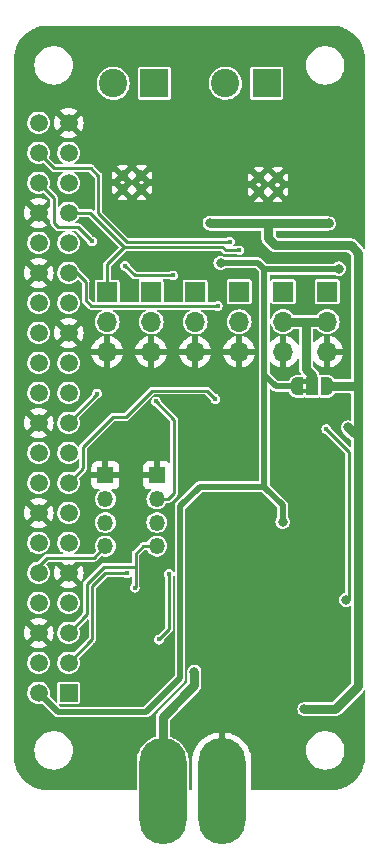
<source format=gbr>
%TF.GenerationSoftware,KiCad,Pcbnew,6.0.7-f9a2dced07~116~ubuntu20.04.1*%
%TF.CreationDate,2022-09-21T16:42:24+02:00*%
%TF.ProjectId,pylot_shield,70796c6f-745f-4736-9869-656c642e6b69,rev?*%
%TF.SameCoordinates,Original*%
%TF.FileFunction,Copper,L2,Bot*%
%TF.FilePolarity,Positive*%
%FSLAX46Y46*%
G04 Gerber Fmt 4.6, Leading zero omitted, Abs format (unit mm)*
G04 Created by KiCad (PCBNEW 6.0.7-f9a2dced07~116~ubuntu20.04.1) date 2022-09-21 16:42:24*
%MOMM*%
%LPD*%
G01*
G04 APERTURE LIST*
G04 Aperture macros list*
%AMFreePoly0*
4,1,22,0.550000,-0.750000,0.000000,-0.750000,0.000000,-0.745033,-0.079941,-0.743568,-0.215256,-0.701293,-0.333266,-0.622738,-0.424486,-0.514219,-0.481581,-0.384460,-0.499164,-0.250000,-0.500000,-0.250000,-0.500000,0.250000,-0.499164,0.250000,-0.499963,0.256109,-0.478152,0.396186,-0.417904,0.524511,-0.324060,0.630769,-0.204165,0.706417,-0.067858,0.745374,0.000000,0.744959,0.000000,0.750000,
0.550000,0.750000,0.550000,-0.750000,0.550000,-0.750000,$1*%
%AMFreePoly1*
4,1,20,0.000000,0.744959,0.073905,0.744508,0.209726,0.703889,0.328688,0.626782,0.421226,0.519385,0.479903,0.390333,0.500000,0.250000,0.500000,-0.250000,0.499851,-0.262216,0.476331,-0.402017,0.414519,-0.529596,0.319384,-0.634700,0.198574,-0.708877,0.061801,-0.746166,0.000000,-0.745033,0.000000,-0.750000,-0.550000,-0.750000,-0.550000,0.750000,0.000000,0.750000,0.000000,0.744959,
0.000000,0.744959,$1*%
G04 Aperture macros list end*
%TA.AperFunction,ComponentPad*%
%ADD10R,1.700000X1.700000*%
%TD*%
%TA.AperFunction,ComponentPad*%
%ADD11O,1.700000X1.700000*%
%TD*%
%TA.AperFunction,ComponentPad*%
%ADD12C,0.800000*%
%TD*%
%TA.AperFunction,ComponentPad*%
%ADD13R,2.400000X2.400000*%
%TD*%
%TA.AperFunction,ComponentPad*%
%ADD14C,2.400000*%
%TD*%
%TA.AperFunction,ComponentPad*%
%ADD15R,1.350000X1.350000*%
%TD*%
%TA.AperFunction,ComponentPad*%
%ADD16O,1.350000X1.350000*%
%TD*%
%TA.AperFunction,ComponentPad*%
%ADD17R,1.508000X1.508000*%
%TD*%
%TA.AperFunction,ComponentPad*%
%ADD18C,1.508000*%
%TD*%
%TA.AperFunction,ComponentPad*%
%ADD19O,4.000000X9.000000*%
%TD*%
%TA.AperFunction,SMDPad,CuDef*%
%ADD20FreePoly0,0.000000*%
%TD*%
%TA.AperFunction,SMDPad,CuDef*%
%ADD21R,1.000000X1.500000*%
%TD*%
%TA.AperFunction,SMDPad,CuDef*%
%ADD22FreePoly1,0.000000*%
%TD*%
%TA.AperFunction,ViaPad*%
%ADD23C,0.400000*%
%TD*%
%TA.AperFunction,ViaPad*%
%ADD24C,0.800000*%
%TD*%
%TA.AperFunction,Conductor*%
%ADD25C,0.250000*%
%TD*%
%TA.AperFunction,Conductor*%
%ADD26C,0.800000*%
%TD*%
%TA.AperFunction,Conductor*%
%ADD27C,0.500000*%
%TD*%
G04 APERTURE END LIST*
G36*
X101600000Y-57967500D02*
G01*
X101100000Y-57967500D01*
X101100000Y-57567500D01*
X101600000Y-57567500D01*
X101600000Y-57967500D01*
G37*
G36*
X101600000Y-58767500D02*
G01*
X101100000Y-58767500D01*
X101100000Y-58367500D01*
X101600000Y-58367500D01*
X101600000Y-58767500D01*
G37*
D10*
X103275000Y-50150000D03*
D11*
X103275000Y-52690000D03*
X103275000Y-55230000D03*
D12*
X85950000Y-40300000D03*
X85950000Y-41500000D03*
X87550000Y-41500000D03*
X87550000Y-40300000D03*
D13*
X98150000Y-32500000D03*
D14*
X94650000Y-32500000D03*
D15*
X88850000Y-65700000D03*
D16*
X88850000Y-67700000D03*
X88850000Y-69700000D03*
X88850000Y-71700000D03*
D15*
X84500000Y-65700000D03*
D16*
X84500000Y-67700000D03*
X84500000Y-69700000D03*
X84500000Y-71700000D03*
D12*
X99075000Y-41675000D03*
X97475000Y-40475000D03*
X97475000Y-41675000D03*
X99075000Y-40475000D03*
D10*
X92100000Y-50175000D03*
D11*
X92100000Y-52715000D03*
X92100000Y-55255000D03*
D17*
X81380000Y-84120000D03*
D18*
X78840000Y-84120000D03*
X81380000Y-81580000D03*
X78840000Y-81580000D03*
X81380000Y-79040000D03*
X78840000Y-79040000D03*
X81380000Y-76500000D03*
X78840000Y-76500000D03*
X81380000Y-73960000D03*
X78840000Y-73960000D03*
X81380000Y-71420000D03*
X78840000Y-71420000D03*
X81380000Y-68880000D03*
X78840000Y-68880000D03*
X81380000Y-66340000D03*
X78840000Y-66340000D03*
X81380000Y-63800000D03*
X78840000Y-63800000D03*
X81380000Y-61260000D03*
X78840000Y-61260000D03*
X81380000Y-58720000D03*
X78840000Y-58720000D03*
X81380000Y-56180000D03*
X78840000Y-56180000D03*
X81380000Y-53640000D03*
X78840000Y-53640000D03*
X81380000Y-51100000D03*
X78840000Y-51100000D03*
X81380000Y-48560000D03*
X78840000Y-48560000D03*
X81380000Y-46020000D03*
X78840000Y-46020000D03*
X81380000Y-43480000D03*
X78840000Y-43480000D03*
X81380000Y-40940000D03*
X78840000Y-40940000D03*
X81380000Y-38400000D03*
X78840000Y-38400000D03*
X81380000Y-35860000D03*
X78840000Y-35860000D03*
D10*
X88375000Y-50175000D03*
D11*
X88375000Y-52715000D03*
X88375000Y-55255000D03*
D19*
X89350000Y-92450000D03*
X94350000Y-92450000D03*
D10*
X99550000Y-50150000D03*
D11*
X99550000Y-52690000D03*
X99550000Y-55230000D03*
D10*
X84650000Y-50175000D03*
D11*
X84650000Y-52715000D03*
X84650000Y-55255000D03*
D10*
X95825000Y-50160000D03*
D11*
X95825000Y-52700000D03*
X95825000Y-55240000D03*
D13*
X88650000Y-32510000D03*
D14*
X85150000Y-32510000D03*
D20*
X100700000Y-58167500D03*
D21*
X102000000Y-58167500D03*
D22*
X103300000Y-58167500D03*
D23*
X89025000Y-79600000D03*
X89875000Y-74050000D03*
X88775000Y-59450000D03*
D24*
X84225000Y-89425000D03*
X103950000Y-34275000D03*
D23*
X88550000Y-73725000D03*
X94900000Y-67725000D03*
X100125000Y-65875000D03*
X104050000Y-68825000D03*
X93050002Y-79850000D03*
X91850000Y-78850000D03*
X85200000Y-46375000D03*
X95625000Y-65325000D03*
X94650000Y-79850000D03*
X89075000Y-47975000D03*
X83700000Y-47825000D03*
X93675000Y-73400000D03*
X92900000Y-61750000D03*
D24*
X98800000Y-89225000D03*
D23*
X95100000Y-61500000D03*
X98524998Y-73400000D03*
X93675000Y-67725000D03*
X86775000Y-59050000D03*
X87550000Y-84100000D03*
X100050000Y-74800000D03*
X96924999Y-73400000D03*
X83675000Y-60475000D03*
X85575000Y-61725000D03*
X95100000Y-59850000D03*
X100199999Y-77825000D03*
X97700002Y-79850000D03*
X91025000Y-65550000D03*
X85125000Y-74850000D03*
X99300000Y-79850000D03*
X85775000Y-77450000D03*
X87100000Y-82075000D03*
X102700000Y-75575000D03*
X94950000Y-62975000D03*
X95274998Y-73400000D03*
X91850000Y-77250003D03*
X87625000Y-47925000D03*
X92650000Y-63950000D03*
D24*
X103400000Y-44375000D03*
X101350000Y-85500000D03*
X105050000Y-61650000D03*
X93350000Y-44325000D03*
X104250000Y-48200000D03*
X99500000Y-69650000D03*
X94250000Y-47700000D03*
D23*
X86325500Y-73975000D03*
X86975000Y-75200000D03*
X95025000Y-45925000D03*
X93800000Y-59225000D03*
X83800000Y-58775500D03*
X95842400Y-46649500D03*
D24*
X104875501Y-76250201D03*
D23*
X103200000Y-61775000D03*
X94000000Y-51350000D03*
X90225000Y-48775000D03*
X83375000Y-45900000D03*
X86175000Y-47975000D03*
D24*
X92025000Y-82325000D03*
D25*
X90325000Y-67200000D02*
X90325000Y-61000000D01*
X90325000Y-61000000D02*
X88775000Y-59450000D01*
X89875000Y-78750000D02*
X89875000Y-74050000D01*
X88850000Y-67700000D02*
X89825000Y-67700000D01*
X89025000Y-79600000D02*
X89875000Y-78750000D01*
X89825000Y-67700000D02*
X90325000Y-67200000D01*
D26*
X103400000Y-44375000D02*
X98300000Y-44375000D01*
X103950000Y-85500000D02*
X105875501Y-83574499D01*
X105524499Y-62124499D02*
X105050000Y-61650000D01*
X98300000Y-44375000D02*
X93375000Y-44375000D01*
X101350000Y-85500000D02*
X103950000Y-85500000D01*
X105875501Y-46850501D02*
X105250000Y-46225000D01*
X103300000Y-58167500D02*
X105693502Y-58167500D01*
X105875501Y-83574499D02*
X105875501Y-62124499D01*
X105875501Y-62124499D02*
X105524499Y-62124499D01*
X93375000Y-44375000D02*
X93325000Y-44325000D01*
X105875501Y-58349499D02*
X105875501Y-46850501D01*
X98300000Y-45650000D02*
X98300000Y-44375000D01*
X105693502Y-58167500D02*
X105875501Y-58349499D01*
X105875501Y-62124499D02*
X105875501Y-58349499D01*
X105250000Y-46225000D02*
X98875000Y-46225000D01*
X98875000Y-46225000D02*
X98300000Y-45650000D01*
D27*
X80445000Y-85725000D02*
X87975000Y-85725000D01*
X98932500Y-58157500D02*
X97950000Y-57175000D01*
X90825000Y-68300000D02*
X92475000Y-66650000D01*
X98932500Y-58167500D02*
X100700000Y-58167500D01*
X97950000Y-57175000D02*
X97950000Y-48250000D01*
X87975000Y-85725000D02*
X90825000Y-82875000D01*
X97950000Y-66650000D02*
X97950000Y-57175000D01*
X99500000Y-68200000D02*
X97950000Y-66650000D01*
X98932500Y-58167500D02*
X98932500Y-58157500D01*
X97950000Y-48250000D02*
X103925000Y-48250000D01*
X92475000Y-66650000D02*
X97950000Y-66650000D01*
X97950000Y-48250000D02*
X97400000Y-47700000D01*
X90825000Y-82875000D02*
X90825000Y-68300000D01*
X97400000Y-47700000D02*
X94250000Y-47700000D01*
X78840000Y-84120000D02*
X80445000Y-85725000D01*
X99500000Y-69650000D02*
X99500000Y-68200000D01*
D25*
X83219302Y-79730698D02*
X83400000Y-79550000D01*
X83219302Y-79740698D02*
X83219302Y-79730698D01*
X81380000Y-81580000D02*
X83219302Y-79740698D01*
X83400000Y-75050000D02*
X84475000Y-73975000D01*
X83400000Y-79550000D02*
X83400000Y-75050000D01*
X84475000Y-73975000D02*
X86325500Y-73975000D01*
X81380000Y-79040000D02*
X82769302Y-77650698D01*
X82769302Y-77650698D02*
X82774302Y-77650698D01*
X87050000Y-75125000D02*
X86975000Y-75200000D01*
X87050000Y-73525000D02*
X87050000Y-75125000D01*
X87675000Y-71700000D02*
X88475000Y-71700000D01*
X82950000Y-74863604D02*
X84383604Y-73430000D01*
X84383604Y-73430000D02*
X86955000Y-73430000D01*
X82774302Y-77650698D02*
X82950000Y-77475000D01*
X82950000Y-77475000D02*
X82950000Y-74863604D01*
X87050000Y-72325000D02*
X87675000Y-71700000D01*
X87050000Y-72325000D02*
X87050000Y-73525000D01*
X86955000Y-73430000D02*
X87050000Y-73525000D01*
X86300000Y-45925000D02*
X95025000Y-45925000D01*
X86300000Y-45925000D02*
X83900000Y-43525000D01*
X78840000Y-38400000D02*
X80114278Y-39674278D01*
X83249278Y-39674278D02*
X83900000Y-40325000D01*
X83900000Y-43525000D02*
X83900000Y-40325000D01*
X80114278Y-39674278D02*
X83249278Y-39674278D01*
X82600000Y-65120000D02*
X82600000Y-63275000D01*
X82600000Y-63275000D02*
X85100000Y-60775000D01*
X88450000Y-58525000D02*
X93100000Y-58525000D01*
X93100000Y-58525000D02*
X93800000Y-59225000D01*
X81380000Y-66340000D02*
X82600000Y-65120000D01*
X86200000Y-60775000D02*
X88450000Y-58525000D01*
X85100000Y-60775000D02*
X86200000Y-60775000D01*
X81380000Y-61260000D02*
X83800000Y-58840000D01*
X83800000Y-58840000D02*
X83800000Y-58775500D01*
X86113604Y-46375000D02*
X94400000Y-46375000D01*
X84650000Y-50175000D02*
X84650000Y-47838604D01*
X86113604Y-46375000D02*
X83218604Y-43480000D01*
X94400000Y-46375000D02*
X94674500Y-46649500D01*
X83218604Y-43480000D02*
X81380000Y-43480000D01*
X94674500Y-46649500D02*
X95842400Y-46649500D01*
X84650000Y-47838604D02*
X86113604Y-46375000D01*
X103200000Y-61775000D02*
X105150501Y-63725501D01*
X104974799Y-76250201D02*
X105150501Y-76074499D01*
X104875501Y-76250201D02*
X104974799Y-76250201D01*
X105150501Y-76074499D02*
X105150501Y-63725501D01*
D26*
X101475000Y-52900000D02*
X101685000Y-52690000D01*
X102000000Y-57200000D02*
X101475000Y-56675000D01*
X102000000Y-58167500D02*
X102000000Y-57200000D01*
X101475000Y-56675000D02*
X101475000Y-52900000D01*
X103275000Y-52690000D02*
X101685000Y-52690000D01*
X101685000Y-52690000D02*
X99550000Y-52690000D01*
D25*
X94000000Y-51350000D02*
X83293556Y-51350000D01*
X82085000Y-48560000D02*
X81380000Y-48560000D01*
X83293556Y-51350000D02*
X82825000Y-50881444D01*
X82825000Y-50881444D02*
X82825000Y-49300000D01*
X82825000Y-49300000D02*
X82085000Y-48560000D01*
X83375000Y-45900000D02*
X82150000Y-44675000D01*
X80525000Y-44675000D02*
X80150000Y-44300000D01*
X80150000Y-44300000D02*
X80150000Y-42250000D01*
X80150000Y-42250000D02*
X78840000Y-40940000D01*
X86975000Y-48775000D02*
X86175000Y-47975000D01*
X90225000Y-48775000D02*
X86975000Y-48775000D01*
X82150000Y-44675000D02*
X80525000Y-44675000D01*
X83525000Y-72675000D02*
X79550000Y-72675000D01*
X78840000Y-73385000D02*
X78840000Y-73960000D01*
X79550000Y-72675000D02*
X78840000Y-73385000D01*
X84500000Y-71700000D02*
X83525000Y-72675000D01*
D26*
X92025000Y-83475000D02*
X89350000Y-86150000D01*
X92025000Y-83475000D02*
X92025000Y-82325000D01*
X89350000Y-86150000D02*
X89350000Y-92090000D01*
%TA.AperFunction,Conductor*%
G36*
X103601156Y-27619628D02*
G01*
X103610000Y-27621998D01*
X103617948Y-27619868D01*
X103623930Y-27619868D01*
X103633881Y-27618841D01*
X103753212Y-27625543D01*
X103928122Y-27635366D01*
X103935074Y-27636149D01*
X104094386Y-27663217D01*
X104245734Y-27688933D01*
X104252567Y-27690493D01*
X104434919Y-27743027D01*
X104555358Y-27777724D01*
X104561965Y-27780036D01*
X104807035Y-27881548D01*
X104853091Y-27900625D01*
X104859405Y-27903666D01*
X105135182Y-28056083D01*
X105141117Y-28059811D01*
X105398110Y-28242157D01*
X105403590Y-28246527D01*
X105638547Y-28456497D01*
X105643503Y-28461453D01*
X105853473Y-28696410D01*
X105857843Y-28701890D01*
X106040189Y-28958883D01*
X106043917Y-28964818D01*
X106196334Y-29240595D01*
X106199375Y-29246909D01*
X106319962Y-29538030D01*
X106322277Y-29544646D01*
X106409507Y-29847433D01*
X106411067Y-29854266D01*
X106463463Y-30162639D01*
X106463850Y-30164919D01*
X106464635Y-30171884D01*
X106481159Y-30466119D01*
X106480132Y-30476070D01*
X106480132Y-30482052D01*
X106478002Y-30490000D01*
X106480372Y-30498844D01*
X106482500Y-30515014D01*
X106482500Y-46471009D01*
X106464194Y-46515203D01*
X106420000Y-46533509D01*
X106375806Y-46515203D01*
X106370415Y-46509056D01*
X106306275Y-46425467D01*
X106303783Y-46422219D01*
X106275529Y-46400539D01*
X106269383Y-46395148D01*
X105705348Y-45831113D01*
X105699957Y-45824966D01*
X105680774Y-45799966D01*
X105678282Y-45796718D01*
X105674008Y-45793438D01*
X105556087Y-45702955D01*
X105552841Y-45700464D01*
X105490774Y-45674755D01*
X105410548Y-45641524D01*
X105410547Y-45641524D01*
X105406762Y-45639956D01*
X105402700Y-45639421D01*
X105402699Y-45639421D01*
X105289361Y-45624500D01*
X105254064Y-45619853D01*
X105250000Y-45619318D01*
X105245936Y-45619853D01*
X105214703Y-45623965D01*
X105206545Y-45624500D01*
X99149623Y-45624500D01*
X99105429Y-45606194D01*
X98918806Y-45419571D01*
X98900500Y-45375377D01*
X98900500Y-45038000D01*
X98918806Y-44993806D01*
X98963000Y-44975500D01*
X103356545Y-44975500D01*
X103364702Y-44976035D01*
X103400000Y-44980682D01*
X103439361Y-44975500D01*
X103470352Y-44971420D01*
X103552699Y-44960579D01*
X103552700Y-44960579D01*
X103556762Y-44960044D01*
X103560547Y-44958476D01*
X103560548Y-44958476D01*
X103699058Y-44901103D01*
X103702841Y-44899536D01*
X103828282Y-44803282D01*
X103924536Y-44677841D01*
X103985044Y-44531762D01*
X103992162Y-44477699D01*
X104005147Y-44379064D01*
X104005682Y-44375000D01*
X103999601Y-44328807D01*
X103985579Y-44222301D01*
X103985579Y-44222300D01*
X103985044Y-44218238D01*
X103966955Y-44174566D01*
X103926103Y-44075942D01*
X103924536Y-44072159D01*
X103828282Y-43946718D01*
X103702841Y-43850464D01*
X103638483Y-43823806D01*
X103560548Y-43791524D01*
X103560547Y-43791524D01*
X103556762Y-43789956D01*
X103552700Y-43789421D01*
X103552699Y-43789421D01*
X103439361Y-43774500D01*
X103404064Y-43769853D01*
X103400000Y-43769318D01*
X103395936Y-43769853D01*
X103364703Y-43773965D01*
X103356545Y-43774500D01*
X98343455Y-43774500D01*
X98335297Y-43773965D01*
X98304064Y-43769853D01*
X98300000Y-43769318D01*
X98295936Y-43769853D01*
X98264703Y-43773965D01*
X98256545Y-43774500D01*
X93602589Y-43774500D01*
X93578671Y-43769742D01*
X93577648Y-43769318D01*
X93556904Y-43760726D01*
X93510548Y-43741524D01*
X93510546Y-43741524D01*
X93506762Y-43739956D01*
X93502700Y-43739421D01*
X93502699Y-43739421D01*
X93354064Y-43719853D01*
X93350000Y-43719318D01*
X93345937Y-43719853D01*
X93345934Y-43719853D01*
X93345653Y-43719890D01*
X93329347Y-43719890D01*
X93329066Y-43719853D01*
X93329063Y-43719853D01*
X93325000Y-43719318D01*
X93320936Y-43719853D01*
X93172301Y-43739421D01*
X93172300Y-43739421D01*
X93168238Y-43739956D01*
X93164453Y-43741524D01*
X93164452Y-43741524D01*
X93043742Y-43791524D01*
X93022159Y-43800464D01*
X92896718Y-43896718D01*
X92800464Y-44022159D01*
X92798897Y-44025942D01*
X92750052Y-44143865D01*
X92739956Y-44168238D01*
X92739421Y-44172300D01*
X92739421Y-44172301D01*
X92723951Y-44289810D01*
X92719318Y-44325000D01*
X92719853Y-44329064D01*
X92733614Y-44433586D01*
X92739956Y-44481762D01*
X92741524Y-44485547D01*
X92741524Y-44485548D01*
X92779923Y-44578251D01*
X92800464Y-44627841D01*
X92872550Y-44721785D01*
X92919647Y-44768882D01*
X92925038Y-44775028D01*
X92946718Y-44803282D01*
X93053252Y-44885028D01*
X93072159Y-44899536D01*
X93075943Y-44901103D01*
X93075944Y-44901104D01*
X93214452Y-44958476D01*
X93214453Y-44958476D01*
X93218238Y-44960044D01*
X93222300Y-44960579D01*
X93222301Y-44960579D01*
X93370936Y-44980147D01*
X93375000Y-44980682D01*
X93410298Y-44976035D01*
X93418455Y-44975500D01*
X97637000Y-44975500D01*
X97681194Y-44993806D01*
X97699500Y-45038000D01*
X97699500Y-45606545D01*
X97698965Y-45614702D01*
X97694318Y-45650000D01*
X97694853Y-45654064D01*
X97699500Y-45689361D01*
X97713842Y-45798297D01*
X97714956Y-45806762D01*
X97716524Y-45810547D01*
X97716524Y-45810548D01*
X97761921Y-45920145D01*
X97775464Y-45952841D01*
X97871718Y-46078282D01*
X97874963Y-46080772D01*
X97899972Y-46099962D01*
X97906118Y-46105353D01*
X98419647Y-46618882D01*
X98425038Y-46625028D01*
X98440091Y-46644645D01*
X98446718Y-46653282D01*
X98508254Y-46700500D01*
X98572159Y-46749536D01*
X98575943Y-46751103D01*
X98575944Y-46751104D01*
X98714452Y-46808476D01*
X98714453Y-46808476D01*
X98718238Y-46810044D01*
X98722300Y-46810579D01*
X98722301Y-46810579D01*
X98870936Y-46830147D01*
X98875000Y-46830682D01*
X98881624Y-46829810D01*
X98910297Y-46826035D01*
X98918455Y-46825500D01*
X104975377Y-46825500D01*
X105019571Y-46843806D01*
X105256695Y-47080930D01*
X105275001Y-47125124D01*
X105275001Y-57504500D01*
X105256695Y-57548694D01*
X105212501Y-57567000D01*
X103949880Y-57567000D01*
X103905686Y-57548694D01*
X103897227Y-57538173D01*
X103881627Y-57513780D01*
X103880426Y-57511902D01*
X103786936Y-57403401D01*
X103743258Y-57365298D01*
X103734969Y-57359925D01*
X103624937Y-57288606D01*
X103624935Y-57288605D01*
X103623073Y-57287398D01*
X103617193Y-57284681D01*
X103572473Y-57264018D01*
X103572468Y-57264016D01*
X103570455Y-57263086D01*
X103568336Y-57262452D01*
X103568330Y-57262450D01*
X103435367Y-57222687D01*
X103433237Y-57222050D01*
X103375914Y-57213483D01*
X103373701Y-57213469D01*
X103373695Y-57213469D01*
X103302840Y-57213037D01*
X103232693Y-57212608D01*
X103230489Y-57212910D01*
X103230025Y-57212940D01*
X103225964Y-57213072D01*
X102750000Y-57213072D01*
X102746990Y-57213671D01*
X102746987Y-57213671D01*
X102676490Y-57227694D01*
X102629574Y-57218362D01*
X102602332Y-57174553D01*
X102585579Y-57047301D01*
X102585579Y-57047300D01*
X102585044Y-57043238D01*
X102563483Y-56991184D01*
X102526103Y-56900942D01*
X102524536Y-56897159D01*
X102485479Y-56846259D01*
X102474355Y-56831762D01*
X102430772Y-56774963D01*
X102428282Y-56771718D01*
X102400028Y-56750038D01*
X102393882Y-56744647D01*
X102093806Y-56444571D01*
X102075500Y-56400377D01*
X102075500Y-56087082D01*
X102093806Y-56042888D01*
X102138000Y-56024582D01*
X102185241Y-56046161D01*
X102319917Y-56201635D01*
X102323580Y-56205222D01*
X102491437Y-56344580D01*
X102495631Y-56347517D01*
X102683999Y-56457590D01*
X102688615Y-56459802D01*
X102892442Y-56537635D01*
X102897343Y-56539059D01*
X103008817Y-56561738D01*
X103018158Y-56559923D01*
X103021000Y-56555709D01*
X103021000Y-56554201D01*
X103529000Y-56554201D01*
X103532641Y-56562991D01*
X103538495Y-56565416D01*
X103555762Y-56563204D01*
X103560772Y-56562139D01*
X103769749Y-56499443D01*
X103774499Y-56497581D01*
X103970436Y-56401592D01*
X103974824Y-56398976D01*
X104152449Y-56272278D01*
X104156352Y-56268980D01*
X104310897Y-56114973D01*
X104314210Y-56111080D01*
X104441522Y-55933906D01*
X104444161Y-55929515D01*
X104540825Y-55733930D01*
X104542710Y-55729170D01*
X104606136Y-55520413D01*
X104607215Y-55515420D01*
X104609728Y-55496326D01*
X104607266Y-55487135D01*
X104601835Y-55484000D01*
X103541431Y-55484000D01*
X103532641Y-55487641D01*
X103529000Y-55496431D01*
X103529000Y-56554201D01*
X103021000Y-56554201D01*
X103021000Y-54963569D01*
X103529000Y-54963569D01*
X103532641Y-54972359D01*
X103541431Y-54976000D01*
X104599028Y-54976000D01*
X104607818Y-54972359D01*
X104609515Y-54968261D01*
X104565580Y-54793350D01*
X104563932Y-54788510D01*
X104476937Y-54588435D01*
X104474514Y-54583917D01*
X104356013Y-54400741D01*
X104352889Y-54396684D01*
X104206057Y-54235318D01*
X104202314Y-54231827D01*
X104031091Y-54096605D01*
X104026834Y-54093777D01*
X103835831Y-53988337D01*
X103831166Y-53986240D01*
X103625503Y-53913411D01*
X103620555Y-53912103D01*
X103541239Y-53897975D01*
X103531947Y-53900018D01*
X103529000Y-53904626D01*
X103529000Y-54963569D01*
X103021000Y-54963569D01*
X103021000Y-53907418D01*
X103017359Y-53898628D01*
X103011922Y-53896376D01*
X102961745Y-53904055D01*
X102956766Y-53905241D01*
X102749394Y-53973020D01*
X102744669Y-53975006D01*
X102551153Y-54075744D01*
X102546819Y-54078474D01*
X102372348Y-54209471D01*
X102368527Y-54212863D01*
X102217793Y-54370598D01*
X102214577Y-54374570D01*
X102189631Y-54411138D01*
X102149604Y-54437330D01*
X102102779Y-54427548D01*
X102076587Y-54387521D01*
X102075500Y-54375917D01*
X102075500Y-53353000D01*
X102093806Y-53308806D01*
X102138000Y-53290500D01*
X102380231Y-53290500D01*
X102424425Y-53308806D01*
X102429211Y-53314177D01*
X102515677Y-53423270D01*
X102518007Y-53425253D01*
X102532601Y-53437673D01*
X102672564Y-53556791D01*
X102852398Y-53657297D01*
X102855302Y-53658241D01*
X102855303Y-53658241D01*
X103045416Y-53720013D01*
X103045421Y-53720014D01*
X103048329Y-53720959D01*
X103051370Y-53721322D01*
X103051372Y-53721322D01*
X103135239Y-53731322D01*
X103252894Y-53745351D01*
X103255936Y-53745117D01*
X103255939Y-53745117D01*
X103455249Y-53729781D01*
X103455251Y-53729781D01*
X103458300Y-53729546D01*
X103656725Y-53674145D01*
X103659448Y-53672770D01*
X103659452Y-53672768D01*
X103837890Y-53582632D01*
X103840610Y-53581258D01*
X103843008Y-53579385D01*
X103843012Y-53579382D01*
X103970952Y-53479424D01*
X104002951Y-53454424D01*
X104006099Y-53450778D01*
X104090497Y-53353000D01*
X104137564Y-53298472D01*
X104239323Y-53119344D01*
X104304351Y-52923863D01*
X104307049Y-52902510D01*
X104329951Y-52721216D01*
X104329951Y-52721215D01*
X104330171Y-52719474D01*
X104330210Y-52716739D01*
X104330559Y-52691739D01*
X104330559Y-52691733D01*
X104330583Y-52690000D01*
X104330414Y-52688280D01*
X104330414Y-52688271D01*
X104310778Y-52488010D01*
X104310480Y-52484970D01*
X104250935Y-52287749D01*
X104160970Y-52118547D01*
X104155653Y-52108547D01*
X104155651Y-52108544D01*
X104154218Y-52105849D01*
X104024011Y-51946200D01*
X103865275Y-51814882D01*
X103684055Y-51716897D01*
X103618699Y-51696666D01*
X103490169Y-51656879D01*
X103490166Y-51656878D01*
X103487254Y-51655977D01*
X103484221Y-51655658D01*
X103484220Y-51655658D01*
X103426142Y-51649554D01*
X103282369Y-51634443D01*
X103279336Y-51634719D01*
X103279332Y-51634719D01*
X103172484Y-51644443D01*
X103077203Y-51653114D01*
X103074270Y-51653977D01*
X103074266Y-51653978D01*
X102936813Y-51694433D01*
X102879572Y-51711280D01*
X102697002Y-51806726D01*
X102536447Y-51935815D01*
X102534481Y-51938158D01*
X102426223Y-52067174D01*
X102383792Y-52089262D01*
X102378345Y-52089500D01*
X101728455Y-52089500D01*
X101720297Y-52088965D01*
X101689064Y-52084853D01*
X101685000Y-52084318D01*
X101680936Y-52084853D01*
X101649703Y-52088965D01*
X101641545Y-52089500D01*
X100445561Y-52089500D01*
X100401367Y-52071194D01*
X100397127Y-52066502D01*
X100390934Y-52058908D01*
X100299011Y-51946200D01*
X100140275Y-51814882D01*
X99959055Y-51716897D01*
X99893699Y-51696666D01*
X99765169Y-51656879D01*
X99765166Y-51656878D01*
X99762254Y-51655977D01*
X99759221Y-51655658D01*
X99759220Y-51655658D01*
X99701142Y-51649554D01*
X99557369Y-51634443D01*
X99554336Y-51634719D01*
X99554332Y-51634719D01*
X99447484Y-51644443D01*
X99352203Y-51653114D01*
X99349270Y-51653977D01*
X99349266Y-51653978D01*
X99211813Y-51694433D01*
X99154572Y-51711280D01*
X98972002Y-51806726D01*
X98811447Y-51935815D01*
X98679024Y-52093630D01*
X98579776Y-52274162D01*
X98568392Y-52310049D01*
X98522574Y-52454486D01*
X98491763Y-52491076D01*
X98444102Y-52495162D01*
X98407512Y-52464351D01*
X98400500Y-52435588D01*
X98400500Y-51118693D01*
X98418806Y-51074499D01*
X98463000Y-51056193D01*
X98507194Y-51074499D01*
X98514967Y-51083969D01*
X98555448Y-51144552D01*
X98560562Y-51147969D01*
X98616653Y-51185449D01*
X98616655Y-51185450D01*
X98621769Y-51188867D01*
X98627803Y-51190067D01*
X98627805Y-51190068D01*
X98677239Y-51199901D01*
X98677242Y-51199901D01*
X98680252Y-51200500D01*
X100419748Y-51200500D01*
X100422758Y-51199901D01*
X100422761Y-51199901D01*
X100472195Y-51190068D01*
X100472197Y-51190067D01*
X100478231Y-51188867D01*
X100483345Y-51185450D01*
X100483347Y-51185449D01*
X100539438Y-51147969D01*
X100544552Y-51144552D01*
X100581561Y-51089165D01*
X100585449Y-51083347D01*
X100585450Y-51083345D01*
X100588867Y-51078231D01*
X100600500Y-51019748D01*
X102224500Y-51019748D01*
X102236133Y-51078231D01*
X102239550Y-51083345D01*
X102239551Y-51083347D01*
X102243439Y-51089165D01*
X102280448Y-51144552D01*
X102285562Y-51147969D01*
X102341653Y-51185449D01*
X102341655Y-51185450D01*
X102346769Y-51188867D01*
X102352803Y-51190067D01*
X102352805Y-51190068D01*
X102402239Y-51199901D01*
X102402242Y-51199901D01*
X102405252Y-51200500D01*
X104144748Y-51200500D01*
X104147758Y-51199901D01*
X104147761Y-51199901D01*
X104197195Y-51190068D01*
X104197197Y-51190067D01*
X104203231Y-51188867D01*
X104208345Y-51185450D01*
X104208347Y-51185449D01*
X104264438Y-51147969D01*
X104269552Y-51144552D01*
X104306561Y-51089165D01*
X104310449Y-51083347D01*
X104310450Y-51083345D01*
X104313867Y-51078231D01*
X104325500Y-51019748D01*
X104325500Y-49280252D01*
X104323698Y-49271193D01*
X104315068Y-49227805D01*
X104315067Y-49227803D01*
X104313867Y-49221769D01*
X104286409Y-49180675D01*
X104272969Y-49160562D01*
X104269552Y-49155448D01*
X104227244Y-49127178D01*
X104208347Y-49114551D01*
X104208345Y-49114550D01*
X104203231Y-49111133D01*
X104197197Y-49109933D01*
X104197195Y-49109932D01*
X104147761Y-49100099D01*
X104147758Y-49100099D01*
X104144748Y-49099500D01*
X102405252Y-49099500D01*
X102402242Y-49100099D01*
X102402239Y-49100099D01*
X102352805Y-49109932D01*
X102352803Y-49109933D01*
X102346769Y-49111133D01*
X102341655Y-49114550D01*
X102341653Y-49114551D01*
X102322756Y-49127178D01*
X102280448Y-49155448D01*
X102277031Y-49160562D01*
X102263592Y-49180675D01*
X102236133Y-49221769D01*
X102234933Y-49227803D01*
X102234932Y-49227805D01*
X102226302Y-49271193D01*
X102224500Y-49280252D01*
X102224500Y-51019748D01*
X100600500Y-51019748D01*
X100600500Y-49280252D01*
X100598698Y-49271193D01*
X100590068Y-49227805D01*
X100590067Y-49227803D01*
X100588867Y-49221769D01*
X100561409Y-49180675D01*
X100547969Y-49160562D01*
X100544552Y-49155448D01*
X100502244Y-49127178D01*
X100483347Y-49114551D01*
X100483345Y-49114550D01*
X100478231Y-49111133D01*
X100472197Y-49109933D01*
X100472195Y-49109932D01*
X100422761Y-49100099D01*
X100422758Y-49100099D01*
X100419748Y-49099500D01*
X98680252Y-49099500D01*
X98677242Y-49100099D01*
X98677239Y-49100099D01*
X98627805Y-49109932D01*
X98627803Y-49109933D01*
X98621769Y-49111133D01*
X98616655Y-49114550D01*
X98616653Y-49114551D01*
X98597756Y-49127178D01*
X98555448Y-49155448D01*
X98540599Y-49177671D01*
X98514967Y-49216031D01*
X98475193Y-49242606D01*
X98428276Y-49233274D01*
X98401701Y-49193500D01*
X98400500Y-49181307D01*
X98400500Y-48763000D01*
X98418806Y-48718806D01*
X98463000Y-48700500D01*
X103894619Y-48700500D01*
X103932666Y-48713415D01*
X103939692Y-48718806D01*
X103947159Y-48724536D01*
X103950945Y-48726104D01*
X103950948Y-48726106D01*
X104089452Y-48783476D01*
X104089453Y-48783476D01*
X104093238Y-48785044D01*
X104097300Y-48785579D01*
X104097301Y-48785579D01*
X104245936Y-48805147D01*
X104250000Y-48805682D01*
X104254064Y-48805147D01*
X104402699Y-48785579D01*
X104402700Y-48785579D01*
X104406762Y-48785044D01*
X104410547Y-48783476D01*
X104410548Y-48783476D01*
X104549058Y-48726103D01*
X104552841Y-48724536D01*
X104678282Y-48628282D01*
X104774536Y-48502841D01*
X104809555Y-48418297D01*
X104833476Y-48360548D01*
X104833476Y-48360547D01*
X104835044Y-48356762D01*
X104836891Y-48342737D01*
X104855147Y-48204064D01*
X104855682Y-48200000D01*
X104835044Y-48043238D01*
X104774536Y-47897159D01*
X104678282Y-47771718D01*
X104552841Y-47675464D01*
X104452847Y-47634045D01*
X104410548Y-47616524D01*
X104410547Y-47616524D01*
X104406762Y-47614956D01*
X104402700Y-47614421D01*
X104402699Y-47614421D01*
X104254064Y-47594853D01*
X104250000Y-47594318D01*
X104245936Y-47594853D01*
X104097301Y-47614421D01*
X104097300Y-47614421D01*
X104093238Y-47614956D01*
X104089453Y-47616524D01*
X104089452Y-47616524D01*
X104047153Y-47634045D01*
X103947159Y-47675464D01*
X103898284Y-47712967D01*
X103829956Y-47765397D01*
X103821718Y-47771718D01*
X103819164Y-47775047D01*
X103819119Y-47775072D01*
X103816330Y-47777862D01*
X103815582Y-47777115D01*
X103777739Y-47798965D01*
X103769579Y-47799500D01*
X98162491Y-47799500D01*
X98118297Y-47781194D01*
X97740103Y-47403000D01*
X97735215Y-47397500D01*
X97714762Y-47371556D01*
X97711872Y-47367890D01*
X97662782Y-47333962D01*
X97661195Y-47332828D01*
X97616943Y-47300142D01*
X97616941Y-47300141D01*
X97613184Y-47297366D01*
X97608776Y-47295818D01*
X97606975Y-47294865D01*
X97606719Y-47294710D01*
X97606383Y-47294538D01*
X97606086Y-47294414D01*
X97604277Y-47293528D01*
X97600431Y-47290869D01*
X97595976Y-47289460D01*
X97595974Y-47289459D01*
X97543548Y-47272879D01*
X97541709Y-47272266D01*
X97485369Y-47252481D01*
X97480705Y-47252298D01*
X97478707Y-47251917D01*
X97478102Y-47251765D01*
X97474673Y-47251097D01*
X97471270Y-47250020D01*
X97467715Y-47249740D01*
X97467714Y-47249740D01*
X97465902Y-47249597D01*
X97465889Y-47249596D01*
X97464663Y-47249500D01*
X97410738Y-47249500D01*
X97408284Y-47249452D01*
X97354675Y-47247345D01*
X97354672Y-47247345D01*
X97350006Y-47247162D01*
X97345492Y-47248359D01*
X97340845Y-47248872D01*
X97340803Y-47248489D01*
X97333041Y-47249500D01*
X94670543Y-47249500D01*
X94632496Y-47236585D01*
X94556090Y-47177957D01*
X94556087Y-47177955D01*
X94552841Y-47175464D01*
X94431310Y-47125124D01*
X94410548Y-47116524D01*
X94410547Y-47116524D01*
X94406762Y-47114956D01*
X94402700Y-47114421D01*
X94402699Y-47114421D01*
X94254064Y-47094853D01*
X94250000Y-47094318D01*
X94245936Y-47094853D01*
X94097301Y-47114421D01*
X94097300Y-47114421D01*
X94093238Y-47114956D01*
X94089453Y-47116524D01*
X94089452Y-47116524D01*
X94068690Y-47125124D01*
X93947159Y-47175464D01*
X93821718Y-47271718D01*
X93725464Y-47397159D01*
X93723897Y-47400942D01*
X93680040Y-47506823D01*
X93664956Y-47543238D01*
X93664421Y-47547300D01*
X93664421Y-47547301D01*
X93647620Y-47674922D01*
X93644318Y-47700000D01*
X93644853Y-47704064D01*
X93663842Y-47848297D01*
X93664956Y-47856762D01*
X93666524Y-47860547D01*
X93666524Y-47860548D01*
X93713932Y-47975000D01*
X93725464Y-48002841D01*
X93821718Y-48128282D01*
X93947159Y-48224536D01*
X93950942Y-48226103D01*
X94089452Y-48283476D01*
X94089453Y-48283476D01*
X94093238Y-48285044D01*
X94097300Y-48285579D01*
X94097301Y-48285579D01*
X94245936Y-48305147D01*
X94250000Y-48305682D01*
X94254064Y-48305147D01*
X94402699Y-48285579D01*
X94402700Y-48285579D01*
X94406762Y-48285044D01*
X94410547Y-48283476D01*
X94410548Y-48283476D01*
X94549056Y-48226104D01*
X94549057Y-48226103D01*
X94552841Y-48224536D01*
X94588164Y-48197432D01*
X94632496Y-48163415D01*
X94670543Y-48150500D01*
X97187509Y-48150500D01*
X97231703Y-48168806D01*
X97481194Y-48418297D01*
X97499500Y-48462491D01*
X97499500Y-57144526D01*
X97499067Y-57151871D01*
X97494636Y-57189310D01*
X97495475Y-57193904D01*
X97495475Y-57193905D01*
X97498483Y-57210374D01*
X97499500Y-57221603D01*
X97499500Y-66137000D01*
X97481194Y-66181194D01*
X97437000Y-66199500D01*
X92505473Y-66199500D01*
X92498127Y-66199067D01*
X92460689Y-66194636D01*
X92401971Y-66205360D01*
X92400125Y-66205668D01*
X92341038Y-66214551D01*
X92336822Y-66216576D01*
X92334881Y-66217173D01*
X92334580Y-66217247D01*
X92334227Y-66217361D01*
X92333937Y-66217480D01*
X92332019Y-66218137D01*
X92327427Y-66218975D01*
X92323288Y-66221125D01*
X92323282Y-66221127D01*
X92274483Y-66246476D01*
X92272728Y-66247353D01*
X92236454Y-66264772D01*
X92218921Y-66273191D01*
X92215491Y-66276362D01*
X92213807Y-66277506D01*
X92213253Y-66277837D01*
X92210369Y-66279781D01*
X92207211Y-66281421D01*
X92202172Y-66285725D01*
X92164048Y-66323849D01*
X92162279Y-66325550D01*
X92119444Y-66365146D01*
X92117097Y-66369186D01*
X92114177Y-66372831D01*
X92113876Y-66372590D01*
X92109102Y-66378795D01*
X90528000Y-67959897D01*
X90522500Y-67964785D01*
X90492890Y-67988128D01*
X90464194Y-68029648D01*
X90458970Y-68037207D01*
X90457828Y-68038805D01*
X90430333Y-68076030D01*
X90422366Y-68086816D01*
X90420818Y-68091224D01*
X90419865Y-68093025D01*
X90419710Y-68093281D01*
X90419538Y-68093617D01*
X90419414Y-68093914D01*
X90418528Y-68095723D01*
X90415869Y-68099569D01*
X90414460Y-68104024D01*
X90414459Y-68104026D01*
X90397879Y-68156452D01*
X90397266Y-68158291D01*
X90377481Y-68214631D01*
X90377298Y-68219295D01*
X90376917Y-68221293D01*
X90376765Y-68221898D01*
X90376097Y-68225327D01*
X90375020Y-68228730D01*
X90374740Y-68232285D01*
X90374740Y-68232286D01*
X90374597Y-68234098D01*
X90374596Y-68234111D01*
X90374500Y-68235337D01*
X90374500Y-68289262D01*
X90374452Y-68291716D01*
X90372523Y-68340814D01*
X90372162Y-68349994D01*
X90373359Y-68354508D01*
X90373872Y-68359155D01*
X90373489Y-68359197D01*
X90374500Y-68366959D01*
X90374500Y-73843760D01*
X90356194Y-73887954D01*
X90312000Y-73906260D01*
X90267806Y-73887954D01*
X90256312Y-73872134D01*
X90221666Y-73804138D01*
X90219433Y-73799755D01*
X90125245Y-73705567D01*
X90067924Y-73676360D01*
X90010947Y-73647329D01*
X90010946Y-73647329D01*
X90006562Y-73645095D01*
X90001706Y-73644326D01*
X90001703Y-73644325D01*
X89879855Y-73625027D01*
X89875000Y-73624258D01*
X89870145Y-73625027D01*
X89748297Y-73644325D01*
X89748294Y-73644326D01*
X89743438Y-73645095D01*
X89739054Y-73647329D01*
X89739053Y-73647329D01*
X89682076Y-73676360D01*
X89624755Y-73705567D01*
X89530567Y-73799755D01*
X89470095Y-73918438D01*
X89469326Y-73923294D01*
X89469325Y-73923297D01*
X89459271Y-73986780D01*
X89449258Y-74050000D01*
X89450027Y-74054855D01*
X89469117Y-74175386D01*
X89470095Y-74181562D01*
X89472329Y-74185946D01*
X89472329Y-74185947D01*
X89479771Y-74200552D01*
X89530567Y-74300245D01*
X89534046Y-74303724D01*
X89536936Y-74307702D01*
X89534697Y-74309329D01*
X89549500Y-74345066D01*
X89549500Y-78589286D01*
X89531194Y-78633480D01*
X88998268Y-79166406D01*
X88963852Y-79183943D01*
X88936656Y-79188250D01*
X88898297Y-79194325D01*
X88898295Y-79194326D01*
X88893438Y-79195095D01*
X88889054Y-79197329D01*
X88889053Y-79197329D01*
X88852262Y-79216075D01*
X88774755Y-79255567D01*
X88680567Y-79349755D01*
X88620095Y-79468438D01*
X88619326Y-79473294D01*
X88619325Y-79473297D01*
X88612763Y-79514729D01*
X88599258Y-79600000D01*
X88600027Y-79604855D01*
X88619005Y-79724677D01*
X88620095Y-79731562D01*
X88622329Y-79735946D01*
X88622329Y-79735947D01*
X88633424Y-79757721D01*
X88680567Y-79850245D01*
X88774755Y-79944433D01*
X88779138Y-79946666D01*
X88889053Y-80002671D01*
X88889054Y-80002671D01*
X88893438Y-80004905D01*
X88898294Y-80005674D01*
X88898297Y-80005675D01*
X89020145Y-80024973D01*
X89025000Y-80025742D01*
X89029855Y-80024973D01*
X89151703Y-80005675D01*
X89151706Y-80005674D01*
X89156562Y-80004905D01*
X89160946Y-80002671D01*
X89160947Y-80002671D01*
X89270862Y-79946666D01*
X89275245Y-79944433D01*
X89369433Y-79850245D01*
X89416576Y-79757721D01*
X89427671Y-79735947D01*
X89427671Y-79735946D01*
X89429905Y-79731562D01*
X89430996Y-79724677D01*
X89438761Y-79675647D01*
X89441057Y-79661148D01*
X89458594Y-79626732D01*
X90093180Y-78992146D01*
X90097200Y-78988462D01*
X90124005Y-78965970D01*
X90128194Y-78962455D01*
X90148425Y-78927414D01*
X90151350Y-78922822D01*
X90171420Y-78894160D01*
X90171420Y-78894159D01*
X90174554Y-78889684D01*
X90176188Y-78883586D01*
X90182432Y-78868513D01*
X90182854Y-78867782D01*
X90182856Y-78867778D01*
X90185588Y-78863045D01*
X90192618Y-78823180D01*
X90193788Y-78817904D01*
X90204264Y-78778806D01*
X90200738Y-78738501D01*
X90200500Y-78733054D01*
X90200500Y-74345066D01*
X90215303Y-74309329D01*
X90213064Y-74307702D01*
X90215954Y-74303724D01*
X90219433Y-74300245D01*
X90256312Y-74227866D01*
X90292686Y-74196799D01*
X90340374Y-74200552D01*
X90371441Y-74236926D01*
X90374500Y-74256240D01*
X90374500Y-82662509D01*
X90356194Y-82706703D01*
X87806703Y-85256194D01*
X87762509Y-85274500D01*
X80657491Y-85274500D01*
X80613297Y-85256194D01*
X80533925Y-85176822D01*
X80515619Y-85132628D01*
X80533925Y-85088434D01*
X80578119Y-85070128D01*
X80590308Y-85071328D01*
X80606252Y-85074500D01*
X82153748Y-85074500D01*
X82156758Y-85073901D01*
X82156761Y-85073901D01*
X82206195Y-85064068D01*
X82206197Y-85064067D01*
X82212231Y-85062867D01*
X82217345Y-85059450D01*
X82217347Y-85059449D01*
X82273438Y-85021969D01*
X82278552Y-85018552D01*
X82289826Y-85001680D01*
X82319449Y-84957347D01*
X82319450Y-84957345D01*
X82322867Y-84952231D01*
X82330282Y-84914956D01*
X82333901Y-84896761D01*
X82333901Y-84896758D01*
X82334500Y-84893748D01*
X82334500Y-83346252D01*
X82328770Y-83317444D01*
X82324068Y-83293805D01*
X82324067Y-83293803D01*
X82322867Y-83287769D01*
X82278552Y-83221448D01*
X82247018Y-83200377D01*
X82217347Y-83180551D01*
X82217345Y-83180550D01*
X82212231Y-83177133D01*
X82206197Y-83175933D01*
X82206195Y-83175932D01*
X82156761Y-83166099D01*
X82156758Y-83166099D01*
X82153748Y-83165500D01*
X80606252Y-83165500D01*
X80603242Y-83166099D01*
X80603239Y-83166099D01*
X80553805Y-83175932D01*
X80553803Y-83175933D01*
X80547769Y-83177133D01*
X80542655Y-83180550D01*
X80542653Y-83180551D01*
X80512982Y-83200377D01*
X80481448Y-83221448D01*
X80437133Y-83287769D01*
X80435933Y-83293803D01*
X80435932Y-83293805D01*
X80431230Y-83317444D01*
X80425500Y-83346252D01*
X80425500Y-84893748D01*
X80428671Y-84909688D01*
X80419340Y-84956603D01*
X80379566Y-84983180D01*
X80332650Y-84973849D01*
X80323178Y-84966075D01*
X79781189Y-84424086D01*
X79762883Y-84379892D01*
X79766078Y-84360166D01*
X79774317Y-84335396D01*
X79774318Y-84335393D01*
X79775283Y-84332491D01*
X79798744Y-84146780D01*
X79799118Y-84120000D01*
X79789751Y-84024461D01*
X79781150Y-83936746D01*
X79780852Y-83933706D01*
X79726749Y-83754509D01*
X79638870Y-83589232D01*
X79594752Y-83535138D01*
X79522495Y-83446542D01*
X79522490Y-83446537D01*
X79520562Y-83444173D01*
X79376332Y-83324855D01*
X79373648Y-83323404D01*
X79373644Y-83323401D01*
X79214358Y-83237276D01*
X79211673Y-83235824D01*
X79062869Y-83189762D01*
X79035772Y-83181374D01*
X79035769Y-83181373D01*
X79032857Y-83180472D01*
X79029824Y-83180153D01*
X79029823Y-83180153D01*
X78985365Y-83175480D01*
X78846696Y-83160905D01*
X78843663Y-83161181D01*
X78843660Y-83161181D01*
X78773982Y-83167523D01*
X78660279Y-83177871D01*
X78480708Y-83230721D01*
X78314822Y-83317444D01*
X78168940Y-83434736D01*
X78048619Y-83578130D01*
X77958441Y-83742163D01*
X77901841Y-83920588D01*
X77901500Y-83923626D01*
X77901500Y-83923627D01*
X77890190Y-84024461D01*
X77880975Y-84106609D01*
X77896639Y-84293139D01*
X77948235Y-84473075D01*
X78033797Y-84639562D01*
X78150068Y-84786259D01*
X78152392Y-84788237D01*
X78152394Y-84788239D01*
X78283125Y-84899500D01*
X78292618Y-84907579D01*
X78456018Y-84998900D01*
X78458922Y-84999844D01*
X78458923Y-84999844D01*
X78631130Y-85055798D01*
X78631135Y-85055799D01*
X78634043Y-85056744D01*
X78819914Y-85078908D01*
X78822956Y-85078674D01*
X78822959Y-85078674D01*
X79003498Y-85064782D01*
X79003500Y-85064782D01*
X79006549Y-85064547D01*
X79081516Y-85043616D01*
X79129005Y-85049363D01*
X79142517Y-85059620D01*
X80104897Y-86022000D01*
X80109785Y-86027500D01*
X80133128Y-86057110D01*
X80182205Y-86091029D01*
X80183793Y-86092164D01*
X80199408Y-86103697D01*
X80228058Y-86124859D01*
X80228060Y-86124860D01*
X80231817Y-86127635D01*
X80236227Y-86129184D01*
X80238026Y-86130136D01*
X80238288Y-86130296D01*
X80238613Y-86130461D01*
X80238902Y-86130582D01*
X80240729Y-86131477D01*
X80244569Y-86134131D01*
X80249021Y-86135539D01*
X80301417Y-86152110D01*
X80303280Y-86152731D01*
X80355225Y-86170973D01*
X80355227Y-86170973D01*
X80359631Y-86172520D01*
X80364298Y-86172704D01*
X80366313Y-86173088D01*
X80366910Y-86173239D01*
X80370333Y-86173906D01*
X80373730Y-86174980D01*
X80377280Y-86175259D01*
X80377283Y-86175260D01*
X80379098Y-86175403D01*
X80379111Y-86175404D01*
X80380337Y-86175500D01*
X80434251Y-86175500D01*
X80436705Y-86175548D01*
X80490325Y-86177655D01*
X80490328Y-86177655D01*
X80494994Y-86177838D01*
X80499508Y-86176641D01*
X80504155Y-86176128D01*
X80504197Y-86176511D01*
X80511959Y-86175500D01*
X87944526Y-86175500D01*
X87951871Y-86175933D01*
X87989310Y-86180364D01*
X87993904Y-86179525D01*
X87993905Y-86179525D01*
X88048001Y-86169645D01*
X88049938Y-86169323D01*
X88108962Y-86160449D01*
X88113179Y-86158424D01*
X88115119Y-86157827D01*
X88115425Y-86157752D01*
X88115759Y-86157644D01*
X88116059Y-86157521D01*
X88117978Y-86156864D01*
X88122573Y-86156025D01*
X88128915Y-86152731D01*
X88149696Y-86141936D01*
X88175496Y-86128534D01*
X88177241Y-86127662D01*
X88226867Y-86103832D01*
X88226869Y-86103831D01*
X88231079Y-86101809D01*
X88234510Y-86098638D01*
X88236194Y-86097493D01*
X88236724Y-86097177D01*
X88239626Y-86095221D01*
X88242788Y-86093579D01*
X88247828Y-86089275D01*
X88285952Y-86051151D01*
X88287721Y-86049450D01*
X88288981Y-86048286D01*
X88330556Y-86009854D01*
X88332903Y-86005814D01*
X88335823Y-86002169D01*
X88336124Y-86002410D01*
X88340898Y-85996205D01*
X91122000Y-83215103D01*
X91127500Y-83210215D01*
X91153444Y-83189762D01*
X91157110Y-83186872D01*
X91191037Y-83137784D01*
X91192171Y-83136197D01*
X91224859Y-83091942D01*
X91224860Y-83091940D01*
X91227635Y-83088183D01*
X91229184Y-83083773D01*
X91230136Y-83081974D01*
X91230296Y-83081712D01*
X91230461Y-83081387D01*
X91230582Y-83081098D01*
X91231477Y-83079271D01*
X91234131Y-83075431D01*
X91252110Y-83018583D01*
X91252731Y-83016720D01*
X91270973Y-82964775D01*
X91270973Y-82964773D01*
X91272520Y-82960369D01*
X91272704Y-82955702D01*
X91273088Y-82953687D01*
X91273239Y-82953090D01*
X91273906Y-82949667D01*
X91274980Y-82946270D01*
X91275260Y-82942717D01*
X91275403Y-82940902D01*
X91275404Y-82940889D01*
X91275500Y-82939663D01*
X91275500Y-82885749D01*
X91275548Y-82883295D01*
X91277655Y-82829675D01*
X91277655Y-82829672D01*
X91277838Y-82825006D01*
X91276641Y-82820492D01*
X91276128Y-82815845D01*
X91276511Y-82815803D01*
X91275500Y-82808041D01*
X91275500Y-68512491D01*
X91293806Y-68468297D01*
X92643297Y-67118806D01*
X92687491Y-67100500D01*
X97737509Y-67100500D01*
X97781703Y-67118806D01*
X99031194Y-68368297D01*
X99049500Y-68412491D01*
X99049500Y-69229457D01*
X99036585Y-69267504D01*
X98975464Y-69347159D01*
X98973897Y-69350943D01*
X98973896Y-69350944D01*
X98939004Y-69435182D01*
X98914956Y-69493238D01*
X98914421Y-69497300D01*
X98914421Y-69497301D01*
X98894853Y-69645936D01*
X98894318Y-69650000D01*
X98894853Y-69654064D01*
X98910779Y-69775031D01*
X98914956Y-69806762D01*
X98916524Y-69810547D01*
X98916524Y-69810548D01*
X98919241Y-69817107D01*
X98975464Y-69952841D01*
X99071718Y-70078282D01*
X99197159Y-70174536D01*
X99200942Y-70176103D01*
X99339452Y-70233476D01*
X99339453Y-70233476D01*
X99343238Y-70235044D01*
X99347300Y-70235579D01*
X99347301Y-70235579D01*
X99495936Y-70255147D01*
X99500000Y-70255682D01*
X99504064Y-70255147D01*
X99652699Y-70235579D01*
X99652700Y-70235579D01*
X99656762Y-70235044D01*
X99660547Y-70233476D01*
X99660548Y-70233476D01*
X99799058Y-70176103D01*
X99802841Y-70174536D01*
X99928282Y-70078282D01*
X100024536Y-69952841D01*
X100080759Y-69817107D01*
X100083476Y-69810548D01*
X100083476Y-69810547D01*
X100085044Y-69806762D01*
X100089222Y-69775031D01*
X100105147Y-69654064D01*
X100105682Y-69650000D01*
X100105147Y-69645936D01*
X100085579Y-69497301D01*
X100085579Y-69497300D01*
X100085044Y-69493238D01*
X100060997Y-69435182D01*
X100026104Y-69350944D01*
X100026103Y-69350943D01*
X100024536Y-69347159D01*
X99963415Y-69267504D01*
X99950500Y-69229457D01*
X99950500Y-68230474D01*
X99950933Y-68223128D01*
X99951150Y-68221293D01*
X99955364Y-68185690D01*
X99950365Y-68158315D01*
X99944645Y-68126999D01*
X99944323Y-68125062D01*
X99939640Y-68093914D01*
X99935449Y-68066038D01*
X99933424Y-68061821D01*
X99932827Y-68059881D01*
X99932752Y-68059575D01*
X99932644Y-68059241D01*
X99932521Y-68058941D01*
X99931864Y-68057022D01*
X99931025Y-68052427D01*
X99903534Y-67999504D01*
X99902662Y-67997759D01*
X99878832Y-67948133D01*
X99878831Y-67948131D01*
X99876809Y-67943921D01*
X99873638Y-67940490D01*
X99872493Y-67938806D01*
X99872177Y-67938276D01*
X99870221Y-67935374D01*
X99868579Y-67932212D01*
X99864275Y-67927172D01*
X99826151Y-67889048D01*
X99824450Y-67887279D01*
X99820521Y-67883029D01*
X99784854Y-67844444D01*
X99780814Y-67842097D01*
X99777169Y-67839177D01*
X99777410Y-67838876D01*
X99771205Y-67834102D01*
X98418806Y-66481703D01*
X98400500Y-66437509D01*
X98400500Y-58413491D01*
X98418806Y-58369297D01*
X98463000Y-58350991D01*
X98507194Y-58369297D01*
X98542812Y-58404915D01*
X98550553Y-58415837D01*
X98551043Y-58415504D01*
X98553669Y-58419369D01*
X98555691Y-58423579D01*
X98558859Y-58427007D01*
X98558861Y-58427009D01*
X98587987Y-58458518D01*
X98591173Y-58462248D01*
X98620628Y-58499610D01*
X98624467Y-58502263D01*
X98624470Y-58502266D01*
X98629753Y-58505917D01*
X98640113Y-58514907D01*
X98644475Y-58519626D01*
X98644477Y-58519628D01*
X98647646Y-58523056D01*
X98688805Y-58546962D01*
X98692932Y-58549582D01*
X98732069Y-58576631D01*
X98736527Y-58578041D01*
X98742645Y-58579976D01*
X98755185Y-58585520D01*
X98760745Y-58588749D01*
X98760748Y-58588750D01*
X98764787Y-58591096D01*
X98769340Y-58592151D01*
X98769339Y-58592151D01*
X98811135Y-58601839D01*
X98815868Y-58603134D01*
X98861230Y-58617480D01*
X98864780Y-58617759D01*
X98864783Y-58617760D01*
X98866598Y-58617903D01*
X98866611Y-58617904D01*
X98867837Y-58618000D01*
X98873707Y-58618000D01*
X98887819Y-58619614D01*
X98892206Y-58620631D01*
X98892209Y-58620631D01*
X98896755Y-58621685D01*
X98946595Y-58618156D01*
X98951009Y-58618000D01*
X99977791Y-58618000D01*
X100021985Y-58636306D01*
X100034998Y-58655328D01*
X100076005Y-58748522D01*
X100084034Y-58766770D01*
X100114662Y-58815976D01*
X100116090Y-58817675D01*
X100116093Y-58817679D01*
X100187143Y-58902203D01*
X100206819Y-58925611D01*
X100250029Y-58964245D01*
X100251880Y-58965477D01*
X100367398Y-59042373D01*
X100367403Y-59042376D01*
X100369254Y-59043608D01*
X100371258Y-59044564D01*
X100371260Y-59044565D01*
X100377055Y-59047329D01*
X100421569Y-59068561D01*
X100423695Y-59069225D01*
X100423697Y-59069226D01*
X100556155Y-59110609D01*
X100556159Y-59110610D01*
X100558275Y-59111271D01*
X100560461Y-59111625D01*
X100560465Y-59111626D01*
X100583854Y-59115414D01*
X100615490Y-59120538D01*
X100617706Y-59120579D01*
X100617710Y-59120579D01*
X100687090Y-59121851D01*
X100758689Y-59123163D01*
X100764760Y-59122407D01*
X100772483Y-59121928D01*
X101250000Y-59121928D01*
X101253010Y-59121329D01*
X101253013Y-59121329D01*
X101322194Y-59107568D01*
X101322195Y-59107568D01*
X101328231Y-59106367D01*
X101340277Y-59098318D01*
X101387194Y-59088986D01*
X101409723Y-59098318D01*
X101421769Y-59106367D01*
X101427805Y-59107568D01*
X101427806Y-59107568D01*
X101477239Y-59117401D01*
X101477242Y-59117401D01*
X101480252Y-59118000D01*
X102519748Y-59118000D01*
X102522758Y-59117401D01*
X102522761Y-59117401D01*
X102572194Y-59107568D01*
X102572195Y-59107568D01*
X102578231Y-59106367D01*
X102590277Y-59098318D01*
X102637194Y-59088986D01*
X102659723Y-59098318D01*
X102671769Y-59106367D01*
X102677805Y-59107568D01*
X102677806Y-59107568D01*
X102746987Y-59121329D01*
X102746990Y-59121329D01*
X102750000Y-59121928D01*
X103290718Y-59121928D01*
X103291863Y-59121938D01*
X103358689Y-59123163D01*
X103360886Y-59122889D01*
X103360892Y-59122889D01*
X103414008Y-59116272D01*
X103414007Y-59116272D01*
X103416208Y-59115998D01*
X103554388Y-59078325D01*
X103607581Y-59055306D01*
X103609462Y-59054151D01*
X103609466Y-59054149D01*
X103727746Y-58981525D01*
X103727750Y-58981522D01*
X103729633Y-58980366D01*
X103731334Y-58978954D01*
X103731338Y-58978951D01*
X103772522Y-58944759D01*
X103774228Y-58943343D01*
X103870342Y-58837159D01*
X103882371Y-58819325D01*
X103898408Y-58795550D01*
X103938298Y-58769148D01*
X103950223Y-58768000D01*
X105212501Y-58768000D01*
X105256695Y-58786306D01*
X105275001Y-58830500D01*
X105275001Y-61002673D01*
X105256695Y-61046867D01*
X105212501Y-61065173D01*
X105204350Y-61064638D01*
X105050000Y-61044318D01*
X105045936Y-61044853D01*
X104897301Y-61064421D01*
X104897300Y-61064421D01*
X104893238Y-61064956D01*
X104889453Y-61066524D01*
X104889452Y-61066524D01*
X104801756Y-61102849D01*
X104747159Y-61125464D01*
X104621718Y-61221718D01*
X104525464Y-61347159D01*
X104523897Y-61350942D01*
X104472351Y-61475386D01*
X104464956Y-61493238D01*
X104444318Y-61650000D01*
X104464956Y-61806762D01*
X104466524Y-61810547D01*
X104466524Y-61810548D01*
X104522082Y-61944677D01*
X104525464Y-61952841D01*
X104621718Y-62078282D01*
X104624963Y-62080772D01*
X104649972Y-62099962D01*
X104656118Y-62105353D01*
X105069146Y-62518381D01*
X105074537Y-62524527D01*
X105096217Y-62552781D01*
X105221658Y-62649035D01*
X105225437Y-62650600D01*
X105225440Y-62650602D01*
X105236419Y-62655150D01*
X105270244Y-62688975D01*
X105275001Y-62712892D01*
X105275001Y-63238787D01*
X105256695Y-63282981D01*
X105212501Y-63301287D01*
X105168307Y-63282981D01*
X103633594Y-61748268D01*
X103616057Y-61713851D01*
X103613191Y-61695751D01*
X103606383Y-61652770D01*
X103605675Y-61648297D01*
X103605674Y-61648295D01*
X103604905Y-61643438D01*
X103544433Y-61524755D01*
X103450245Y-61430567D01*
X103392924Y-61401360D01*
X103335947Y-61372329D01*
X103335946Y-61372329D01*
X103331562Y-61370095D01*
X103326706Y-61369326D01*
X103326703Y-61369325D01*
X103219375Y-61352327D01*
X103200000Y-61349258D01*
X103180625Y-61352327D01*
X103073297Y-61369325D01*
X103073294Y-61369326D01*
X103068438Y-61370095D01*
X103064054Y-61372329D01*
X103064053Y-61372329D01*
X103007076Y-61401360D01*
X102949755Y-61430567D01*
X102855567Y-61524755D01*
X102795095Y-61643438D01*
X102794326Y-61648294D01*
X102794325Y-61648297D01*
X102783943Y-61713851D01*
X102774258Y-61775000D01*
X102775027Y-61779855D01*
X102779289Y-61806762D01*
X102795095Y-61906562D01*
X102797329Y-61910946D01*
X102797329Y-61910947D01*
X102815226Y-61946071D01*
X102855567Y-62025245D01*
X102949755Y-62119433D01*
X102954138Y-62121666D01*
X103064053Y-62177671D01*
X103064054Y-62177671D01*
X103068438Y-62179905D01*
X103073295Y-62180674D01*
X103073297Y-62180675D01*
X103111656Y-62186750D01*
X103138852Y-62191057D01*
X103173268Y-62208594D01*
X104806695Y-63842021D01*
X104825001Y-63886215D01*
X104825001Y-75596356D01*
X104806695Y-75640550D01*
X104770660Y-75658321D01*
X104722801Y-75664622D01*
X104722799Y-75664622D01*
X104718739Y-75665157D01*
X104714954Y-75666725D01*
X104714953Y-75666725D01*
X104618194Y-75706804D01*
X104572660Y-75725665D01*
X104447219Y-75821919D01*
X104350965Y-75947360D01*
X104290457Y-76093439D01*
X104289922Y-76097501D01*
X104289922Y-76097502D01*
X104285050Y-76134509D01*
X104269819Y-76250201D01*
X104270354Y-76254265D01*
X104278180Y-76313706D01*
X104290457Y-76406963D01*
X104292025Y-76410748D01*
X104292025Y-76410749D01*
X104324710Y-76489656D01*
X104350965Y-76553042D01*
X104447219Y-76678483D01*
X104572660Y-76774737D01*
X104576443Y-76776304D01*
X104714953Y-76833677D01*
X104714954Y-76833677D01*
X104718739Y-76835245D01*
X104722801Y-76835780D01*
X104722802Y-76835780D01*
X104871437Y-76855348D01*
X104875501Y-76855883D01*
X104879565Y-76855348D01*
X105028200Y-76835780D01*
X105028201Y-76835780D01*
X105032263Y-76835245D01*
X105036048Y-76833677D01*
X105036049Y-76833677D01*
X105174559Y-76776304D01*
X105178342Y-76774737D01*
X105181354Y-76772426D01*
X105228680Y-76766197D01*
X105266629Y-76795320D01*
X105275001Y-76826567D01*
X105275001Y-83299876D01*
X105256695Y-83344070D01*
X103719571Y-84881194D01*
X103675377Y-84899500D01*
X101393455Y-84899500D01*
X101385297Y-84898965D01*
X101354064Y-84894853D01*
X101350000Y-84894318D01*
X101345936Y-84894853D01*
X101197301Y-84914421D01*
X101197300Y-84914421D01*
X101193238Y-84914956D01*
X101189453Y-84916524D01*
X101189452Y-84916524D01*
X101103248Y-84952231D01*
X101047159Y-84975464D01*
X100921718Y-85071718D01*
X100825464Y-85197159D01*
X100764956Y-85343238D01*
X100744318Y-85500000D01*
X100764956Y-85656762D01*
X100766524Y-85660547D01*
X100766524Y-85660548D01*
X100790830Y-85719227D01*
X100825464Y-85802841D01*
X100921718Y-85928282D01*
X101047159Y-86024536D01*
X101050942Y-86026103D01*
X101189452Y-86083476D01*
X101189453Y-86083476D01*
X101193238Y-86085044D01*
X101197300Y-86085579D01*
X101197301Y-86085579D01*
X101345936Y-86105147D01*
X101350000Y-86105682D01*
X101385298Y-86101035D01*
X101393455Y-86100500D01*
X103906545Y-86100500D01*
X103914702Y-86101035D01*
X103950000Y-86105682D01*
X103989361Y-86100500D01*
X104014602Y-86097177D01*
X104102699Y-86085579D01*
X104102700Y-86085579D01*
X104106762Y-86085044D01*
X104110547Y-86083476D01*
X104110548Y-86083476D01*
X104249058Y-86026103D01*
X104252841Y-86024536D01*
X104378282Y-85928282D01*
X104399962Y-85900028D01*
X104405353Y-85893882D01*
X106269383Y-84029852D01*
X106275529Y-84024461D01*
X106300538Y-84005271D01*
X106303783Y-84002781D01*
X106306273Y-83999536D01*
X106306276Y-83999533D01*
X106370415Y-83915945D01*
X106411842Y-83892027D01*
X106458047Y-83904407D01*
X106481965Y-83945834D01*
X106482500Y-83953992D01*
X106482500Y-89464986D01*
X106480372Y-89481156D01*
X106478002Y-89490000D01*
X106480132Y-89497948D01*
X106480132Y-89503930D01*
X106481159Y-89513881D01*
X106473048Y-89658318D01*
X106464635Y-89808116D01*
X106463851Y-89815074D01*
X106441554Y-89946301D01*
X106411067Y-90125734D01*
X106409507Y-90132567D01*
X106322277Y-90435354D01*
X106319962Y-90441970D01*
X106199375Y-90733091D01*
X106196334Y-90739405D01*
X106043917Y-91015182D01*
X106040189Y-91021117D01*
X105857843Y-91278110D01*
X105853473Y-91283590D01*
X105643503Y-91518547D01*
X105638547Y-91523503D01*
X105403590Y-91733473D01*
X105398110Y-91737843D01*
X105141117Y-91920189D01*
X105135182Y-91923917D01*
X104859405Y-92076334D01*
X104853090Y-92079375D01*
X104561965Y-92199964D01*
X104555358Y-92202276D01*
X104434919Y-92236973D01*
X104252567Y-92289507D01*
X104245734Y-92291067D01*
X104094386Y-92316783D01*
X103935074Y-92343851D01*
X103928122Y-92344634D01*
X103753212Y-92354457D01*
X103633881Y-92361159D01*
X103623930Y-92360132D01*
X103617948Y-92360132D01*
X103610000Y-92358002D01*
X103601156Y-92360372D01*
X103584986Y-92362500D01*
X96920500Y-92362500D01*
X96876306Y-92344194D01*
X96858000Y-92300000D01*
X96858000Y-89872146D01*
X96857939Y-89870215D01*
X96843267Y-89637001D01*
X96842776Y-89633114D01*
X96784379Y-89326987D01*
X96783402Y-89323182D01*
X96687095Y-89026779D01*
X96685657Y-89023148D01*
X96670059Y-88990000D01*
X101479474Y-88990000D01*
X101499548Y-89245070D01*
X101500122Y-89247460D01*
X101558581Y-89490956D01*
X101559278Y-89493860D01*
X101560218Y-89496129D01*
X101656248Y-89727968D01*
X101656252Y-89727975D01*
X101657191Y-89730243D01*
X101658476Y-89732339D01*
X101658477Y-89732342D01*
X101709180Y-89815081D01*
X101790877Y-89948399D01*
X101957044Y-90142956D01*
X102151601Y-90309123D01*
X102153696Y-90310407D01*
X102153699Y-90310409D01*
X102367658Y-90441523D01*
X102369757Y-90442809D01*
X102372025Y-90443748D01*
X102372032Y-90443752D01*
X102561213Y-90522113D01*
X102606140Y-90540722D01*
X102608520Y-90541293D01*
X102608525Y-90541295D01*
X102770718Y-90580234D01*
X102854930Y-90600452D01*
X102857382Y-90600645D01*
X103044898Y-90615403D01*
X103044911Y-90615404D01*
X103046137Y-90615500D01*
X103173863Y-90615500D01*
X103175089Y-90615404D01*
X103175102Y-90615403D01*
X103362618Y-90600645D01*
X103365070Y-90600452D01*
X103449282Y-90580234D01*
X103611475Y-90541295D01*
X103611480Y-90541293D01*
X103613860Y-90540722D01*
X103658787Y-90522113D01*
X103847968Y-90443752D01*
X103847975Y-90443748D01*
X103850243Y-90442809D01*
X103852342Y-90441523D01*
X104066301Y-90310409D01*
X104066304Y-90310407D01*
X104068399Y-90309123D01*
X104262956Y-90142956D01*
X104429123Y-89948399D01*
X104510821Y-89815081D01*
X104561523Y-89732342D01*
X104561524Y-89732339D01*
X104562809Y-89730243D01*
X104563748Y-89727975D01*
X104563752Y-89727968D01*
X104659782Y-89496129D01*
X104660722Y-89493860D01*
X104661420Y-89490956D01*
X104719878Y-89247460D01*
X104720452Y-89245070D01*
X104740526Y-88990000D01*
X104720941Y-88741146D01*
X104720645Y-88737382D01*
X104720452Y-88734930D01*
X104660722Y-88486140D01*
X104613827Y-88372926D01*
X104563752Y-88252032D01*
X104563748Y-88252025D01*
X104562809Y-88249757D01*
X104561523Y-88247658D01*
X104430409Y-88033699D01*
X104430407Y-88033696D01*
X104429123Y-88031601D01*
X104262956Y-87837044D01*
X104068399Y-87670877D01*
X104066304Y-87669593D01*
X104066301Y-87669591D01*
X103852342Y-87538477D01*
X103852339Y-87538476D01*
X103850243Y-87537191D01*
X103847975Y-87536252D01*
X103847968Y-87536248D01*
X103616129Y-87440218D01*
X103613860Y-87439278D01*
X103611480Y-87438707D01*
X103611475Y-87438705D01*
X103449282Y-87399766D01*
X103365070Y-87379548D01*
X103362618Y-87379355D01*
X103175102Y-87364597D01*
X103175089Y-87364596D01*
X103173863Y-87364500D01*
X103046137Y-87364500D01*
X103044911Y-87364596D01*
X103044898Y-87364597D01*
X102857382Y-87379355D01*
X102854930Y-87379548D01*
X102770718Y-87399766D01*
X102608525Y-87438705D01*
X102608520Y-87438707D01*
X102606140Y-87439278D01*
X102603871Y-87440218D01*
X102372032Y-87536248D01*
X102372025Y-87536252D01*
X102369757Y-87537191D01*
X102367661Y-87538476D01*
X102367658Y-87538477D01*
X102153699Y-87669591D01*
X102153696Y-87669593D01*
X102151601Y-87670877D01*
X101957044Y-87837044D01*
X101790877Y-88031601D01*
X101789593Y-88033696D01*
X101789591Y-88033699D01*
X101658477Y-88247658D01*
X101657191Y-88249757D01*
X101656252Y-88252025D01*
X101656248Y-88252032D01*
X101606173Y-88372926D01*
X101559278Y-88486140D01*
X101499548Y-88734930D01*
X101499355Y-88737382D01*
X101499059Y-88741146D01*
X101479474Y-88990000D01*
X96670059Y-88990000D01*
X96552958Y-88741146D01*
X96551074Y-88737719D01*
X96384079Y-88474578D01*
X96381774Y-88471405D01*
X96183123Y-88231277D01*
X96180435Y-88228415D01*
X95953244Y-88015069D01*
X95950242Y-88012585D01*
X95698099Y-87829393D01*
X95694787Y-87827291D01*
X95421695Y-87677158D01*
X95418131Y-87675481D01*
X95128372Y-87560756D01*
X95124642Y-87559545D01*
X94822796Y-87482043D01*
X94818923Y-87481305D01*
X94616334Y-87455712D01*
X94607156Y-87458223D01*
X94604000Y-87463756D01*
X94604000Y-92300000D01*
X94585694Y-92344194D01*
X94541500Y-92362500D01*
X94158500Y-92362500D01*
X94114306Y-92344194D01*
X94096000Y-92300000D01*
X94096000Y-87466585D01*
X94092359Y-87457795D01*
X94086474Y-87455357D01*
X93881077Y-87481305D01*
X93877204Y-87482043D01*
X93575358Y-87559545D01*
X93571628Y-87560756D01*
X93281869Y-87675481D01*
X93278305Y-87677158D01*
X93005213Y-87827291D01*
X93001901Y-87829393D01*
X92749758Y-88012585D01*
X92746756Y-88015069D01*
X92519565Y-88228415D01*
X92516877Y-88231277D01*
X92318226Y-88471405D01*
X92315921Y-88474578D01*
X92148926Y-88737719D01*
X92147042Y-88741146D01*
X92014343Y-89023148D01*
X92012905Y-89026779D01*
X91916598Y-89323182D01*
X91915621Y-89326987D01*
X91857224Y-89633114D01*
X91856733Y-89637001D01*
X91842061Y-89870215D01*
X91842000Y-89872146D01*
X91842000Y-92300000D01*
X91823694Y-92344194D01*
X91779500Y-92362500D01*
X91613000Y-92362500D01*
X91568806Y-92344194D01*
X91550500Y-92300000D01*
X91550500Y-89875849D01*
X91548269Y-89842249D01*
X91542035Y-89748403D01*
X91536052Y-89658318D01*
X91506929Y-89513881D01*
X91478680Y-89373784D01*
X91478680Y-89373783D01*
X91478272Y-89371761D01*
X91461545Y-89323182D01*
X91383774Y-89097319D01*
X91383771Y-89097313D01*
X91383100Y-89095363D01*
X91346938Y-89023148D01*
X91293536Y-88916509D01*
X91252209Y-88833980D01*
X91087899Y-88592205D01*
X90893055Y-88374284D01*
X90671102Y-88184047D01*
X90425938Y-88024836D01*
X90400138Y-88012585D01*
X90363156Y-87995025D01*
X90161871Y-87899448D01*
X90159895Y-87898814D01*
X90159891Y-87898812D01*
X89993894Y-87845516D01*
X89957411Y-87814576D01*
X89950500Y-87786008D01*
X89950500Y-86424623D01*
X89968806Y-86380429D01*
X92418882Y-83930353D01*
X92425028Y-83924962D01*
X92450037Y-83905772D01*
X92453282Y-83903282D01*
X92549536Y-83777841D01*
X92557988Y-83757437D01*
X92608476Y-83635548D01*
X92608476Y-83635547D01*
X92610044Y-83631762D01*
X92625500Y-83514361D01*
X92630682Y-83475000D01*
X92626035Y-83439702D01*
X92625500Y-83431545D01*
X92625500Y-82368455D01*
X92626035Y-82360297D01*
X92630147Y-82329064D01*
X92630682Y-82325000D01*
X92610044Y-82168238D01*
X92581598Y-82099562D01*
X92551103Y-82025942D01*
X92549536Y-82022159D01*
X92453282Y-81896718D01*
X92327841Y-81800464D01*
X92213589Y-81753139D01*
X92185548Y-81741524D01*
X92185547Y-81741524D01*
X92181762Y-81739956D01*
X92177700Y-81739421D01*
X92177699Y-81739421D01*
X92029064Y-81719853D01*
X92025000Y-81719318D01*
X92020936Y-81719853D01*
X91872301Y-81739421D01*
X91872300Y-81739421D01*
X91868238Y-81739956D01*
X91864453Y-81741524D01*
X91864452Y-81741524D01*
X91836411Y-81753139D01*
X91722159Y-81800464D01*
X91596718Y-81896718D01*
X91500464Y-82022159D01*
X91498897Y-82025942D01*
X91468403Y-82099562D01*
X91439956Y-82168238D01*
X91419318Y-82325000D01*
X91419853Y-82329064D01*
X91423965Y-82360297D01*
X91424500Y-82368455D01*
X91424500Y-83200377D01*
X91406194Y-83244571D01*
X88956118Y-85694647D01*
X88949972Y-85700038D01*
X88921718Y-85721718D01*
X88842940Y-85824384D01*
X88825464Y-85847159D01*
X88823897Y-85850943D01*
X88823896Y-85850944D01*
X88791862Y-85928282D01*
X88764956Y-85993238D01*
X88764421Y-85997300D01*
X88764421Y-85997301D01*
X88747628Y-86124859D01*
X88744318Y-86150000D01*
X88744853Y-86154064D01*
X88748965Y-86185297D01*
X88749500Y-86193455D01*
X88749500Y-87782543D01*
X88731194Y-87826737D01*
X88708583Y-87841198D01*
X88580793Y-87888215D01*
X88454915Y-87934529D01*
X88454909Y-87934532D01*
X88452973Y-87935244D01*
X88194388Y-88071580D01*
X88192692Y-88072785D01*
X88192686Y-88072789D01*
X88037725Y-88182915D01*
X87956107Y-88240918D01*
X87742314Y-88440283D01*
X87556767Y-88666171D01*
X87510281Y-88741146D01*
X87403820Y-88912849D01*
X87403816Y-88912856D01*
X87402725Y-88914616D01*
X87401876Y-88916506D01*
X87401874Y-88916509D01*
X87321494Y-89095363D01*
X87282895Y-89181250D01*
X87199381Y-89461391D01*
X87153652Y-89750117D01*
X87149500Y-89841547D01*
X87149500Y-92300000D01*
X87131194Y-92344194D01*
X87087000Y-92362500D01*
X79635014Y-92362500D01*
X79618844Y-92360372D01*
X79610000Y-92358002D01*
X79602052Y-92360132D01*
X79596070Y-92360132D01*
X79586119Y-92361159D01*
X79466788Y-92354457D01*
X79291878Y-92344634D01*
X79284926Y-92343851D01*
X79125614Y-92316783D01*
X78974266Y-92291067D01*
X78967433Y-92289507D01*
X78785081Y-92236973D01*
X78664642Y-92202276D01*
X78658035Y-92199964D01*
X78366910Y-92079375D01*
X78360595Y-92076334D01*
X78084818Y-91923917D01*
X78078883Y-91920189D01*
X77821890Y-91737843D01*
X77816410Y-91733473D01*
X77581453Y-91523503D01*
X77576497Y-91518547D01*
X77366527Y-91283590D01*
X77362157Y-91278110D01*
X77179811Y-91021117D01*
X77176083Y-91015182D01*
X77023666Y-90739405D01*
X77020625Y-90733091D01*
X76900038Y-90441970D01*
X76897723Y-90435354D01*
X76810493Y-90132567D01*
X76808933Y-90125734D01*
X76778446Y-89946301D01*
X76756149Y-89815074D01*
X76755365Y-89808116D01*
X76746953Y-89658318D01*
X76738841Y-89513881D01*
X76739868Y-89503930D01*
X76739868Y-89497948D01*
X76741998Y-89490000D01*
X76739628Y-89481156D01*
X76737500Y-89464986D01*
X76737500Y-88990000D01*
X78479474Y-88990000D01*
X78499548Y-89245070D01*
X78500122Y-89247460D01*
X78558581Y-89490956D01*
X78559278Y-89493860D01*
X78560218Y-89496129D01*
X78656248Y-89727968D01*
X78656252Y-89727975D01*
X78657191Y-89730243D01*
X78658476Y-89732339D01*
X78658477Y-89732342D01*
X78709180Y-89815081D01*
X78790877Y-89948399D01*
X78957044Y-90142956D01*
X79151601Y-90309123D01*
X79153696Y-90310407D01*
X79153699Y-90310409D01*
X79367658Y-90441523D01*
X79369757Y-90442809D01*
X79372025Y-90443748D01*
X79372032Y-90443752D01*
X79561213Y-90522113D01*
X79606140Y-90540722D01*
X79608520Y-90541293D01*
X79608525Y-90541295D01*
X79770718Y-90580234D01*
X79854930Y-90600452D01*
X79857382Y-90600645D01*
X80044898Y-90615403D01*
X80044911Y-90615404D01*
X80046137Y-90615500D01*
X80173863Y-90615500D01*
X80175089Y-90615404D01*
X80175102Y-90615403D01*
X80362618Y-90600645D01*
X80365070Y-90600452D01*
X80449282Y-90580234D01*
X80611475Y-90541295D01*
X80611480Y-90541293D01*
X80613860Y-90540722D01*
X80658787Y-90522113D01*
X80847968Y-90443752D01*
X80847975Y-90443748D01*
X80850243Y-90442809D01*
X80852342Y-90441523D01*
X81066301Y-90310409D01*
X81066304Y-90310407D01*
X81068399Y-90309123D01*
X81262956Y-90142956D01*
X81429123Y-89948399D01*
X81510821Y-89815081D01*
X81561523Y-89732342D01*
X81561524Y-89732339D01*
X81562809Y-89730243D01*
X81563748Y-89727975D01*
X81563752Y-89727968D01*
X81659782Y-89496129D01*
X81660722Y-89493860D01*
X81661420Y-89490956D01*
X81719878Y-89247460D01*
X81720452Y-89245070D01*
X81740526Y-88990000D01*
X81720941Y-88741146D01*
X81720645Y-88737382D01*
X81720452Y-88734930D01*
X81660722Y-88486140D01*
X81613827Y-88372926D01*
X81563752Y-88252032D01*
X81563748Y-88252025D01*
X81562809Y-88249757D01*
X81561523Y-88247658D01*
X81430409Y-88033699D01*
X81430407Y-88033696D01*
X81429123Y-88031601D01*
X81262956Y-87837044D01*
X81068399Y-87670877D01*
X81066304Y-87669593D01*
X81066301Y-87669591D01*
X80852342Y-87538477D01*
X80852339Y-87538476D01*
X80850243Y-87537191D01*
X80847975Y-87536252D01*
X80847968Y-87536248D01*
X80616129Y-87440218D01*
X80613860Y-87439278D01*
X80611480Y-87438707D01*
X80611475Y-87438705D01*
X80449282Y-87399766D01*
X80365070Y-87379548D01*
X80362618Y-87379355D01*
X80175102Y-87364597D01*
X80175089Y-87364596D01*
X80173863Y-87364500D01*
X80046137Y-87364500D01*
X80044911Y-87364596D01*
X80044898Y-87364597D01*
X79857382Y-87379355D01*
X79854930Y-87379548D01*
X79770718Y-87399766D01*
X79608525Y-87438705D01*
X79608520Y-87438707D01*
X79606140Y-87439278D01*
X79603871Y-87440218D01*
X79372032Y-87536248D01*
X79372025Y-87536252D01*
X79369757Y-87537191D01*
X79367661Y-87538476D01*
X79367658Y-87538477D01*
X79153699Y-87669591D01*
X79153696Y-87669593D01*
X79151601Y-87670877D01*
X78957044Y-87837044D01*
X78790877Y-88031601D01*
X78789593Y-88033696D01*
X78789591Y-88033699D01*
X78658477Y-88247658D01*
X78657191Y-88249757D01*
X78656252Y-88252025D01*
X78656248Y-88252032D01*
X78606173Y-88372926D01*
X78559278Y-88486140D01*
X78499548Y-88734930D01*
X78499355Y-88737382D01*
X78499059Y-88741146D01*
X78479474Y-88990000D01*
X76737500Y-88990000D01*
X76737500Y-81566609D01*
X77880975Y-81566609D01*
X77884201Y-81605027D01*
X77895664Y-81741524D01*
X77896639Y-81753139D01*
X77948235Y-81933075D01*
X78033797Y-82099562D01*
X78150068Y-82246259D01*
X78152392Y-82248237D01*
X78152394Y-82248239D01*
X78183328Y-82274566D01*
X78292618Y-82367579D01*
X78456018Y-82458900D01*
X78458922Y-82459844D01*
X78458923Y-82459844D01*
X78631130Y-82515798D01*
X78631135Y-82515799D01*
X78634043Y-82516744D01*
X78819914Y-82538908D01*
X78822956Y-82538674D01*
X78822959Y-82538674D01*
X79003498Y-82524782D01*
X79003500Y-82524782D01*
X79006549Y-82524547D01*
X79186841Y-82474209D01*
X79189564Y-82472834D01*
X79189568Y-82472832D01*
X79351201Y-82391184D01*
X79353921Y-82389810D01*
X79356319Y-82387937D01*
X79356323Y-82387934D01*
X79442076Y-82320936D01*
X79501427Y-82274566D01*
X79527928Y-82243865D01*
X79549390Y-82219000D01*
X79623738Y-82132867D01*
X79716198Y-81970108D01*
X79775283Y-81792491D01*
X79779884Y-81756075D01*
X79798524Y-81608522D01*
X79798524Y-81608521D01*
X79798744Y-81606780D01*
X79799118Y-81580000D01*
X79797805Y-81566609D01*
X80420975Y-81566609D01*
X80424201Y-81605027D01*
X80435664Y-81741524D01*
X80436639Y-81753139D01*
X80488235Y-81933075D01*
X80573797Y-82099562D01*
X80690068Y-82246259D01*
X80692392Y-82248237D01*
X80692394Y-82248239D01*
X80723328Y-82274566D01*
X80832618Y-82367579D01*
X80996018Y-82458900D01*
X80998922Y-82459844D01*
X80998923Y-82459844D01*
X81171130Y-82515798D01*
X81171135Y-82515799D01*
X81174043Y-82516744D01*
X81359914Y-82538908D01*
X81362956Y-82538674D01*
X81362959Y-82538674D01*
X81543498Y-82524782D01*
X81543500Y-82524782D01*
X81546549Y-82524547D01*
X81726841Y-82474209D01*
X81729564Y-82472834D01*
X81729568Y-82472832D01*
X81891201Y-82391184D01*
X81893921Y-82389810D01*
X81896319Y-82387937D01*
X81896323Y-82387934D01*
X81982076Y-82320936D01*
X82041427Y-82274566D01*
X82067928Y-82243865D01*
X82089390Y-82219000D01*
X82163738Y-82132867D01*
X82256198Y-81970108D01*
X82315283Y-81792491D01*
X82319884Y-81756075D01*
X82338524Y-81608522D01*
X82338524Y-81608521D01*
X82338744Y-81606780D01*
X82339118Y-81580000D01*
X82320852Y-81393706D01*
X82266749Y-81214509D01*
X82265313Y-81211808D01*
X82264620Y-81210127D01*
X82264703Y-81162292D01*
X82278210Y-81142116D01*
X83437482Y-79982844D01*
X83441502Y-79979160D01*
X83468308Y-79956667D01*
X83472496Y-79953153D01*
X83489314Y-79924023D01*
X83499247Y-79911079D01*
X83618180Y-79792146D01*
X83622200Y-79788462D01*
X83649005Y-79765970D01*
X83653194Y-79762455D01*
X83673425Y-79727414D01*
X83676350Y-79722822D01*
X83696420Y-79694160D01*
X83696420Y-79694159D01*
X83699554Y-79689684D01*
X83701188Y-79683586D01*
X83707432Y-79668513D01*
X83707853Y-79667784D01*
X83707855Y-79667779D01*
X83710588Y-79663045D01*
X83717613Y-79623204D01*
X83718793Y-79617883D01*
X83727849Y-79584089D01*
X83727849Y-79584087D01*
X83729264Y-79578807D01*
X83725738Y-79538502D01*
X83725500Y-79533055D01*
X83725500Y-75210714D01*
X83743806Y-75166520D01*
X84591520Y-74318806D01*
X84635714Y-74300500D01*
X86030434Y-74300500D01*
X86066171Y-74315303D01*
X86067798Y-74313064D01*
X86071776Y-74315954D01*
X86075255Y-74319433D01*
X86079638Y-74321666D01*
X86189553Y-74377671D01*
X86189554Y-74377671D01*
X86193938Y-74379905D01*
X86198794Y-74380674D01*
X86198797Y-74380675D01*
X86320645Y-74399973D01*
X86325500Y-74400742D01*
X86330355Y-74399973D01*
X86452203Y-74380675D01*
X86452206Y-74380674D01*
X86457062Y-74379905D01*
X86461446Y-74377671D01*
X86461447Y-74377671D01*
X86571362Y-74321666D01*
X86575745Y-74319433D01*
X86617806Y-74277372D01*
X86662000Y-74259066D01*
X86706194Y-74277372D01*
X86724500Y-74321566D01*
X86724500Y-74829934D01*
X86706194Y-74874128D01*
X86630567Y-74949755D01*
X86628334Y-74954138D01*
X86575286Y-75058251D01*
X86570095Y-75068438D01*
X86549258Y-75200000D01*
X86570095Y-75331562D01*
X86630567Y-75450245D01*
X86724755Y-75544433D01*
X86758004Y-75561374D01*
X86839053Y-75602671D01*
X86839054Y-75602671D01*
X86843438Y-75604905D01*
X86848294Y-75605674D01*
X86848297Y-75605675D01*
X86970145Y-75624973D01*
X86975000Y-75625742D01*
X86979855Y-75624973D01*
X87101703Y-75605675D01*
X87101706Y-75605674D01*
X87106562Y-75604905D01*
X87110946Y-75602671D01*
X87110947Y-75602671D01*
X87191996Y-75561374D01*
X87225245Y-75544433D01*
X87319433Y-75450245D01*
X87379905Y-75331562D01*
X87400742Y-75200000D01*
X87379905Y-75068438D01*
X87378332Y-75065351D01*
X87375500Y-75047471D01*
X87375500Y-73541933D01*
X87375738Y-73536486D01*
X87379263Y-73496193D01*
X87377628Y-73490092D01*
X87375500Y-73473922D01*
X87375500Y-72485714D01*
X87393806Y-72441520D01*
X87791521Y-72043806D01*
X87835715Y-72025500D01*
X87991076Y-72025500D01*
X88035270Y-72043806D01*
X88045271Y-72058356D01*
X88045786Y-72058059D01*
X88137805Y-72217440D01*
X88260950Y-72354207D01*
X88263594Y-72356128D01*
X88265328Y-72357388D01*
X88409839Y-72462381D01*
X88577966Y-72537236D01*
X88581173Y-72537918D01*
X88581174Y-72537918D01*
X88754772Y-72574818D01*
X88757981Y-72575500D01*
X88942019Y-72575500D01*
X88945228Y-72574818D01*
X89118826Y-72537918D01*
X89118827Y-72537918D01*
X89122034Y-72537236D01*
X89290161Y-72462381D01*
X89434672Y-72357388D01*
X89436406Y-72356128D01*
X89439050Y-72354207D01*
X89562195Y-72217440D01*
X89654214Y-72058059D01*
X89711085Y-71883029D01*
X89730322Y-71700000D01*
X89711085Y-71516971D01*
X89654214Y-71341941D01*
X89562195Y-71182560D01*
X89439050Y-71045793D01*
X89290161Y-70937619D01*
X89122034Y-70862764D01*
X89118827Y-70862082D01*
X89118826Y-70862082D01*
X88945228Y-70825182D01*
X88945227Y-70825182D01*
X88942019Y-70824500D01*
X88757981Y-70824500D01*
X88754773Y-70825182D01*
X88754772Y-70825182D01*
X88581174Y-70862082D01*
X88581173Y-70862082D01*
X88577966Y-70862764D01*
X88409839Y-70937619D01*
X88260950Y-71045793D01*
X88137805Y-71182560D01*
X88045786Y-71341941D01*
X88044310Y-71341089D01*
X88013467Y-71370352D01*
X87991076Y-71374500D01*
X87691930Y-71374500D01*
X87686483Y-71374262D01*
X87678155Y-71373533D01*
X87646193Y-71370737D01*
X87607114Y-71381209D01*
X87601811Y-71382385D01*
X87587451Y-71384917D01*
X87567335Y-71388463D01*
X87567333Y-71388464D01*
X87561955Y-71389412D01*
X87557223Y-71392144D01*
X87556480Y-71392573D01*
X87541417Y-71398812D01*
X87540598Y-71399031D01*
X87540595Y-71399032D01*
X87535316Y-71400447D01*
X87502166Y-71423658D01*
X87497590Y-71426573D01*
X87467281Y-71444071D01*
X87467278Y-71444073D01*
X87462545Y-71446806D01*
X87459031Y-71450994D01*
X87436541Y-71477796D01*
X87432857Y-71481816D01*
X86831819Y-72082855D01*
X86827799Y-72086539D01*
X86796806Y-72112545D01*
X86794073Y-72117279D01*
X86776580Y-72147579D01*
X86773650Y-72152178D01*
X86750446Y-72185316D01*
X86749032Y-72190593D01*
X86749031Y-72190595D01*
X86748812Y-72191414D01*
X86742568Y-72206487D01*
X86742147Y-72207216D01*
X86742145Y-72207221D01*
X86739412Y-72211955D01*
X86733973Y-72242806D01*
X86732388Y-72251793D01*
X86731207Y-72257117D01*
X86720736Y-72296193D01*
X86723798Y-72331194D01*
X86724262Y-72336494D01*
X86724500Y-72341941D01*
X86724500Y-73042000D01*
X86706194Y-73086194D01*
X86662000Y-73104500D01*
X84400537Y-73104500D01*
X84395090Y-73104262D01*
X84360242Y-73101213D01*
X84360240Y-73101213D01*
X84354797Y-73100737D01*
X84349520Y-73102151D01*
X84349519Y-73102151D01*
X84315713Y-73111209D01*
X84310395Y-73112387D01*
X84270559Y-73119412D01*
X84265822Y-73122147D01*
X84265821Y-73122147D01*
X84265088Y-73122570D01*
X84250023Y-73128810D01*
X84249200Y-73129030D01*
X84249195Y-73129033D01*
X84243920Y-73130446D01*
X84210772Y-73153656D01*
X84206185Y-73156578D01*
X84171149Y-73176806D01*
X84167633Y-73180996D01*
X84145145Y-73207796D01*
X84141461Y-73211816D01*
X82731820Y-74621458D01*
X82727800Y-74625142D01*
X82696806Y-74651149D01*
X82694073Y-74655883D01*
X82676580Y-74686183D01*
X82673650Y-74690782D01*
X82650446Y-74723920D01*
X82649032Y-74729197D01*
X82649031Y-74729199D01*
X82648812Y-74730018D01*
X82642568Y-74745091D01*
X82642147Y-74745820D01*
X82642145Y-74745825D01*
X82639412Y-74750559D01*
X82635776Y-74771184D01*
X82632388Y-74790397D01*
X82631207Y-74795721D01*
X82620736Y-74834797D01*
X82622576Y-74855822D01*
X82624262Y-74875098D01*
X82624500Y-74880545D01*
X82624500Y-77314286D01*
X82606194Y-77358480D01*
X82587091Y-77377583D01*
X82574147Y-77387516D01*
X82556847Y-77397504D01*
X82553333Y-77401692D01*
X82530838Y-77428500D01*
X82527154Y-77432520D01*
X81817878Y-78141796D01*
X81773684Y-78160102D01*
X81751719Y-78155674D01*
X81751673Y-78155824D01*
X81748766Y-78154924D01*
X81748761Y-78154922D01*
X81575772Y-78101374D01*
X81575769Y-78101373D01*
X81572857Y-78100472D01*
X81569824Y-78100153D01*
X81569823Y-78100153D01*
X81525365Y-78095480D01*
X81386696Y-78080905D01*
X81383663Y-78081181D01*
X81383660Y-78081181D01*
X81313982Y-78087523D01*
X81200279Y-78097871D01*
X81020708Y-78150721D01*
X80854822Y-78237444D01*
X80708940Y-78354736D01*
X80588619Y-78498130D01*
X80538506Y-78589286D01*
X80514210Y-78633480D01*
X80498441Y-78662163D01*
X80441841Y-78840588D01*
X80441500Y-78843626D01*
X80441500Y-78843627D01*
X80437910Y-78875637D01*
X80420975Y-79026609D01*
X80422328Y-79042720D01*
X80435124Y-79195095D01*
X80436639Y-79213139D01*
X80488235Y-79393075D01*
X80573797Y-79559562D01*
X80690068Y-79706259D01*
X80692392Y-79708237D01*
X80692394Y-79708239D01*
X80830289Y-79825597D01*
X80832618Y-79827579D01*
X80996018Y-79918900D01*
X80998922Y-79919844D01*
X80998923Y-79919844D01*
X81171130Y-79975798D01*
X81171135Y-79975799D01*
X81174043Y-79976744D01*
X81359914Y-79998908D01*
X81362956Y-79998674D01*
X81362959Y-79998674D01*
X81543498Y-79984782D01*
X81543500Y-79984782D01*
X81546549Y-79984547D01*
X81726841Y-79934209D01*
X81729564Y-79932834D01*
X81729568Y-79932832D01*
X81891201Y-79851184D01*
X81893921Y-79849810D01*
X81896319Y-79847937D01*
X81896323Y-79847934D01*
X81973272Y-79787814D01*
X82041427Y-79734566D01*
X82045551Y-79729789D01*
X82098442Y-79668513D01*
X82163738Y-79592867D01*
X82236915Y-79464053D01*
X82254686Y-79432770D01*
X82254687Y-79432768D01*
X82256198Y-79430108D01*
X82315283Y-79252491D01*
X82319884Y-79216075D01*
X82338524Y-79068522D01*
X82338524Y-79068521D01*
X82338744Y-79066780D01*
X82339118Y-79040000D01*
X82338852Y-79037280D01*
X82321150Y-78856746D01*
X82320852Y-78853706D01*
X82266749Y-78674509D01*
X82265313Y-78671808D01*
X82264620Y-78670127D01*
X82264703Y-78622292D01*
X82278210Y-78602116D01*
X82956513Y-77923813D01*
X82969457Y-77913880D01*
X82980750Y-77907360D01*
X83028176Y-77901117D01*
X83066127Y-77930237D01*
X83074500Y-77961487D01*
X83074500Y-79389286D01*
X83056194Y-79433480D01*
X83001122Y-79488552D01*
X82997102Y-79492236D01*
X82966108Y-79518243D01*
X82963375Y-79522977D01*
X82949290Y-79547373D01*
X82939357Y-79560317D01*
X81817878Y-80681796D01*
X81773684Y-80700102D01*
X81751719Y-80695674D01*
X81751673Y-80695824D01*
X81748766Y-80694924D01*
X81748761Y-80694922D01*
X81575772Y-80641374D01*
X81575769Y-80641373D01*
X81572857Y-80640472D01*
X81569824Y-80640153D01*
X81569823Y-80640153D01*
X81525365Y-80635480D01*
X81386696Y-80620905D01*
X81383663Y-80621181D01*
X81383660Y-80621181D01*
X81313982Y-80627523D01*
X81200279Y-80637871D01*
X81020708Y-80690721D01*
X80854822Y-80777444D01*
X80708940Y-80894736D01*
X80588619Y-81038130D01*
X80498441Y-81202163D01*
X80441841Y-81380588D01*
X80441500Y-81383626D01*
X80441500Y-81383627D01*
X80440029Y-81396746D01*
X80420975Y-81566609D01*
X79797805Y-81566609D01*
X79780852Y-81393706D01*
X79726749Y-81214509D01*
X79638870Y-81049232D01*
X79594927Y-80995352D01*
X79522495Y-80906542D01*
X79522490Y-80906537D01*
X79520562Y-80904173D01*
X79376332Y-80784855D01*
X79373648Y-80783404D01*
X79373644Y-80783401D01*
X79214358Y-80697276D01*
X79211673Y-80695824D01*
X79122265Y-80668148D01*
X79035772Y-80641374D01*
X79035769Y-80641373D01*
X79032857Y-80640472D01*
X79029824Y-80640153D01*
X79029823Y-80640153D01*
X78985365Y-80635480D01*
X78846696Y-80620905D01*
X78843663Y-80621181D01*
X78843660Y-80621181D01*
X78773982Y-80627523D01*
X78660279Y-80637871D01*
X78480708Y-80690721D01*
X78314822Y-80777444D01*
X78168940Y-80894736D01*
X78048619Y-81038130D01*
X77958441Y-81202163D01*
X77901841Y-81380588D01*
X77901500Y-81383626D01*
X77901500Y-81383627D01*
X77900029Y-81396746D01*
X77880975Y-81566609D01*
X76737500Y-81566609D01*
X76737500Y-80094071D01*
X78150288Y-80094071D01*
X78152392Y-80099150D01*
X78204357Y-80135536D01*
X78209060Y-80138251D01*
X78404249Y-80229269D01*
X78409359Y-80231129D01*
X78617383Y-80286869D01*
X78622737Y-80287813D01*
X78837280Y-80306583D01*
X78842720Y-80306583D01*
X79057263Y-80287813D01*
X79062617Y-80286869D01*
X79270641Y-80231129D01*
X79275751Y-80229269D01*
X79470940Y-80138251D01*
X79475643Y-80135536D01*
X79524678Y-80101201D01*
X79529790Y-80093177D01*
X79528601Y-80087811D01*
X78848790Y-79408000D01*
X78840000Y-79404359D01*
X78831210Y-79408000D01*
X78153929Y-80085281D01*
X78150288Y-80094071D01*
X76737500Y-80094071D01*
X76737500Y-79042720D01*
X77573417Y-79042720D01*
X77592187Y-79257263D01*
X77593131Y-79262617D01*
X77648871Y-79470641D01*
X77650731Y-79475751D01*
X77741747Y-79670936D01*
X77744468Y-79675647D01*
X77778798Y-79724677D01*
X77786823Y-79729789D01*
X77792191Y-79728599D01*
X78472000Y-79048790D01*
X78475641Y-79040000D01*
X79204359Y-79040000D01*
X79208000Y-79048790D01*
X79885281Y-79726071D01*
X79894071Y-79729712D01*
X79899149Y-79727608D01*
X79935532Y-79675647D01*
X79938253Y-79670936D01*
X80029269Y-79475751D01*
X80031129Y-79470641D01*
X80086869Y-79262617D01*
X80087813Y-79257263D01*
X80106583Y-79042720D01*
X80106583Y-79037280D01*
X80087813Y-78822737D01*
X80086869Y-78817383D01*
X80031129Y-78609359D01*
X80029269Y-78604249D01*
X79938253Y-78409064D01*
X79935532Y-78404353D01*
X79901202Y-78355323D01*
X79893177Y-78350211D01*
X79887809Y-78351401D01*
X79208000Y-79031210D01*
X79204359Y-79040000D01*
X78475641Y-79040000D01*
X78472000Y-79031210D01*
X77794719Y-78353929D01*
X77785929Y-78350288D01*
X77780851Y-78352392D01*
X77744468Y-78404353D01*
X77741747Y-78409064D01*
X77650731Y-78604249D01*
X77648871Y-78609359D01*
X77593131Y-78817383D01*
X77592187Y-78822737D01*
X77573417Y-79037280D01*
X77573417Y-79042720D01*
X76737500Y-79042720D01*
X76737500Y-77986823D01*
X78150211Y-77986823D01*
X78151401Y-77992191D01*
X78831210Y-78672000D01*
X78840000Y-78675641D01*
X78848790Y-78672000D01*
X79526071Y-77994719D01*
X79529712Y-77985929D01*
X79527608Y-77980850D01*
X79475643Y-77944464D01*
X79470940Y-77941749D01*
X79275751Y-77850731D01*
X79270641Y-77848871D01*
X79062617Y-77793131D01*
X79057263Y-77792187D01*
X78842720Y-77773417D01*
X78837280Y-77773417D01*
X78622737Y-77792187D01*
X78617383Y-77793131D01*
X78409359Y-77848871D01*
X78404249Y-77850731D01*
X78209064Y-77941747D01*
X78204353Y-77944468D01*
X78155323Y-77978798D01*
X78150211Y-77986823D01*
X76737500Y-77986823D01*
X76737500Y-76486609D01*
X77880975Y-76486609D01*
X77896639Y-76673139D01*
X77948235Y-76853075D01*
X78033797Y-77019562D01*
X78150068Y-77166259D01*
X78152392Y-77168237D01*
X78152394Y-77168239D01*
X78183328Y-77194566D01*
X78292618Y-77287579D01*
X78456018Y-77378900D01*
X78458922Y-77379844D01*
X78458923Y-77379844D01*
X78631130Y-77435798D01*
X78631135Y-77435799D01*
X78634043Y-77436744D01*
X78819914Y-77458908D01*
X78822956Y-77458674D01*
X78822959Y-77458674D01*
X79003498Y-77444782D01*
X79003500Y-77444782D01*
X79006549Y-77444547D01*
X79186841Y-77394209D01*
X79189564Y-77392834D01*
X79189568Y-77392832D01*
X79351201Y-77311184D01*
X79353921Y-77309810D01*
X79356319Y-77307937D01*
X79356323Y-77307934D01*
X79433272Y-77247814D01*
X79501427Y-77194566D01*
X79527928Y-77163865D01*
X79549390Y-77139000D01*
X79623738Y-77052867D01*
X79716198Y-76890108D01*
X79775283Y-76712491D01*
X79776790Y-76700568D01*
X79798524Y-76528522D01*
X79798524Y-76528521D01*
X79798744Y-76526780D01*
X79799118Y-76500000D01*
X79797805Y-76486609D01*
X80420975Y-76486609D01*
X80436639Y-76673139D01*
X80488235Y-76853075D01*
X80573797Y-77019562D01*
X80690068Y-77166259D01*
X80692392Y-77168237D01*
X80692394Y-77168239D01*
X80723328Y-77194566D01*
X80832618Y-77287579D01*
X80996018Y-77378900D01*
X80998922Y-77379844D01*
X80998923Y-77379844D01*
X81171130Y-77435798D01*
X81171135Y-77435799D01*
X81174043Y-77436744D01*
X81359914Y-77458908D01*
X81362956Y-77458674D01*
X81362959Y-77458674D01*
X81543498Y-77444782D01*
X81543500Y-77444782D01*
X81546549Y-77444547D01*
X81726841Y-77394209D01*
X81729564Y-77392834D01*
X81729568Y-77392832D01*
X81891201Y-77311184D01*
X81893921Y-77309810D01*
X81896319Y-77307937D01*
X81896323Y-77307934D01*
X81973272Y-77247814D01*
X82041427Y-77194566D01*
X82067928Y-77163865D01*
X82089390Y-77139000D01*
X82163738Y-77052867D01*
X82256198Y-76890108D01*
X82315283Y-76712491D01*
X82316790Y-76700568D01*
X82338524Y-76528522D01*
X82338524Y-76528521D01*
X82338744Y-76526780D01*
X82339118Y-76500000D01*
X82329598Y-76402900D01*
X82321150Y-76316746D01*
X82320852Y-76313706D01*
X82266749Y-76134509D01*
X82178870Y-75969232D01*
X82134927Y-75915352D01*
X82062495Y-75826542D01*
X82062490Y-75826537D01*
X82060562Y-75824173D01*
X81916332Y-75704855D01*
X81913648Y-75703404D01*
X81913644Y-75703401D01*
X81770016Y-75625742D01*
X81751673Y-75615824D01*
X81662265Y-75588148D01*
X81575772Y-75561374D01*
X81575769Y-75561373D01*
X81572857Y-75560472D01*
X81569824Y-75560153D01*
X81569823Y-75560153D01*
X81525365Y-75555480D01*
X81386696Y-75540905D01*
X81383663Y-75541181D01*
X81383660Y-75541181D01*
X81323396Y-75546666D01*
X81200279Y-75557871D01*
X81020708Y-75610721D01*
X80854822Y-75697444D01*
X80708940Y-75814736D01*
X80588619Y-75958130D01*
X80533744Y-76057948D01*
X80511999Y-76097502D01*
X80498441Y-76122163D01*
X80441841Y-76300588D01*
X80441500Y-76303626D01*
X80441500Y-76303627D01*
X80430365Y-76402900D01*
X80420975Y-76486609D01*
X79797805Y-76486609D01*
X79789598Y-76402900D01*
X79781150Y-76316746D01*
X79780852Y-76313706D01*
X79726749Y-76134509D01*
X79638870Y-75969232D01*
X79594927Y-75915352D01*
X79522495Y-75826542D01*
X79522490Y-75826537D01*
X79520562Y-75824173D01*
X79376332Y-75704855D01*
X79373648Y-75703404D01*
X79373644Y-75703401D01*
X79230016Y-75625742D01*
X79211673Y-75615824D01*
X79122265Y-75588148D01*
X79035772Y-75561374D01*
X79035769Y-75561373D01*
X79032857Y-75560472D01*
X79029824Y-75560153D01*
X79029823Y-75560153D01*
X78985365Y-75555480D01*
X78846696Y-75540905D01*
X78843663Y-75541181D01*
X78843660Y-75541181D01*
X78783396Y-75546666D01*
X78660279Y-75557871D01*
X78480708Y-75610721D01*
X78314822Y-75697444D01*
X78168940Y-75814736D01*
X78048619Y-75958130D01*
X77993744Y-76057948D01*
X77971999Y-76097502D01*
X77958441Y-76122163D01*
X77901841Y-76300588D01*
X77901500Y-76303626D01*
X77901500Y-76303627D01*
X77890365Y-76402900D01*
X77880975Y-76486609D01*
X76737500Y-76486609D01*
X76737500Y-75014071D01*
X80690288Y-75014071D01*
X80692392Y-75019150D01*
X80744357Y-75055536D01*
X80749060Y-75058251D01*
X80944249Y-75149269D01*
X80949359Y-75151129D01*
X81157383Y-75206869D01*
X81162737Y-75207813D01*
X81377280Y-75226583D01*
X81382720Y-75226583D01*
X81597263Y-75207813D01*
X81602617Y-75206869D01*
X81810641Y-75151129D01*
X81815751Y-75149269D01*
X82010940Y-75058251D01*
X82015643Y-75055536D01*
X82064678Y-75021201D01*
X82069790Y-75013177D01*
X82068601Y-75007811D01*
X81388790Y-74328000D01*
X81380000Y-74324359D01*
X81371210Y-74328000D01*
X80693929Y-75005281D01*
X80690288Y-75014071D01*
X76737500Y-75014071D01*
X76737500Y-73946609D01*
X77880975Y-73946609D01*
X77882328Y-73962720D01*
X77889250Y-74045145D01*
X77896639Y-74133139D01*
X77948235Y-74313075D01*
X78033797Y-74479562D01*
X78150068Y-74626259D01*
X78152392Y-74628237D01*
X78152394Y-74628239D01*
X78290289Y-74745597D01*
X78292618Y-74747579D01*
X78456018Y-74838900D01*
X78458922Y-74839844D01*
X78458923Y-74839844D01*
X78631130Y-74895798D01*
X78631135Y-74895799D01*
X78634043Y-74896744D01*
X78819914Y-74918908D01*
X78822956Y-74918674D01*
X78822959Y-74918674D01*
X79003498Y-74904782D01*
X79003500Y-74904782D01*
X79006549Y-74904547D01*
X79186841Y-74854209D01*
X79189564Y-74852834D01*
X79189568Y-74852832D01*
X79351201Y-74771184D01*
X79353921Y-74769810D01*
X79356319Y-74767937D01*
X79356323Y-74767934D01*
X79433272Y-74707814D01*
X79501427Y-74654566D01*
X79504377Y-74651149D01*
X79556351Y-74590936D01*
X79623738Y-74512867D01*
X79716198Y-74350108D01*
X79771915Y-74182617D01*
X79774320Y-74175386D01*
X79775283Y-74172491D01*
X79779884Y-74136075D01*
X79798524Y-73988522D01*
X79798524Y-73988521D01*
X79798744Y-73986780D01*
X79799080Y-73962720D01*
X80113417Y-73962720D01*
X80132187Y-74177263D01*
X80133131Y-74182617D01*
X80188871Y-74390641D01*
X80190731Y-74395751D01*
X80281747Y-74590936D01*
X80284468Y-74595647D01*
X80318798Y-74644677D01*
X80326823Y-74649789D01*
X80332191Y-74648599D01*
X81012000Y-73968790D01*
X81015641Y-73960000D01*
X81744359Y-73960000D01*
X81748000Y-73968790D01*
X82425281Y-74646071D01*
X82434071Y-74649712D01*
X82439149Y-74647608D01*
X82475532Y-74595647D01*
X82478253Y-74590936D01*
X82569269Y-74395751D01*
X82571129Y-74390641D01*
X82626869Y-74182617D01*
X82627813Y-74177263D01*
X82646583Y-73962720D01*
X82646583Y-73957280D01*
X82627813Y-73742737D01*
X82626869Y-73737383D01*
X82571129Y-73529359D01*
X82569269Y-73524249D01*
X82478253Y-73329064D01*
X82475532Y-73324353D01*
X82441202Y-73275323D01*
X82433177Y-73270211D01*
X82427809Y-73271401D01*
X81748000Y-73951210D01*
X81744359Y-73960000D01*
X81015641Y-73960000D01*
X81012000Y-73951210D01*
X80334719Y-73273929D01*
X80325929Y-73270288D01*
X80320851Y-73272392D01*
X80284468Y-73324353D01*
X80281747Y-73329064D01*
X80190731Y-73524249D01*
X80188871Y-73529359D01*
X80133131Y-73737383D01*
X80132187Y-73742737D01*
X80113417Y-73957280D01*
X80113417Y-73962720D01*
X79799080Y-73962720D01*
X79799118Y-73960000D01*
X79798852Y-73957280D01*
X79781150Y-73776746D01*
X79780852Y-73773706D01*
X79726749Y-73594509D01*
X79671666Y-73490913D01*
X79640305Y-73431930D01*
X79640303Y-73431927D01*
X79638870Y-73429232D01*
X79594927Y-73375352D01*
X79522495Y-73286542D01*
X79522490Y-73286537D01*
X79520562Y-73284173D01*
X79518206Y-73282224D01*
X79518203Y-73282221D01*
X79508136Y-73273892D01*
X79485754Y-73231616D01*
X79499822Y-73185896D01*
X79503783Y-73181543D01*
X79666520Y-73018806D01*
X79710714Y-73000500D01*
X80753822Y-73000500D01*
X80798016Y-73018806D01*
X81371210Y-73592000D01*
X81380000Y-73595641D01*
X81388790Y-73592000D01*
X81961984Y-73018806D01*
X82006178Y-73000500D01*
X83508059Y-73000500D01*
X83513506Y-73000738D01*
X83553807Y-73004264D01*
X83559087Y-73002849D01*
X83559089Y-73002849D01*
X83592883Y-72993793D01*
X83598204Y-72992613D01*
X83638045Y-72985588D01*
X83642779Y-72982855D01*
X83642784Y-72982853D01*
X83643513Y-72982432D01*
X83658586Y-72976188D01*
X83659405Y-72975969D01*
X83659407Y-72975968D01*
X83664684Y-72974554D01*
X83697822Y-72951350D01*
X83702414Y-72948425D01*
X83737455Y-72928194D01*
X83763463Y-72897199D01*
X83767147Y-72893179D01*
X84125025Y-72535301D01*
X84169219Y-72516995D01*
X84194640Y-72522399D01*
X84224964Y-72535900D01*
X84224969Y-72535902D01*
X84227966Y-72537236D01*
X84231173Y-72537918D01*
X84231174Y-72537918D01*
X84404772Y-72574818D01*
X84407981Y-72575500D01*
X84592019Y-72575500D01*
X84595228Y-72574818D01*
X84768826Y-72537918D01*
X84768827Y-72537918D01*
X84772034Y-72537236D01*
X84940161Y-72462381D01*
X85084672Y-72357388D01*
X85086406Y-72356128D01*
X85089050Y-72354207D01*
X85212195Y-72217440D01*
X85304214Y-72058059D01*
X85361085Y-71883029D01*
X85380322Y-71700000D01*
X85361085Y-71516971D01*
X85304214Y-71341941D01*
X85212195Y-71182560D01*
X85089050Y-71045793D01*
X84940161Y-70937619D01*
X84772034Y-70862764D01*
X84768827Y-70862082D01*
X84768826Y-70862082D01*
X84595228Y-70825182D01*
X84595227Y-70825182D01*
X84592019Y-70824500D01*
X84407981Y-70824500D01*
X84404773Y-70825182D01*
X84404772Y-70825182D01*
X84231174Y-70862082D01*
X84231173Y-70862082D01*
X84227966Y-70862764D01*
X84059839Y-70937619D01*
X83910950Y-71045793D01*
X83787805Y-71182560D01*
X83695786Y-71341941D01*
X83638915Y-71516971D01*
X83619678Y-71700000D01*
X83638915Y-71883029D01*
X83639927Y-71886144D01*
X83639928Y-71886147D01*
X83680475Y-72010939D01*
X83676722Y-72058626D01*
X83665228Y-72074446D01*
X83408480Y-72331194D01*
X83364286Y-72349500D01*
X81919324Y-72349500D01*
X81875130Y-72331194D01*
X81856824Y-72287000D01*
X81875130Y-72242806D01*
X81888707Y-72232977D01*
X81888612Y-72232827D01*
X81891054Y-72231277D01*
X81891140Y-72231215D01*
X81891199Y-72231185D01*
X81891201Y-72231184D01*
X81893921Y-72229810D01*
X81896319Y-72227937D01*
X81896323Y-72227934D01*
X81973272Y-72167814D01*
X82041427Y-72114566D01*
X82067132Y-72084787D01*
X82102505Y-72043806D01*
X82163738Y-71972867D01*
X82256198Y-71810108D01*
X82315283Y-71632491D01*
X82319884Y-71596075D01*
X82338524Y-71448522D01*
X82338524Y-71448521D01*
X82338744Y-71446780D01*
X82339118Y-71420000D01*
X82337509Y-71403582D01*
X82321150Y-71236746D01*
X82320852Y-71233706D01*
X82266749Y-71054509D01*
X82178870Y-70889232D01*
X82126076Y-70824500D01*
X82062495Y-70746542D01*
X82062490Y-70746537D01*
X82060562Y-70744173D01*
X81916332Y-70624855D01*
X81913648Y-70623404D01*
X81913644Y-70623401D01*
X81797425Y-70560562D01*
X81751673Y-70535824D01*
X81662265Y-70508148D01*
X81575772Y-70481374D01*
X81575769Y-70481373D01*
X81572857Y-70480472D01*
X81569824Y-70480153D01*
X81569823Y-70480153D01*
X81525365Y-70475480D01*
X81386696Y-70460905D01*
X81383663Y-70461181D01*
X81383660Y-70461181D01*
X81313982Y-70467523D01*
X81200279Y-70477871D01*
X81020708Y-70530721D01*
X80854822Y-70617444D01*
X80708940Y-70734736D01*
X80588619Y-70878130D01*
X80498441Y-71042163D01*
X80441841Y-71220588D01*
X80441500Y-71223626D01*
X80441500Y-71223627D01*
X80421850Y-71398812D01*
X80420975Y-71406609D01*
X80424121Y-71444071D01*
X80427291Y-71481816D01*
X80436639Y-71593139D01*
X80488235Y-71773075D01*
X80573797Y-71939562D01*
X80690068Y-72086259D01*
X80692392Y-72088237D01*
X80692394Y-72088239D01*
X80767522Y-72152178D01*
X80832618Y-72207579D01*
X80850080Y-72217338D01*
X80877105Y-72232442D01*
X80906753Y-72269983D01*
X80901172Y-72317491D01*
X80863631Y-72347139D01*
X80846614Y-72349500D01*
X79566941Y-72349500D01*
X79561494Y-72349262D01*
X79559451Y-72349083D01*
X79521193Y-72345736D01*
X79515913Y-72347151D01*
X79515911Y-72347151D01*
X79482117Y-72356207D01*
X79476796Y-72357387D01*
X79436955Y-72364412D01*
X79432221Y-72367145D01*
X79432216Y-72367147D01*
X79431487Y-72367568D01*
X79416414Y-72373812D01*
X79415595Y-72374031D01*
X79415593Y-72374032D01*
X79410316Y-72375446D01*
X79405841Y-72378580D01*
X79405840Y-72378580D01*
X79377178Y-72398650D01*
X79372586Y-72401575D01*
X79337545Y-72421806D01*
X79334030Y-72425995D01*
X79311536Y-72452802D01*
X79307852Y-72456822D01*
X78771464Y-72993210D01*
X78732935Y-73011259D01*
X78701014Y-73014164D01*
X78663318Y-73017594D01*
X78663314Y-73017595D01*
X78660279Y-73017871D01*
X78480708Y-73070721D01*
X78314822Y-73157444D01*
X78168940Y-73274736D01*
X78048619Y-73418130D01*
X78002709Y-73501640D01*
X77990280Y-73524249D01*
X77958441Y-73582163D01*
X77901841Y-73760588D01*
X77901500Y-73763626D01*
X77901500Y-73763627D01*
X77892512Y-73843760D01*
X77880975Y-73946609D01*
X76737500Y-73946609D01*
X76737500Y-71406609D01*
X77880975Y-71406609D01*
X77884121Y-71444071D01*
X77887291Y-71481816D01*
X77896639Y-71593139D01*
X77948235Y-71773075D01*
X78033797Y-71939562D01*
X78150068Y-72086259D01*
X78152392Y-72088237D01*
X78152394Y-72088239D01*
X78227522Y-72152178D01*
X78292618Y-72207579D01*
X78456018Y-72298900D01*
X78458922Y-72299844D01*
X78458923Y-72299844D01*
X78631130Y-72355798D01*
X78631135Y-72355799D01*
X78634043Y-72356744D01*
X78819914Y-72378908D01*
X78822956Y-72378674D01*
X78822959Y-72378674D01*
X79003498Y-72364782D01*
X79003500Y-72364782D01*
X79006549Y-72364547D01*
X79186841Y-72314209D01*
X79189564Y-72312834D01*
X79189568Y-72312832D01*
X79351201Y-72231184D01*
X79353921Y-72229810D01*
X79356319Y-72227937D01*
X79356323Y-72227934D01*
X79433272Y-72167814D01*
X79501427Y-72114566D01*
X79527132Y-72084787D01*
X79562505Y-72043806D01*
X79623738Y-71972867D01*
X79716198Y-71810108D01*
X79775283Y-71632491D01*
X79779884Y-71596075D01*
X79798524Y-71448522D01*
X79798524Y-71448521D01*
X79798744Y-71446780D01*
X79799118Y-71420000D01*
X79797509Y-71403582D01*
X79781150Y-71236746D01*
X79780852Y-71233706D01*
X79726749Y-71054509D01*
X79638870Y-70889232D01*
X79586076Y-70824500D01*
X79522495Y-70746542D01*
X79522490Y-70746537D01*
X79520562Y-70744173D01*
X79376332Y-70624855D01*
X79373648Y-70623404D01*
X79373644Y-70623401D01*
X79257425Y-70560562D01*
X79211673Y-70535824D01*
X79122265Y-70508148D01*
X79035772Y-70481374D01*
X79035769Y-70481373D01*
X79032857Y-70480472D01*
X79029824Y-70480153D01*
X79029823Y-70480153D01*
X78985365Y-70475480D01*
X78846696Y-70460905D01*
X78843663Y-70461181D01*
X78843660Y-70461181D01*
X78773982Y-70467523D01*
X78660279Y-70477871D01*
X78480708Y-70530721D01*
X78314822Y-70617444D01*
X78168940Y-70734736D01*
X78048619Y-70878130D01*
X77958441Y-71042163D01*
X77901841Y-71220588D01*
X77901500Y-71223626D01*
X77901500Y-71223627D01*
X77881850Y-71398812D01*
X77880975Y-71406609D01*
X76737500Y-71406609D01*
X76737500Y-69934071D01*
X78150288Y-69934071D01*
X78152392Y-69939150D01*
X78204357Y-69975536D01*
X78209060Y-69978251D01*
X78404249Y-70069269D01*
X78409359Y-70071129D01*
X78617383Y-70126869D01*
X78622737Y-70127813D01*
X78837280Y-70146583D01*
X78842720Y-70146583D01*
X79057263Y-70127813D01*
X79062617Y-70126869D01*
X79270641Y-70071129D01*
X79275751Y-70069269D01*
X79470940Y-69978251D01*
X79475643Y-69975536D01*
X79524678Y-69941201D01*
X79529790Y-69933177D01*
X79528601Y-69927811D01*
X78848790Y-69248000D01*
X78840000Y-69244359D01*
X78831210Y-69248000D01*
X78153929Y-69925281D01*
X78150288Y-69934071D01*
X76737500Y-69934071D01*
X76737500Y-68882720D01*
X77573417Y-68882720D01*
X77592187Y-69097263D01*
X77593131Y-69102617D01*
X77648871Y-69310641D01*
X77650731Y-69315751D01*
X77741747Y-69510936D01*
X77744468Y-69515647D01*
X77778798Y-69564677D01*
X77786823Y-69569789D01*
X77792191Y-69568599D01*
X78472000Y-68888790D01*
X78475641Y-68880000D01*
X79204359Y-68880000D01*
X79208000Y-68888790D01*
X79885281Y-69566071D01*
X79894071Y-69569712D01*
X79899149Y-69567608D01*
X79935532Y-69515647D01*
X79938253Y-69510936D01*
X80029269Y-69315751D01*
X80031129Y-69310641D01*
X80086869Y-69102617D01*
X80087813Y-69097263D01*
X80106583Y-68882720D01*
X80106583Y-68877280D01*
X80105649Y-68866609D01*
X80420975Y-68866609D01*
X80422328Y-68882720D01*
X80435861Y-69043872D01*
X80436639Y-69053139D01*
X80488235Y-69233075D01*
X80573797Y-69399562D01*
X80690068Y-69546259D01*
X80692392Y-69548237D01*
X80692394Y-69548239D01*
X80811963Y-69650000D01*
X80832618Y-69667579D01*
X80996018Y-69758900D01*
X80998922Y-69759844D01*
X80998923Y-69759844D01*
X81171130Y-69815798D01*
X81171135Y-69815799D01*
X81174043Y-69816744D01*
X81359914Y-69838908D01*
X81362956Y-69838674D01*
X81362959Y-69838674D01*
X81543498Y-69824782D01*
X81543500Y-69824782D01*
X81546549Y-69824547D01*
X81726841Y-69774209D01*
X81729564Y-69772834D01*
X81729568Y-69772832D01*
X81873749Y-69700000D01*
X83619678Y-69700000D01*
X83638915Y-69883029D01*
X83695786Y-70058059D01*
X83787805Y-70217440D01*
X83910950Y-70354207D01*
X84059839Y-70462381D01*
X84227966Y-70537236D01*
X84231173Y-70537918D01*
X84231174Y-70537918D01*
X84404772Y-70574818D01*
X84407981Y-70575500D01*
X84592019Y-70575500D01*
X84595228Y-70574818D01*
X84768826Y-70537918D01*
X84768827Y-70537918D01*
X84772034Y-70537236D01*
X84940161Y-70462381D01*
X85089050Y-70354207D01*
X85212195Y-70217440D01*
X85304214Y-70058059D01*
X85361085Y-69883029D01*
X85380322Y-69700000D01*
X87969678Y-69700000D01*
X87988915Y-69883029D01*
X88045786Y-70058059D01*
X88137805Y-70217440D01*
X88260950Y-70354207D01*
X88409839Y-70462381D01*
X88577966Y-70537236D01*
X88581173Y-70537918D01*
X88581174Y-70537918D01*
X88754772Y-70574818D01*
X88757981Y-70575500D01*
X88942019Y-70575500D01*
X88945228Y-70574818D01*
X89118826Y-70537918D01*
X89118827Y-70537918D01*
X89122034Y-70537236D01*
X89290161Y-70462381D01*
X89439050Y-70354207D01*
X89562195Y-70217440D01*
X89654214Y-70058059D01*
X89711085Y-69883029D01*
X89730322Y-69700000D01*
X89711085Y-69516971D01*
X89702144Y-69489452D01*
X89655225Y-69345054D01*
X89654214Y-69341941D01*
X89562195Y-69182560D01*
X89439050Y-69045793D01*
X89290161Y-68937619D01*
X89122034Y-68862764D01*
X89118827Y-68862082D01*
X89118826Y-68862082D01*
X88945228Y-68825182D01*
X88945227Y-68825182D01*
X88942019Y-68824500D01*
X88757981Y-68824500D01*
X88754773Y-68825182D01*
X88754772Y-68825182D01*
X88581174Y-68862082D01*
X88581173Y-68862082D01*
X88577966Y-68862764D01*
X88409839Y-68937619D01*
X88260950Y-69045793D01*
X88137805Y-69182560D01*
X88045786Y-69341941D01*
X88044775Y-69345054D01*
X87997857Y-69489452D01*
X87988915Y-69516971D01*
X87969678Y-69700000D01*
X85380322Y-69700000D01*
X85361085Y-69516971D01*
X85352144Y-69489452D01*
X85305225Y-69345054D01*
X85304214Y-69341941D01*
X85212195Y-69182560D01*
X85089050Y-69045793D01*
X84940161Y-68937619D01*
X84772034Y-68862764D01*
X84768827Y-68862082D01*
X84768826Y-68862082D01*
X84595228Y-68825182D01*
X84595227Y-68825182D01*
X84592019Y-68824500D01*
X84407981Y-68824500D01*
X84404773Y-68825182D01*
X84404772Y-68825182D01*
X84231174Y-68862082D01*
X84231173Y-68862082D01*
X84227966Y-68862764D01*
X84059839Y-68937619D01*
X83910950Y-69045793D01*
X83787805Y-69182560D01*
X83695786Y-69341941D01*
X83694775Y-69345054D01*
X83647857Y-69489452D01*
X83638915Y-69516971D01*
X83619678Y-69700000D01*
X81873749Y-69700000D01*
X81891201Y-69691184D01*
X81893921Y-69689810D01*
X81896319Y-69687937D01*
X81896323Y-69687934D01*
X81973272Y-69627814D01*
X82041427Y-69574566D01*
X82045551Y-69569789D01*
X82114895Y-69489452D01*
X82163738Y-69432867D01*
X82256198Y-69270108D01*
X82315283Y-69092491D01*
X82319884Y-69056075D01*
X82338524Y-68908522D01*
X82338524Y-68908521D01*
X82338744Y-68906780D01*
X82339118Y-68880000D01*
X82338852Y-68877280D01*
X82321150Y-68696746D01*
X82320852Y-68693706D01*
X82266749Y-68514509D01*
X82212505Y-68412491D01*
X82180305Y-68351930D01*
X82180303Y-68351927D01*
X82178870Y-68349232D01*
X82129959Y-68289262D01*
X82062495Y-68206542D01*
X82062490Y-68206537D01*
X82060562Y-68204173D01*
X81926208Y-68093025D01*
X81918688Y-68086804D01*
X81916332Y-68084855D01*
X81913648Y-68083404D01*
X81913644Y-68083401D01*
X81791969Y-68017612D01*
X81751673Y-67995824D01*
X81651401Y-67964785D01*
X81575772Y-67941374D01*
X81575769Y-67941373D01*
X81572857Y-67940472D01*
X81569824Y-67940153D01*
X81569823Y-67940153D01*
X81525365Y-67935480D01*
X81386696Y-67920905D01*
X81383663Y-67921181D01*
X81383660Y-67921181D01*
X81327428Y-67926299D01*
X81200279Y-67937871D01*
X81020708Y-67990721D01*
X80854822Y-68077444D01*
X80708940Y-68194736D01*
X80588619Y-68338130D01*
X80572035Y-68368297D01*
X80530280Y-68444249D01*
X80498441Y-68502163D01*
X80441841Y-68680588D01*
X80441500Y-68683626D01*
X80441500Y-68683627D01*
X80440029Y-68696746D01*
X80420975Y-68866609D01*
X80105649Y-68866609D01*
X80087813Y-68662737D01*
X80086869Y-68657383D01*
X80031129Y-68449359D01*
X80029269Y-68444249D01*
X79938253Y-68249064D01*
X79935532Y-68244353D01*
X79901202Y-68195323D01*
X79893177Y-68190211D01*
X79887809Y-68191401D01*
X79208000Y-68871210D01*
X79204359Y-68880000D01*
X78475641Y-68880000D01*
X78472000Y-68871210D01*
X77794719Y-68193929D01*
X77785929Y-68190288D01*
X77780851Y-68192392D01*
X77744468Y-68244353D01*
X77741747Y-68249064D01*
X77650731Y-68444249D01*
X77648871Y-68449359D01*
X77593131Y-68657383D01*
X77592187Y-68662737D01*
X77573417Y-68877280D01*
X77573417Y-68882720D01*
X76737500Y-68882720D01*
X76737500Y-67826823D01*
X78150211Y-67826823D01*
X78151401Y-67832191D01*
X78831210Y-68512000D01*
X78840000Y-68515641D01*
X78848790Y-68512000D01*
X79526071Y-67834719D01*
X79529712Y-67825929D01*
X79527608Y-67820850D01*
X79475643Y-67784464D01*
X79470940Y-67781749D01*
X79275751Y-67690731D01*
X79270641Y-67688871D01*
X79062617Y-67633131D01*
X79057263Y-67632187D01*
X78842720Y-67613417D01*
X78837280Y-67613417D01*
X78622737Y-67632187D01*
X78617383Y-67633131D01*
X78409359Y-67688871D01*
X78404249Y-67690731D01*
X78209064Y-67781747D01*
X78204353Y-67784468D01*
X78155323Y-67818798D01*
X78150211Y-67826823D01*
X76737500Y-67826823D01*
X76737500Y-66326609D01*
X77880975Y-66326609D01*
X77883945Y-66361976D01*
X77894602Y-66488878D01*
X77896639Y-66513139D01*
X77948235Y-66693075D01*
X78033797Y-66859562D01*
X78150068Y-67006259D01*
X78152392Y-67008237D01*
X78152394Y-67008239D01*
X78240802Y-67083480D01*
X78292618Y-67127579D01*
X78456018Y-67218900D01*
X78458922Y-67219844D01*
X78458923Y-67219844D01*
X78631130Y-67275798D01*
X78631135Y-67275799D01*
X78634043Y-67276744D01*
X78819914Y-67298908D01*
X78822956Y-67298674D01*
X78822959Y-67298674D01*
X79003498Y-67284782D01*
X79003500Y-67284782D01*
X79006549Y-67284547D01*
X79186841Y-67234209D01*
X79189564Y-67232834D01*
X79189568Y-67232832D01*
X79351201Y-67151184D01*
X79353921Y-67149810D01*
X79356319Y-67147937D01*
X79356323Y-67147934D01*
X79483948Y-67048222D01*
X79501427Y-67034566D01*
X79527928Y-67003865D01*
X79569868Y-66955276D01*
X79623738Y-66892867D01*
X79716198Y-66730108D01*
X79775283Y-66552491D01*
X79779884Y-66516075D01*
X79798524Y-66368522D01*
X79798524Y-66368521D01*
X79798744Y-66366780D01*
X79799118Y-66340000D01*
X79797806Y-66326609D01*
X80420975Y-66326609D01*
X80423945Y-66361976D01*
X80434602Y-66488878D01*
X80436639Y-66513139D01*
X80488235Y-66693075D01*
X80573797Y-66859562D01*
X80690068Y-67006259D01*
X80692392Y-67008237D01*
X80692394Y-67008239D01*
X80780802Y-67083480D01*
X80832618Y-67127579D01*
X80996018Y-67218900D01*
X80998922Y-67219844D01*
X80998923Y-67219844D01*
X81171130Y-67275798D01*
X81171135Y-67275799D01*
X81174043Y-67276744D01*
X81359914Y-67298908D01*
X81362956Y-67298674D01*
X81362959Y-67298674D01*
X81543498Y-67284782D01*
X81543500Y-67284782D01*
X81546549Y-67284547D01*
X81726841Y-67234209D01*
X81729564Y-67232834D01*
X81729568Y-67232832D01*
X81891201Y-67151184D01*
X81893921Y-67149810D01*
X81896319Y-67147937D01*
X81896323Y-67147934D01*
X82023948Y-67048222D01*
X82041427Y-67034566D01*
X82067928Y-67003865D01*
X82109868Y-66955276D01*
X82163738Y-66892867D01*
X82256198Y-66730108D01*
X82315283Y-66552491D01*
X82319884Y-66516075D01*
X82331845Y-66421396D01*
X83317001Y-66421396D01*
X83317183Y-66424766D01*
X83323325Y-66481310D01*
X83325124Y-66488878D01*
X83373264Y-66617291D01*
X83377499Y-66625026D01*
X83459428Y-66734344D01*
X83465656Y-66740572D01*
X83574974Y-66822501D01*
X83582709Y-66826736D01*
X83711125Y-66874877D01*
X83718689Y-66876675D01*
X83775230Y-66882817D01*
X83778598Y-66883000D01*
X83942659Y-66883000D01*
X83986853Y-66901306D01*
X84005159Y-66945500D01*
X83986853Y-66989694D01*
X83979396Y-66996064D01*
X83910950Y-67045793D01*
X83787805Y-67182560D01*
X83767684Y-67217410D01*
X83728923Y-67284547D01*
X83695786Y-67341941D01*
X83638915Y-67516971D01*
X83619678Y-67700000D01*
X83638915Y-67883029D01*
X83695786Y-68058059D01*
X83697421Y-68060891D01*
X83697422Y-68060893D01*
X83716315Y-68093617D01*
X83787805Y-68217440D01*
X83910950Y-68354207D01*
X84059839Y-68462381D01*
X84227966Y-68537236D01*
X84231173Y-68537918D01*
X84231174Y-68537918D01*
X84404772Y-68574818D01*
X84407981Y-68575500D01*
X84592019Y-68575500D01*
X84595228Y-68574818D01*
X84768826Y-68537918D01*
X84768827Y-68537918D01*
X84772034Y-68537236D01*
X84940161Y-68462381D01*
X85089050Y-68354207D01*
X85212195Y-68217440D01*
X85283685Y-68093617D01*
X85302578Y-68060893D01*
X85302579Y-68060891D01*
X85304214Y-68058059D01*
X85361085Y-67883029D01*
X85380322Y-67700000D01*
X85361085Y-67516971D01*
X85304214Y-67341941D01*
X85271078Y-67284547D01*
X85232316Y-67217410D01*
X85212195Y-67182560D01*
X85089050Y-67045793D01*
X85086406Y-67043872D01*
X85086402Y-67043868D01*
X85020603Y-66996063D01*
X84995609Y-66955276D01*
X85006775Y-66908763D01*
X85047562Y-66883769D01*
X85057339Y-66882999D01*
X85221396Y-66882999D01*
X85224766Y-66882817D01*
X85281310Y-66876675D01*
X85288878Y-66874876D01*
X85417291Y-66826736D01*
X85425026Y-66822501D01*
X85534344Y-66740572D01*
X85540572Y-66734344D01*
X85622501Y-66625026D01*
X85626736Y-66617291D01*
X85674877Y-66488875D01*
X85676675Y-66481311D01*
X85682817Y-66424770D01*
X85683000Y-66421402D01*
X85683000Y-66421396D01*
X87667001Y-66421396D01*
X87667183Y-66424766D01*
X87673325Y-66481310D01*
X87675124Y-66488878D01*
X87723264Y-66617291D01*
X87727499Y-66625026D01*
X87809428Y-66734344D01*
X87815656Y-66740572D01*
X87924974Y-66822501D01*
X87932709Y-66826736D01*
X88061125Y-66874877D01*
X88068689Y-66876675D01*
X88125230Y-66882817D01*
X88128598Y-66883000D01*
X88292659Y-66883000D01*
X88336853Y-66901306D01*
X88355159Y-66945500D01*
X88336853Y-66989694D01*
X88329396Y-66996064D01*
X88260950Y-67045793D01*
X88137805Y-67182560D01*
X88117684Y-67217410D01*
X88078923Y-67284547D01*
X88045786Y-67341941D01*
X87988915Y-67516971D01*
X87969678Y-67700000D01*
X87988915Y-67883029D01*
X88045786Y-68058059D01*
X88047421Y-68060891D01*
X88047422Y-68060893D01*
X88066315Y-68093617D01*
X88137805Y-68217440D01*
X88260950Y-68354207D01*
X88409839Y-68462381D01*
X88577966Y-68537236D01*
X88581173Y-68537918D01*
X88581174Y-68537918D01*
X88754772Y-68574818D01*
X88757981Y-68575500D01*
X88942019Y-68575500D01*
X88945228Y-68574818D01*
X89118826Y-68537918D01*
X89118827Y-68537918D01*
X89122034Y-68537236D01*
X89290161Y-68462381D01*
X89439050Y-68354207D01*
X89562195Y-68217440D01*
X89654214Y-68058059D01*
X89655690Y-68058911D01*
X89686533Y-68029648D01*
X89708924Y-68025500D01*
X89808059Y-68025500D01*
X89813506Y-68025738D01*
X89853807Y-68029264D01*
X89859087Y-68027849D01*
X89859089Y-68027849D01*
X89892883Y-68018793D01*
X89898204Y-68017613D01*
X89938045Y-68010588D01*
X89942779Y-68007855D01*
X89942784Y-68007853D01*
X89943513Y-68007432D01*
X89958586Y-68001188D01*
X89959405Y-68000969D01*
X89959407Y-68000968D01*
X89964684Y-67999554D01*
X89977299Y-67990721D01*
X89997822Y-67976350D01*
X90002414Y-67973425D01*
X90037455Y-67953194D01*
X90063464Y-67922198D01*
X90067148Y-67918178D01*
X90543180Y-67442146D01*
X90547200Y-67438462D01*
X90574005Y-67415970D01*
X90578194Y-67412455D01*
X90598425Y-67377414D01*
X90601350Y-67372822D01*
X90621420Y-67344160D01*
X90621420Y-67344159D01*
X90624554Y-67339684D01*
X90626188Y-67333586D01*
X90632432Y-67318513D01*
X90632853Y-67317784D01*
X90632855Y-67317779D01*
X90635588Y-67313045D01*
X90642613Y-67273204D01*
X90643793Y-67267883D01*
X90652849Y-67234089D01*
X90652849Y-67234087D01*
X90654264Y-67228807D01*
X90650738Y-67188502D01*
X90650500Y-67183055D01*
X90650500Y-61016941D01*
X90650738Y-61011494D01*
X90653787Y-60976640D01*
X90654264Y-60971193D01*
X90643793Y-60932117D01*
X90642612Y-60926793D01*
X90636537Y-60892338D01*
X90635588Y-60886955D01*
X90632855Y-60882221D01*
X90632853Y-60882216D01*
X90632432Y-60881487D01*
X90626188Y-60866414D01*
X90625969Y-60865595D01*
X90625968Y-60865593D01*
X90624554Y-60860316D01*
X90601350Y-60827178D01*
X90598420Y-60822579D01*
X90580927Y-60792279D01*
X90578194Y-60787545D01*
X90547198Y-60761536D01*
X90543178Y-60757852D01*
X89208594Y-59423268D01*
X89191057Y-59388851D01*
X89190647Y-59386259D01*
X89179905Y-59318438D01*
X89163454Y-59286150D01*
X89121666Y-59204138D01*
X89119433Y-59199755D01*
X89025245Y-59105567D01*
X88952617Y-59068561D01*
X88910947Y-59047329D01*
X88910946Y-59047329D01*
X88906562Y-59045095D01*
X88901706Y-59044326D01*
X88901703Y-59044325D01*
X88794375Y-59027327D01*
X88775000Y-59024258D01*
X88755625Y-59027327D01*
X88648297Y-59044325D01*
X88648294Y-59044326D01*
X88643438Y-59045095D01*
X88639054Y-59047329D01*
X88639053Y-59047329D01*
X88597383Y-59068561D01*
X88524755Y-59105567D01*
X88430567Y-59199755D01*
X88428334Y-59204138D01*
X88386547Y-59286150D01*
X88370095Y-59318438D01*
X88369326Y-59323294D01*
X88369325Y-59323297D01*
X88359353Y-59386259D01*
X88349258Y-59450000D01*
X88350027Y-59454855D01*
X88368528Y-59571666D01*
X88370095Y-59581562D01*
X88430567Y-59700245D01*
X88524755Y-59794433D01*
X88529138Y-59796666D01*
X88639053Y-59852671D01*
X88639054Y-59852671D01*
X88643438Y-59854905D01*
X88648295Y-59855674D01*
X88648297Y-59855675D01*
X88686656Y-59861750D01*
X88713852Y-59866057D01*
X88748268Y-59883594D01*
X89981194Y-61116520D01*
X89999500Y-61160714D01*
X89999500Y-64623696D01*
X89981194Y-64667890D01*
X89937000Y-64686196D01*
X89892806Y-64667890D01*
X89884344Y-64659428D01*
X89775026Y-64577499D01*
X89767291Y-64573264D01*
X89638875Y-64525123D01*
X89631311Y-64523325D01*
X89574770Y-64517183D01*
X89571402Y-64517000D01*
X89116431Y-64517000D01*
X89107641Y-64520641D01*
X89104000Y-64529431D01*
X89104000Y-65891500D01*
X89085694Y-65935694D01*
X89041500Y-65954000D01*
X87679432Y-65954000D01*
X87670642Y-65957641D01*
X87667001Y-65966431D01*
X87667001Y-66421396D01*
X85683000Y-66421396D01*
X85683000Y-65966431D01*
X85679359Y-65957641D01*
X85670569Y-65954000D01*
X83329432Y-65954000D01*
X83320642Y-65957641D01*
X83317001Y-65966431D01*
X83317001Y-66421396D01*
X82331845Y-66421396D01*
X82338524Y-66368522D01*
X82338524Y-66368521D01*
X82338744Y-66366780D01*
X82339118Y-66340000D01*
X82337702Y-66325550D01*
X82321150Y-66156746D01*
X82320852Y-66153706D01*
X82266749Y-65974509D01*
X82265313Y-65971808D01*
X82264620Y-65970127D01*
X82264703Y-65922292D01*
X82278210Y-65902116D01*
X82746757Y-65433569D01*
X83317000Y-65433569D01*
X83320641Y-65442359D01*
X83329431Y-65446000D01*
X84233569Y-65446000D01*
X84242359Y-65442359D01*
X84246000Y-65433569D01*
X84754000Y-65433569D01*
X84757641Y-65442359D01*
X84766431Y-65446000D01*
X85670568Y-65446000D01*
X85679358Y-65442359D01*
X85682999Y-65433569D01*
X87667000Y-65433569D01*
X87670641Y-65442359D01*
X87679431Y-65446000D01*
X88583569Y-65446000D01*
X88592359Y-65442359D01*
X88596000Y-65433569D01*
X88596000Y-64529432D01*
X88592359Y-64520642D01*
X88583569Y-64517001D01*
X88128604Y-64517001D01*
X88125234Y-64517183D01*
X88068690Y-64523325D01*
X88061122Y-64525124D01*
X87932709Y-64573264D01*
X87924974Y-64577499D01*
X87815656Y-64659428D01*
X87809428Y-64665656D01*
X87727499Y-64774974D01*
X87723264Y-64782709D01*
X87675123Y-64911125D01*
X87673325Y-64918689D01*
X87667183Y-64975230D01*
X87667000Y-64978598D01*
X87667000Y-65433569D01*
X85682999Y-65433569D01*
X85682999Y-64978604D01*
X85682817Y-64975234D01*
X85676675Y-64918690D01*
X85674876Y-64911122D01*
X85626736Y-64782709D01*
X85622501Y-64774974D01*
X85540572Y-64665656D01*
X85534344Y-64659428D01*
X85425026Y-64577499D01*
X85417291Y-64573264D01*
X85288875Y-64525123D01*
X85281311Y-64523325D01*
X85224770Y-64517183D01*
X85221402Y-64517000D01*
X84766431Y-64517000D01*
X84757641Y-64520641D01*
X84754000Y-64529431D01*
X84754000Y-65433569D01*
X84246000Y-65433569D01*
X84246000Y-64529432D01*
X84242359Y-64520642D01*
X84233569Y-64517001D01*
X83778604Y-64517001D01*
X83775234Y-64517183D01*
X83718690Y-64523325D01*
X83711122Y-64525124D01*
X83582709Y-64573264D01*
X83574974Y-64577499D01*
X83465656Y-64659428D01*
X83459428Y-64665656D01*
X83377499Y-64774974D01*
X83373264Y-64782709D01*
X83325123Y-64911125D01*
X83323325Y-64918689D01*
X83317183Y-64975230D01*
X83317000Y-64978598D01*
X83317000Y-65433569D01*
X82746757Y-65433569D01*
X82818180Y-65362146D01*
X82822200Y-65358462D01*
X82849005Y-65335970D01*
X82853194Y-65332455D01*
X82873425Y-65297414D01*
X82876350Y-65292822D01*
X82896420Y-65264160D01*
X82896420Y-65264159D01*
X82899554Y-65259684D01*
X82901188Y-65253586D01*
X82907432Y-65238513D01*
X82907853Y-65237784D01*
X82907855Y-65237779D01*
X82910588Y-65233045D01*
X82917613Y-65193204D01*
X82918793Y-65187883D01*
X82927849Y-65154089D01*
X82927849Y-65154087D01*
X82929264Y-65148807D01*
X82925738Y-65108502D01*
X82925500Y-65103055D01*
X82925500Y-63435714D01*
X82943806Y-63391520D01*
X85216520Y-61118806D01*
X85260714Y-61100500D01*
X86183059Y-61100500D01*
X86188506Y-61100738D01*
X86228807Y-61104264D01*
X86234087Y-61102849D01*
X86234089Y-61102849D01*
X86267883Y-61093793D01*
X86273204Y-61092613D01*
X86313045Y-61085588D01*
X86317779Y-61082855D01*
X86317784Y-61082853D01*
X86318513Y-61082432D01*
X86333586Y-61076188D01*
X86334405Y-61075969D01*
X86334407Y-61075968D01*
X86339684Y-61074554D01*
X86372822Y-61051350D01*
X86377414Y-61048425D01*
X86412455Y-61028194D01*
X86438464Y-60997198D01*
X86442148Y-60993178D01*
X88566520Y-58868806D01*
X88610714Y-58850500D01*
X92939286Y-58850500D01*
X92983480Y-58868806D01*
X93366406Y-59251733D01*
X93383943Y-59286149D01*
X93395095Y-59356562D01*
X93397329Y-59360946D01*
X93397329Y-59360947D01*
X93425607Y-59416446D01*
X93455567Y-59475245D01*
X93549755Y-59569433D01*
X93573560Y-59581562D01*
X93664053Y-59627671D01*
X93664054Y-59627671D01*
X93668438Y-59629905D01*
X93673294Y-59630674D01*
X93673297Y-59630675D01*
X93795145Y-59649973D01*
X93800000Y-59650742D01*
X93804855Y-59649973D01*
X93926703Y-59630675D01*
X93926706Y-59630674D01*
X93931562Y-59629905D01*
X93935946Y-59627671D01*
X93935947Y-59627671D01*
X94026440Y-59581562D01*
X94050245Y-59569433D01*
X94144433Y-59475245D01*
X94174393Y-59416446D01*
X94202671Y-59360947D01*
X94202671Y-59360946D01*
X94204905Y-59356562D01*
X94225742Y-59225000D01*
X94209613Y-59123163D01*
X94205675Y-59098297D01*
X94205674Y-59098294D01*
X94204905Y-59093438D01*
X94195913Y-59075789D01*
X94146666Y-58979138D01*
X94144433Y-58974755D01*
X94050245Y-58880567D01*
X93991235Y-58850500D01*
X93935947Y-58822329D01*
X93935946Y-58822329D01*
X93931562Y-58820095D01*
X93926705Y-58819326D01*
X93926703Y-58819325D01*
X93886657Y-58812983D01*
X93861149Y-58808943D01*
X93826733Y-58791406D01*
X93342145Y-58306819D01*
X93338461Y-58302799D01*
X93315970Y-58275995D01*
X93312455Y-58271806D01*
X93277414Y-58251575D01*
X93272822Y-58248650D01*
X93244160Y-58228580D01*
X93244159Y-58228580D01*
X93239684Y-58225446D01*
X93234407Y-58224032D01*
X93234405Y-58224031D01*
X93233586Y-58223812D01*
X93218513Y-58217568D01*
X93217784Y-58217147D01*
X93217779Y-58217145D01*
X93213045Y-58214412D01*
X93173204Y-58207387D01*
X93167883Y-58206207D01*
X93134089Y-58197151D01*
X93134087Y-58197151D01*
X93128807Y-58195736D01*
X93090549Y-58199083D01*
X93088506Y-58199262D01*
X93083059Y-58199500D01*
X88466942Y-58199500D01*
X88461495Y-58199262D01*
X88459452Y-58199083D01*
X88421194Y-58195736D01*
X88382096Y-58206212D01*
X88376820Y-58207382D01*
X88336955Y-58214412D01*
X88332222Y-58217144D01*
X88332218Y-58217146D01*
X88331487Y-58217568D01*
X88316414Y-58223812D01*
X88315595Y-58224031D01*
X88315593Y-58224032D01*
X88310316Y-58225446D01*
X88305841Y-58228580D01*
X88305840Y-58228580D01*
X88277178Y-58248650D01*
X88272586Y-58251575D01*
X88237545Y-58271806D01*
X88234030Y-58275995D01*
X88211536Y-58302802D01*
X88207852Y-58306822D01*
X86083480Y-60431194D01*
X86039286Y-60449500D01*
X85116941Y-60449500D01*
X85111494Y-60449262D01*
X85109451Y-60449083D01*
X85071193Y-60445736D01*
X85065913Y-60447151D01*
X85065911Y-60447151D01*
X85032117Y-60456207D01*
X85026796Y-60457387D01*
X84986955Y-60464412D01*
X84982221Y-60467145D01*
X84982216Y-60467147D01*
X84981487Y-60467568D01*
X84966414Y-60473812D01*
X84965595Y-60474031D01*
X84965593Y-60474032D01*
X84960316Y-60475446D01*
X84955841Y-60478580D01*
X84955840Y-60478580D01*
X84927178Y-60498650D01*
X84922586Y-60501575D01*
X84887545Y-60521806D01*
X84884030Y-60525995D01*
X84861536Y-60552802D01*
X84857852Y-60556822D01*
X82381820Y-63032854D01*
X82377800Y-63036538D01*
X82346806Y-63062545D01*
X82344073Y-63067279D01*
X82326580Y-63097579D01*
X82323650Y-63102178D01*
X82308249Y-63124173D01*
X82300446Y-63135316D01*
X82299032Y-63140593D01*
X82299031Y-63140595D01*
X82298812Y-63141414D01*
X82292568Y-63156487D01*
X82292147Y-63157216D01*
X82292145Y-63157221D01*
X82289412Y-63161955D01*
X82288463Y-63167338D01*
X82282388Y-63201793D01*
X82281207Y-63207116D01*
X82274983Y-63230345D01*
X82245863Y-63268295D01*
X82198437Y-63274539D01*
X82166179Y-63253671D01*
X82062495Y-63126543D01*
X82062494Y-63126542D01*
X82060562Y-63124173D01*
X81916332Y-63004855D01*
X81913648Y-63003404D01*
X81913644Y-63003401D01*
X81754358Y-62917276D01*
X81751673Y-62915824D01*
X81662265Y-62888148D01*
X81575772Y-62861374D01*
X81575769Y-62861373D01*
X81572857Y-62860472D01*
X81569824Y-62860153D01*
X81569823Y-62860153D01*
X81525365Y-62855480D01*
X81386696Y-62840905D01*
X81383663Y-62841181D01*
X81383660Y-62841181D01*
X81313982Y-62847523D01*
X81200279Y-62857871D01*
X81020708Y-62910721D01*
X80854822Y-62997444D01*
X80708940Y-63114736D01*
X80588619Y-63258130D01*
X80498441Y-63422163D01*
X80441841Y-63600588D01*
X80441500Y-63603626D01*
X80441500Y-63603627D01*
X80440029Y-63616746D01*
X80420975Y-63786609D01*
X80424201Y-63825027D01*
X80427166Y-63860327D01*
X80436639Y-63973139D01*
X80488235Y-64153075D01*
X80573797Y-64319562D01*
X80690068Y-64466259D01*
X80692392Y-64468237D01*
X80692394Y-64468239D01*
X80815798Y-64573264D01*
X80832618Y-64587579D01*
X80996018Y-64678900D01*
X80998922Y-64679844D01*
X80998923Y-64679844D01*
X81171130Y-64735798D01*
X81171135Y-64735799D01*
X81174043Y-64736744D01*
X81359914Y-64758908D01*
X81362956Y-64758674D01*
X81362959Y-64758674D01*
X81543498Y-64744782D01*
X81543500Y-64744782D01*
X81546549Y-64744547D01*
X81726841Y-64694209D01*
X81729564Y-64692834D01*
X81729568Y-64692832D01*
X81891201Y-64611184D01*
X81893921Y-64609810D01*
X81896319Y-64607937D01*
X81896323Y-64607934D01*
X81996800Y-64529432D01*
X82041427Y-64494566D01*
X82067928Y-64463865D01*
X82163738Y-64352867D01*
X82164869Y-64353843D01*
X82201356Y-64330772D01*
X82248022Y-64341284D01*
X82273587Y-64381715D01*
X82274500Y-64392359D01*
X82274500Y-64959286D01*
X82256194Y-65003480D01*
X81817878Y-65441796D01*
X81773684Y-65460102D01*
X81751719Y-65455674D01*
X81751673Y-65455824D01*
X81748766Y-65454924D01*
X81748761Y-65454922D01*
X81575772Y-65401374D01*
X81575769Y-65401373D01*
X81572857Y-65400472D01*
X81569824Y-65400153D01*
X81569823Y-65400153D01*
X81525365Y-65395480D01*
X81386696Y-65380905D01*
X81383663Y-65381181D01*
X81383660Y-65381181D01*
X81313982Y-65387523D01*
X81200279Y-65397871D01*
X81020708Y-65450721D01*
X80854822Y-65537444D01*
X80708940Y-65654736D01*
X80588619Y-65798130D01*
X80537288Y-65891500D01*
X80502929Y-65954000D01*
X80498441Y-65962163D01*
X80441841Y-66140588D01*
X80441500Y-66143626D01*
X80441500Y-66143627D01*
X80429964Y-66246476D01*
X80420975Y-66326609D01*
X79797806Y-66326609D01*
X79797702Y-66325550D01*
X79781150Y-66156746D01*
X79780852Y-66153706D01*
X79726749Y-65974509D01*
X79638870Y-65809232D01*
X79594927Y-65755352D01*
X79522495Y-65666542D01*
X79522490Y-65666537D01*
X79520562Y-65664173D01*
X79376332Y-65544855D01*
X79373648Y-65543404D01*
X79373644Y-65543401D01*
X79214358Y-65457276D01*
X79211673Y-65455824D01*
X79122265Y-65428148D01*
X79035772Y-65401374D01*
X79035769Y-65401373D01*
X79032857Y-65400472D01*
X79029824Y-65400153D01*
X79029823Y-65400153D01*
X78985365Y-65395480D01*
X78846696Y-65380905D01*
X78843663Y-65381181D01*
X78843660Y-65381181D01*
X78773982Y-65387523D01*
X78660279Y-65397871D01*
X78480708Y-65450721D01*
X78314822Y-65537444D01*
X78168940Y-65654736D01*
X78048619Y-65798130D01*
X77997288Y-65891500D01*
X77962929Y-65954000D01*
X77958441Y-65962163D01*
X77901841Y-66140588D01*
X77901500Y-66143626D01*
X77901500Y-66143627D01*
X77889964Y-66246476D01*
X77880975Y-66326609D01*
X76737500Y-66326609D01*
X76737500Y-63786609D01*
X77880975Y-63786609D01*
X77884201Y-63825027D01*
X77887166Y-63860327D01*
X77896639Y-63973139D01*
X77948235Y-64153075D01*
X78033797Y-64319562D01*
X78150068Y-64466259D01*
X78152392Y-64468237D01*
X78152394Y-64468239D01*
X78275798Y-64573264D01*
X78292618Y-64587579D01*
X78456018Y-64678900D01*
X78458922Y-64679844D01*
X78458923Y-64679844D01*
X78631130Y-64735798D01*
X78631135Y-64735799D01*
X78634043Y-64736744D01*
X78819914Y-64758908D01*
X78822956Y-64758674D01*
X78822959Y-64758674D01*
X79003498Y-64744782D01*
X79003500Y-64744782D01*
X79006549Y-64744547D01*
X79186841Y-64694209D01*
X79189564Y-64692834D01*
X79189568Y-64692832D01*
X79351201Y-64611184D01*
X79353921Y-64609810D01*
X79356319Y-64607937D01*
X79356323Y-64607934D01*
X79456800Y-64529432D01*
X79501427Y-64494566D01*
X79527928Y-64463865D01*
X79549390Y-64439000D01*
X79623738Y-64352867D01*
X79716198Y-64190108D01*
X79775283Y-64012491D01*
X79779884Y-63976075D01*
X79798524Y-63828522D01*
X79798524Y-63828521D01*
X79798744Y-63826780D01*
X79799118Y-63800000D01*
X79780852Y-63613706D01*
X79726749Y-63434509D01*
X79649495Y-63289214D01*
X79640305Y-63271930D01*
X79640303Y-63271927D01*
X79638870Y-63269232D01*
X79555767Y-63167338D01*
X79522495Y-63126542D01*
X79522490Y-63126537D01*
X79520562Y-63124173D01*
X79376332Y-63004855D01*
X79373648Y-63003404D01*
X79373644Y-63003401D01*
X79214358Y-62917276D01*
X79211673Y-62915824D01*
X79122265Y-62888148D01*
X79035772Y-62861374D01*
X79035769Y-62861373D01*
X79032857Y-62860472D01*
X79029824Y-62860153D01*
X79029823Y-62860153D01*
X78985365Y-62855480D01*
X78846696Y-62840905D01*
X78843663Y-62841181D01*
X78843660Y-62841181D01*
X78773982Y-62847523D01*
X78660279Y-62857871D01*
X78480708Y-62910721D01*
X78314822Y-62997444D01*
X78168940Y-63114736D01*
X78048619Y-63258130D01*
X77958441Y-63422163D01*
X77901841Y-63600588D01*
X77901500Y-63603626D01*
X77901500Y-63603627D01*
X77900029Y-63616746D01*
X77880975Y-63786609D01*
X76737500Y-63786609D01*
X76737500Y-62314071D01*
X78150288Y-62314071D01*
X78152392Y-62319150D01*
X78204357Y-62355536D01*
X78209060Y-62358251D01*
X78404249Y-62449269D01*
X78409359Y-62451129D01*
X78617383Y-62506869D01*
X78622737Y-62507813D01*
X78837280Y-62526583D01*
X78842720Y-62526583D01*
X79057263Y-62507813D01*
X79062617Y-62506869D01*
X79270641Y-62451129D01*
X79275751Y-62449269D01*
X79470940Y-62358251D01*
X79475643Y-62355536D01*
X79524678Y-62321201D01*
X79529790Y-62313177D01*
X79528601Y-62307811D01*
X78848790Y-61628000D01*
X78840000Y-61624359D01*
X78831210Y-61628000D01*
X78153929Y-62305281D01*
X78150288Y-62314071D01*
X76737500Y-62314071D01*
X76737500Y-61262720D01*
X77573417Y-61262720D01*
X77592187Y-61477263D01*
X77593131Y-61482617D01*
X77648871Y-61690641D01*
X77650731Y-61695751D01*
X77741747Y-61890936D01*
X77744468Y-61895647D01*
X77778798Y-61944677D01*
X77786823Y-61949789D01*
X77792191Y-61948599D01*
X78472000Y-61268790D01*
X78475641Y-61260000D01*
X79204359Y-61260000D01*
X79208000Y-61268790D01*
X79885281Y-61946071D01*
X79894071Y-61949712D01*
X79899149Y-61947608D01*
X79935532Y-61895647D01*
X79938253Y-61890936D01*
X80029269Y-61695751D01*
X80031129Y-61690641D01*
X80086869Y-61482617D01*
X80087813Y-61477263D01*
X80106583Y-61262720D01*
X80106583Y-61257280D01*
X80105649Y-61246609D01*
X80420975Y-61246609D01*
X80422328Y-61262720D01*
X80429660Y-61350027D01*
X80436639Y-61433139D01*
X80488235Y-61613075D01*
X80573797Y-61779562D01*
X80690068Y-61926259D01*
X80692392Y-61928237D01*
X80692394Y-61928239D01*
X80725537Y-61956446D01*
X80832618Y-62047579D01*
X80996018Y-62138900D01*
X80998922Y-62139844D01*
X80998923Y-62139844D01*
X81171130Y-62195798D01*
X81171135Y-62195799D01*
X81174043Y-62196744D01*
X81359914Y-62218908D01*
X81362956Y-62218674D01*
X81362959Y-62218674D01*
X81543498Y-62204782D01*
X81543500Y-62204782D01*
X81546549Y-62204547D01*
X81726841Y-62154209D01*
X81729564Y-62152834D01*
X81729568Y-62152832D01*
X81891201Y-62071184D01*
X81893921Y-62069810D01*
X81896319Y-62067937D01*
X81896323Y-62067934D01*
X81973272Y-62007814D01*
X82041427Y-61954566D01*
X82045551Y-61949789D01*
X82096351Y-61890936D01*
X82163738Y-61812867D01*
X82256198Y-61650108D01*
X82315283Y-61472491D01*
X82319884Y-61436075D01*
X82338524Y-61288522D01*
X82338524Y-61288521D01*
X82338744Y-61286780D01*
X82339118Y-61260000D01*
X82338852Y-61257280D01*
X82323479Y-61100500D01*
X82320852Y-61073706D01*
X82266749Y-60894509D01*
X82265313Y-60891808D01*
X82264620Y-60890127D01*
X82264703Y-60842292D01*
X82278210Y-60822116D01*
X83904906Y-59195420D01*
X83928656Y-59180865D01*
X83931562Y-59180405D01*
X84050245Y-59119933D01*
X84144433Y-59025745D01*
X84176524Y-58962763D01*
X84202671Y-58911447D01*
X84202671Y-58911446D01*
X84204905Y-58907062D01*
X84206646Y-58896075D01*
X84223587Y-58789105D01*
X84225742Y-58775500D01*
X84204905Y-58643938D01*
X84201017Y-58636306D01*
X84146666Y-58529638D01*
X84144433Y-58525255D01*
X84050245Y-58431067D01*
X83967409Y-58388860D01*
X83935947Y-58372829D01*
X83935946Y-58372829D01*
X83931562Y-58370595D01*
X83926706Y-58369826D01*
X83926703Y-58369825D01*
X83804855Y-58350527D01*
X83800000Y-58349758D01*
X83795145Y-58350527D01*
X83673297Y-58369825D01*
X83673294Y-58369826D01*
X83668438Y-58370595D01*
X83664054Y-58372829D01*
X83664053Y-58372829D01*
X83632591Y-58388860D01*
X83549755Y-58431067D01*
X83455567Y-58525255D01*
X83453334Y-58529638D01*
X83398984Y-58636306D01*
X83395095Y-58643938D01*
X83374258Y-58775500D01*
X83374844Y-58779201D01*
X83356721Y-58822953D01*
X81817878Y-60361796D01*
X81773684Y-60380102D01*
X81751719Y-60375674D01*
X81751673Y-60375824D01*
X81748766Y-60374924D01*
X81748761Y-60374922D01*
X81575772Y-60321374D01*
X81575769Y-60321373D01*
X81572857Y-60320472D01*
X81569824Y-60320153D01*
X81569823Y-60320153D01*
X81525365Y-60315480D01*
X81386696Y-60300905D01*
X81383663Y-60301181D01*
X81383660Y-60301181D01*
X81313982Y-60307523D01*
X81200279Y-60317871D01*
X81020708Y-60370721D01*
X80854822Y-60457444D01*
X80708940Y-60574736D01*
X80588619Y-60718130D01*
X80552390Y-60784030D01*
X80510452Y-60860316D01*
X80498441Y-60882163D01*
X80441841Y-61060588D01*
X80441500Y-61063626D01*
X80441500Y-61063627D01*
X80434740Y-61123897D01*
X80420975Y-61246609D01*
X80105649Y-61246609D01*
X80087813Y-61042737D01*
X80086869Y-61037383D01*
X80031129Y-60829359D01*
X80029269Y-60824249D01*
X79938253Y-60629064D01*
X79935532Y-60624353D01*
X79901202Y-60575323D01*
X79893177Y-60570211D01*
X79887809Y-60571401D01*
X79208000Y-61251210D01*
X79204359Y-61260000D01*
X78475641Y-61260000D01*
X78472000Y-61251210D01*
X77794719Y-60573929D01*
X77785929Y-60570288D01*
X77780851Y-60572392D01*
X77744468Y-60624353D01*
X77741747Y-60629064D01*
X77650731Y-60824249D01*
X77648871Y-60829359D01*
X77593131Y-61037383D01*
X77592187Y-61042737D01*
X77573417Y-61257280D01*
X77573417Y-61262720D01*
X76737500Y-61262720D01*
X76737500Y-60206823D01*
X78150211Y-60206823D01*
X78151401Y-60212191D01*
X78831210Y-60892000D01*
X78840000Y-60895641D01*
X78848790Y-60892000D01*
X79526071Y-60214719D01*
X79529712Y-60205929D01*
X79527608Y-60200850D01*
X79475643Y-60164464D01*
X79470940Y-60161749D01*
X79275751Y-60070731D01*
X79270641Y-60068871D01*
X79062617Y-60013131D01*
X79057263Y-60012187D01*
X78842720Y-59993417D01*
X78837280Y-59993417D01*
X78622737Y-60012187D01*
X78617383Y-60013131D01*
X78409359Y-60068871D01*
X78404249Y-60070731D01*
X78209064Y-60161747D01*
X78204353Y-60164468D01*
X78155323Y-60198798D01*
X78150211Y-60206823D01*
X76737500Y-60206823D01*
X76737500Y-58706609D01*
X77880975Y-58706609D01*
X77884201Y-58745027D01*
X77895396Y-58878334D01*
X77896639Y-58893139D01*
X77948235Y-59073075D01*
X78033797Y-59239562D01*
X78150068Y-59386259D01*
X78152392Y-59388237D01*
X78152394Y-59388239D01*
X78249476Y-59470862D01*
X78292618Y-59507579D01*
X78456018Y-59598900D01*
X78458922Y-59599844D01*
X78458923Y-59599844D01*
X78631130Y-59655798D01*
X78631135Y-59655799D01*
X78634043Y-59656744D01*
X78819914Y-59678908D01*
X78822956Y-59678674D01*
X78822959Y-59678674D01*
X79003498Y-59664782D01*
X79003500Y-59664782D01*
X79006549Y-59664547D01*
X79186841Y-59614209D01*
X79189564Y-59612834D01*
X79189568Y-59612832D01*
X79351201Y-59531184D01*
X79353921Y-59529810D01*
X79356319Y-59527937D01*
X79356323Y-59527934D01*
X79456073Y-59450000D01*
X79501427Y-59414566D01*
X79527928Y-59383865D01*
X79612272Y-59286150D01*
X79623738Y-59272867D01*
X79708805Y-59123122D01*
X79714686Y-59112770D01*
X79714687Y-59112768D01*
X79716198Y-59110108D01*
X79775283Y-58932491D01*
X79778496Y-58907062D01*
X79798524Y-58748522D01*
X79798524Y-58748521D01*
X79798744Y-58746780D01*
X79799118Y-58720000D01*
X79797805Y-58706609D01*
X80420975Y-58706609D01*
X80424201Y-58745027D01*
X80435396Y-58878334D01*
X80436639Y-58893139D01*
X80488235Y-59073075D01*
X80573797Y-59239562D01*
X80690068Y-59386259D01*
X80692392Y-59388237D01*
X80692394Y-59388239D01*
X80789476Y-59470862D01*
X80832618Y-59507579D01*
X80996018Y-59598900D01*
X80998922Y-59599844D01*
X80998923Y-59599844D01*
X81171130Y-59655798D01*
X81171135Y-59655799D01*
X81174043Y-59656744D01*
X81359914Y-59678908D01*
X81362956Y-59678674D01*
X81362959Y-59678674D01*
X81543498Y-59664782D01*
X81543500Y-59664782D01*
X81546549Y-59664547D01*
X81726841Y-59614209D01*
X81729564Y-59612834D01*
X81729568Y-59612832D01*
X81891201Y-59531184D01*
X81893921Y-59529810D01*
X81896319Y-59527937D01*
X81896323Y-59527934D01*
X81996073Y-59450000D01*
X82041427Y-59414566D01*
X82067928Y-59383865D01*
X82152272Y-59286150D01*
X82163738Y-59272867D01*
X82248805Y-59123122D01*
X82254686Y-59112770D01*
X82254687Y-59112768D01*
X82256198Y-59110108D01*
X82315283Y-58932491D01*
X82318496Y-58907062D01*
X82338524Y-58748522D01*
X82338524Y-58748521D01*
X82338744Y-58746780D01*
X82339118Y-58720000D01*
X82329108Y-58617903D01*
X82321150Y-58536746D01*
X82320852Y-58533706D01*
X82266749Y-58354509D01*
X82199792Y-58228580D01*
X82180305Y-58191930D01*
X82180303Y-58191927D01*
X82178870Y-58189232D01*
X82134927Y-58135352D01*
X82062495Y-58046542D01*
X82062490Y-58046537D01*
X82060562Y-58044173D01*
X81916332Y-57924855D01*
X81913648Y-57923404D01*
X81913644Y-57923401D01*
X81754358Y-57837276D01*
X81751673Y-57835824D01*
X81662265Y-57808148D01*
X81575772Y-57781374D01*
X81575769Y-57781373D01*
X81572857Y-57780472D01*
X81569824Y-57780153D01*
X81569823Y-57780153D01*
X81525365Y-57775480D01*
X81386696Y-57760905D01*
X81383663Y-57761181D01*
X81383660Y-57761181D01*
X81313982Y-57767523D01*
X81200279Y-57777871D01*
X81020708Y-57830721D01*
X80854822Y-57917444D01*
X80708940Y-58034736D01*
X80588619Y-58178130D01*
X80542180Y-58262603D01*
X80517872Y-58306819D01*
X80498441Y-58342163D01*
X80441841Y-58520588D01*
X80441500Y-58523626D01*
X80441500Y-58523627D01*
X80428497Y-58639553D01*
X80420975Y-58706609D01*
X79797805Y-58706609D01*
X79789108Y-58617903D01*
X79781150Y-58536746D01*
X79780852Y-58533706D01*
X79726749Y-58354509D01*
X79659792Y-58228580D01*
X79640305Y-58191930D01*
X79640303Y-58191927D01*
X79638870Y-58189232D01*
X79594927Y-58135352D01*
X79522495Y-58046542D01*
X79522490Y-58046537D01*
X79520562Y-58044173D01*
X79376332Y-57924855D01*
X79373648Y-57923404D01*
X79373644Y-57923401D01*
X79214358Y-57837276D01*
X79211673Y-57835824D01*
X79122265Y-57808148D01*
X79035772Y-57781374D01*
X79035769Y-57781373D01*
X79032857Y-57780472D01*
X79029824Y-57780153D01*
X79029823Y-57780153D01*
X78985365Y-57775480D01*
X78846696Y-57760905D01*
X78843663Y-57761181D01*
X78843660Y-57761181D01*
X78773982Y-57767523D01*
X78660279Y-57777871D01*
X78480708Y-57830721D01*
X78314822Y-57917444D01*
X78168940Y-58034736D01*
X78048619Y-58178130D01*
X78002180Y-58262603D01*
X77977872Y-58306819D01*
X77958441Y-58342163D01*
X77901841Y-58520588D01*
X77901500Y-58523626D01*
X77901500Y-58523627D01*
X77888497Y-58639553D01*
X77880975Y-58706609D01*
X76737500Y-58706609D01*
X76737500Y-56166609D01*
X77880975Y-56166609D01*
X77883916Y-56201635D01*
X77896167Y-56347517D01*
X77896639Y-56353139D01*
X77948235Y-56533075D01*
X77965776Y-56567206D01*
X78023263Y-56679064D01*
X78033797Y-56699562D01*
X78150068Y-56846259D01*
X78152392Y-56848237D01*
X78152394Y-56848239D01*
X78183328Y-56874566D01*
X78292618Y-56967579D01*
X78456018Y-57058900D01*
X78458922Y-57059844D01*
X78458923Y-57059844D01*
X78631130Y-57115798D01*
X78631135Y-57115799D01*
X78634043Y-57116744D01*
X78819914Y-57138908D01*
X78822956Y-57138674D01*
X78822959Y-57138674D01*
X79003498Y-57124782D01*
X79003500Y-57124782D01*
X79006549Y-57124547D01*
X79186841Y-57074209D01*
X79189564Y-57072834D01*
X79189568Y-57072832D01*
X79351201Y-56991184D01*
X79353921Y-56989810D01*
X79356319Y-56987937D01*
X79356323Y-56987934D01*
X79472509Y-56897159D01*
X79501427Y-56874566D01*
X79527928Y-56843865D01*
X79549390Y-56819000D01*
X79623738Y-56732867D01*
X79681297Y-56631545D01*
X79714686Y-56572770D01*
X79714687Y-56572768D01*
X79716198Y-56570108D01*
X79775283Y-56392491D01*
X79777807Y-56372517D01*
X79798524Y-56208522D01*
X79798524Y-56208521D01*
X79798744Y-56206780D01*
X79799118Y-56180000D01*
X79797805Y-56166609D01*
X80420975Y-56166609D01*
X80423916Y-56201635D01*
X80436167Y-56347517D01*
X80436639Y-56353139D01*
X80488235Y-56533075D01*
X80505776Y-56567206D01*
X80563263Y-56679064D01*
X80573797Y-56699562D01*
X80690068Y-56846259D01*
X80692392Y-56848237D01*
X80692394Y-56848239D01*
X80723328Y-56874566D01*
X80832618Y-56967579D01*
X80996018Y-57058900D01*
X80998922Y-57059844D01*
X80998923Y-57059844D01*
X81171130Y-57115798D01*
X81171135Y-57115799D01*
X81174043Y-57116744D01*
X81359914Y-57138908D01*
X81362956Y-57138674D01*
X81362959Y-57138674D01*
X81543498Y-57124782D01*
X81543500Y-57124782D01*
X81546549Y-57124547D01*
X81726841Y-57074209D01*
X81729564Y-57072834D01*
X81729568Y-57072832D01*
X81891201Y-56991184D01*
X81893921Y-56989810D01*
X81896319Y-56987937D01*
X81896323Y-56987934D01*
X82012509Y-56897159D01*
X82041427Y-56874566D01*
X82067928Y-56843865D01*
X82089390Y-56819000D01*
X82163738Y-56732867D01*
X82221297Y-56631545D01*
X82254686Y-56572770D01*
X82254687Y-56572768D01*
X82256198Y-56570108D01*
X82315283Y-56392491D01*
X82317807Y-56372517D01*
X82338524Y-56208522D01*
X82338524Y-56208521D01*
X82338744Y-56206780D01*
X82339118Y-56180000D01*
X82335194Y-56139973D01*
X82321150Y-55996746D01*
X82320852Y-55993706D01*
X82266749Y-55814509D01*
X82187180Y-55664861D01*
X82180305Y-55651930D01*
X82180303Y-55651927D01*
X82178870Y-55649232D01*
X82090125Y-55540420D01*
X82071066Y-55517051D01*
X83316924Y-55517051D01*
X83349139Y-55659994D01*
X83350664Y-55664861D01*
X83432747Y-55867008D01*
X83435057Y-55871582D01*
X83549051Y-56057602D01*
X83552072Y-56061731D01*
X83694917Y-56226635D01*
X83698580Y-56230222D01*
X83866437Y-56369580D01*
X83870631Y-56372517D01*
X84058999Y-56482590D01*
X84063615Y-56484802D01*
X84267442Y-56562635D01*
X84272343Y-56564059D01*
X84383817Y-56586738D01*
X84393158Y-56584923D01*
X84396000Y-56580709D01*
X84396000Y-56579201D01*
X84904000Y-56579201D01*
X84907641Y-56587991D01*
X84913495Y-56590416D01*
X84930762Y-56588204D01*
X84935772Y-56587139D01*
X85144749Y-56524443D01*
X85149499Y-56522581D01*
X85345436Y-56426592D01*
X85349824Y-56423976D01*
X85527449Y-56297278D01*
X85531352Y-56293980D01*
X85685897Y-56139973D01*
X85689210Y-56136080D01*
X85816522Y-55958906D01*
X85819161Y-55954515D01*
X85915825Y-55758930D01*
X85917710Y-55754170D01*
X85981136Y-55545413D01*
X85982215Y-55540420D01*
X85984728Y-55521326D01*
X85983583Y-55517051D01*
X87041924Y-55517051D01*
X87074139Y-55659994D01*
X87075664Y-55664861D01*
X87157747Y-55867008D01*
X87160057Y-55871582D01*
X87274051Y-56057602D01*
X87277072Y-56061731D01*
X87419917Y-56226635D01*
X87423580Y-56230222D01*
X87591437Y-56369580D01*
X87595631Y-56372517D01*
X87783999Y-56482590D01*
X87788615Y-56484802D01*
X87992442Y-56562635D01*
X87997343Y-56564059D01*
X88108817Y-56586738D01*
X88118158Y-56584923D01*
X88121000Y-56580709D01*
X88121000Y-56579201D01*
X88629000Y-56579201D01*
X88632641Y-56587991D01*
X88638495Y-56590416D01*
X88655762Y-56588204D01*
X88660772Y-56587139D01*
X88869749Y-56524443D01*
X88874499Y-56522581D01*
X89070436Y-56426592D01*
X89074824Y-56423976D01*
X89252449Y-56297278D01*
X89256352Y-56293980D01*
X89410897Y-56139973D01*
X89414210Y-56136080D01*
X89541522Y-55958906D01*
X89544161Y-55954515D01*
X89640825Y-55758930D01*
X89642710Y-55754170D01*
X89706136Y-55545413D01*
X89707215Y-55540420D01*
X89709728Y-55521326D01*
X89708583Y-55517051D01*
X90766924Y-55517051D01*
X90799139Y-55659994D01*
X90800664Y-55664861D01*
X90882747Y-55867008D01*
X90885057Y-55871582D01*
X90999051Y-56057602D01*
X91002072Y-56061731D01*
X91144917Y-56226635D01*
X91148580Y-56230222D01*
X91316437Y-56369580D01*
X91320631Y-56372517D01*
X91508999Y-56482590D01*
X91513615Y-56484802D01*
X91717442Y-56562635D01*
X91722343Y-56564059D01*
X91833817Y-56586738D01*
X91843158Y-56584923D01*
X91846000Y-56580709D01*
X91846000Y-56579201D01*
X92354000Y-56579201D01*
X92357641Y-56587991D01*
X92363495Y-56590416D01*
X92380762Y-56588204D01*
X92385772Y-56587139D01*
X92594749Y-56524443D01*
X92599499Y-56522581D01*
X92795436Y-56426592D01*
X92799824Y-56423976D01*
X92977449Y-56297278D01*
X92981352Y-56293980D01*
X93135897Y-56139973D01*
X93139210Y-56136080D01*
X93266522Y-55958906D01*
X93269161Y-55954515D01*
X93365825Y-55758930D01*
X93367710Y-55754170D01*
X93431136Y-55545413D01*
X93432215Y-55540420D01*
X93434728Y-55521326D01*
X93432266Y-55512135D01*
X93426835Y-55509000D01*
X92366431Y-55509000D01*
X92357641Y-55512641D01*
X92354000Y-55521431D01*
X92354000Y-56579201D01*
X91846000Y-56579201D01*
X91846000Y-55521431D01*
X91842359Y-55512641D01*
X91833569Y-55509000D01*
X90777541Y-55509000D01*
X90768751Y-55512641D01*
X90766924Y-55517051D01*
X89708583Y-55517051D01*
X89707266Y-55512135D01*
X89701835Y-55509000D01*
X88641431Y-55509000D01*
X88632641Y-55512641D01*
X88629000Y-55521431D01*
X88629000Y-56579201D01*
X88121000Y-56579201D01*
X88121000Y-55521431D01*
X88117359Y-55512641D01*
X88108569Y-55509000D01*
X87052541Y-55509000D01*
X87043751Y-55512641D01*
X87041924Y-55517051D01*
X85983583Y-55517051D01*
X85982266Y-55512135D01*
X85976835Y-55509000D01*
X84916431Y-55509000D01*
X84907641Y-55512641D01*
X84904000Y-55521431D01*
X84904000Y-56579201D01*
X84396000Y-56579201D01*
X84396000Y-55521431D01*
X84392359Y-55512641D01*
X84383569Y-55509000D01*
X83327541Y-55509000D01*
X83318751Y-55512641D01*
X83316924Y-55517051D01*
X82071066Y-55517051D01*
X82062495Y-55506542D01*
X82062490Y-55506537D01*
X82060562Y-55504173D01*
X82057997Y-55502051D01*
X94491924Y-55502051D01*
X94524139Y-55644994D01*
X94525664Y-55649861D01*
X94607747Y-55852008D01*
X94610057Y-55856582D01*
X94724051Y-56042602D01*
X94727072Y-56046731D01*
X94869917Y-56211635D01*
X94873580Y-56215222D01*
X95041437Y-56354580D01*
X95045631Y-56357517D01*
X95233999Y-56467590D01*
X95238615Y-56469802D01*
X95442442Y-56547635D01*
X95447343Y-56549059D01*
X95558817Y-56571738D01*
X95568158Y-56569923D01*
X95571000Y-56565709D01*
X95571000Y-56564201D01*
X96079000Y-56564201D01*
X96082641Y-56572991D01*
X96088495Y-56575416D01*
X96105762Y-56573204D01*
X96110772Y-56572139D01*
X96319749Y-56509443D01*
X96324499Y-56507581D01*
X96520436Y-56411592D01*
X96524824Y-56408976D01*
X96702449Y-56282278D01*
X96706352Y-56278980D01*
X96860897Y-56124973D01*
X96864210Y-56121080D01*
X96991522Y-55943906D01*
X96994161Y-55939515D01*
X97090825Y-55743930D01*
X97092710Y-55739170D01*
X97156136Y-55530413D01*
X97157215Y-55525420D01*
X97159728Y-55506326D01*
X97157266Y-55497135D01*
X97151835Y-55494000D01*
X96091431Y-55494000D01*
X96082641Y-55497641D01*
X96079000Y-55506431D01*
X96079000Y-56564201D01*
X95571000Y-56564201D01*
X95571000Y-55506431D01*
X95567359Y-55497641D01*
X95558569Y-55494000D01*
X94502541Y-55494000D01*
X94493751Y-55497641D01*
X94491924Y-55502051D01*
X82057997Y-55502051D01*
X81916332Y-55384855D01*
X81913648Y-55383404D01*
X81913644Y-55383401D01*
X81754358Y-55297276D01*
X81751673Y-55295824D01*
X81662265Y-55268148D01*
X81575772Y-55241374D01*
X81575769Y-55241373D01*
X81572857Y-55240472D01*
X81569824Y-55240153D01*
X81569823Y-55240153D01*
X81525365Y-55235480D01*
X81386696Y-55220905D01*
X81383663Y-55221181D01*
X81383660Y-55221181D01*
X81313982Y-55227523D01*
X81200279Y-55237871D01*
X81020708Y-55290721D01*
X80854822Y-55377444D01*
X80708940Y-55494736D01*
X80588619Y-55638130D01*
X80538569Y-55729170D01*
X80522209Y-55758930D01*
X80498441Y-55802163D01*
X80441841Y-55980588D01*
X80441500Y-55983626D01*
X80441500Y-55983627D01*
X80429896Y-56087082D01*
X80420975Y-56166609D01*
X79797805Y-56166609D01*
X79795194Y-56139973D01*
X79781150Y-55996746D01*
X79780852Y-55993706D01*
X79726749Y-55814509D01*
X79647180Y-55664861D01*
X79640305Y-55651930D01*
X79640303Y-55651927D01*
X79638870Y-55649232D01*
X79550125Y-55540420D01*
X79522495Y-55506542D01*
X79522490Y-55506537D01*
X79520562Y-55504173D01*
X79376332Y-55384855D01*
X79373648Y-55383404D01*
X79373644Y-55383401D01*
X79214358Y-55297276D01*
X79211673Y-55295824D01*
X79122265Y-55268148D01*
X79035772Y-55241374D01*
X79035769Y-55241373D01*
X79032857Y-55240472D01*
X79029824Y-55240153D01*
X79029823Y-55240153D01*
X78985365Y-55235480D01*
X78846696Y-55220905D01*
X78843663Y-55221181D01*
X78843660Y-55221181D01*
X78773982Y-55227523D01*
X78660279Y-55237871D01*
X78480708Y-55290721D01*
X78314822Y-55377444D01*
X78168940Y-55494736D01*
X78048619Y-55638130D01*
X77998569Y-55729170D01*
X77982209Y-55758930D01*
X77958441Y-55802163D01*
X77901841Y-55980588D01*
X77901500Y-55983626D01*
X77901500Y-55983627D01*
X77889896Y-56087082D01*
X77880975Y-56166609D01*
X76737500Y-56166609D01*
X76737500Y-54991924D01*
X83313628Y-54991924D01*
X83315347Y-54997767D01*
X83321274Y-55001000D01*
X84383569Y-55001000D01*
X84392359Y-54997359D01*
X84396000Y-54988569D01*
X84904000Y-54988569D01*
X84907641Y-54997359D01*
X84916431Y-55001000D01*
X85974028Y-55001000D01*
X85982818Y-54997359D01*
X85984515Y-54993261D01*
X85984179Y-54991924D01*
X87038628Y-54991924D01*
X87040347Y-54997767D01*
X87046274Y-55001000D01*
X88108569Y-55001000D01*
X88117359Y-54997359D01*
X88121000Y-54988569D01*
X88629000Y-54988569D01*
X88632641Y-54997359D01*
X88641431Y-55001000D01*
X89699028Y-55001000D01*
X89707818Y-54997359D01*
X89709515Y-54993261D01*
X89709179Y-54991924D01*
X90763628Y-54991924D01*
X90765347Y-54997767D01*
X90771274Y-55001000D01*
X91833569Y-55001000D01*
X91842359Y-54997359D01*
X91846000Y-54988569D01*
X92354000Y-54988569D01*
X92357641Y-54997359D01*
X92366431Y-55001000D01*
X93424028Y-55001000D01*
X93432818Y-54997359D01*
X93434515Y-54993261D01*
X93430411Y-54976924D01*
X94488628Y-54976924D01*
X94490347Y-54982767D01*
X94496274Y-54986000D01*
X95558569Y-54986000D01*
X95567359Y-54982359D01*
X95571000Y-54973569D01*
X96079000Y-54973569D01*
X96082641Y-54982359D01*
X96091431Y-54986000D01*
X97149028Y-54986000D01*
X97157818Y-54982359D01*
X97159515Y-54978261D01*
X97115580Y-54803350D01*
X97113932Y-54798510D01*
X97026937Y-54598435D01*
X97024514Y-54593917D01*
X96906013Y-54410741D01*
X96902889Y-54406684D01*
X96756057Y-54245318D01*
X96752314Y-54241827D01*
X96581091Y-54106605D01*
X96576834Y-54103777D01*
X96385831Y-53998337D01*
X96381166Y-53996240D01*
X96175503Y-53923411D01*
X96170555Y-53922103D01*
X96091239Y-53907975D01*
X96081947Y-53910018D01*
X96079000Y-53914626D01*
X96079000Y-54973569D01*
X95571000Y-54973569D01*
X95571000Y-53917418D01*
X95567359Y-53908628D01*
X95561922Y-53906376D01*
X95511745Y-53914055D01*
X95506766Y-53915241D01*
X95299394Y-53983020D01*
X95294669Y-53985006D01*
X95101153Y-54085744D01*
X95096819Y-54088474D01*
X94922348Y-54219471D01*
X94918527Y-54222863D01*
X94767793Y-54380598D01*
X94764572Y-54384575D01*
X94641629Y-54564802D01*
X94639096Y-54569261D01*
X94547240Y-54767149D01*
X94545473Y-54771950D01*
X94488628Y-54976924D01*
X93430411Y-54976924D01*
X93390580Y-54818350D01*
X93388932Y-54813510D01*
X93301937Y-54613435D01*
X93299514Y-54608917D01*
X93181013Y-54425741D01*
X93177889Y-54421684D01*
X93031057Y-54260318D01*
X93027314Y-54256827D01*
X92856091Y-54121605D01*
X92851834Y-54118777D01*
X92660831Y-54013337D01*
X92656166Y-54011240D01*
X92450503Y-53938411D01*
X92445555Y-53937103D01*
X92366239Y-53922975D01*
X92356947Y-53925018D01*
X92354000Y-53929626D01*
X92354000Y-54988569D01*
X91846000Y-54988569D01*
X91846000Y-53932418D01*
X91842359Y-53923628D01*
X91836922Y-53921376D01*
X91786745Y-53929055D01*
X91781766Y-53930241D01*
X91574394Y-53998020D01*
X91569669Y-54000006D01*
X91376153Y-54100744D01*
X91371819Y-54103474D01*
X91197348Y-54234471D01*
X91193527Y-54237863D01*
X91042793Y-54395598D01*
X91039572Y-54399575D01*
X90916629Y-54579802D01*
X90914096Y-54584261D01*
X90822240Y-54782149D01*
X90820473Y-54786950D01*
X90763628Y-54991924D01*
X89709179Y-54991924D01*
X89665580Y-54818350D01*
X89663932Y-54813510D01*
X89576937Y-54613435D01*
X89574514Y-54608917D01*
X89456013Y-54425741D01*
X89452889Y-54421684D01*
X89306057Y-54260318D01*
X89302314Y-54256827D01*
X89131091Y-54121605D01*
X89126834Y-54118777D01*
X88935831Y-54013337D01*
X88931166Y-54011240D01*
X88725503Y-53938411D01*
X88720555Y-53937103D01*
X88641239Y-53922975D01*
X88631947Y-53925018D01*
X88629000Y-53929626D01*
X88629000Y-54988569D01*
X88121000Y-54988569D01*
X88121000Y-53932418D01*
X88117359Y-53923628D01*
X88111922Y-53921376D01*
X88061745Y-53929055D01*
X88056766Y-53930241D01*
X87849394Y-53998020D01*
X87844669Y-54000006D01*
X87651153Y-54100744D01*
X87646819Y-54103474D01*
X87472348Y-54234471D01*
X87468527Y-54237863D01*
X87317793Y-54395598D01*
X87314572Y-54399575D01*
X87191629Y-54579802D01*
X87189096Y-54584261D01*
X87097240Y-54782149D01*
X87095473Y-54786950D01*
X87038628Y-54991924D01*
X85984179Y-54991924D01*
X85940580Y-54818350D01*
X85938932Y-54813510D01*
X85851937Y-54613435D01*
X85849514Y-54608917D01*
X85731013Y-54425741D01*
X85727889Y-54421684D01*
X85581057Y-54260318D01*
X85577314Y-54256827D01*
X85406091Y-54121605D01*
X85401834Y-54118777D01*
X85210831Y-54013337D01*
X85206166Y-54011240D01*
X85000503Y-53938411D01*
X84995555Y-53937103D01*
X84916239Y-53922975D01*
X84906947Y-53925018D01*
X84904000Y-53929626D01*
X84904000Y-54988569D01*
X84396000Y-54988569D01*
X84396000Y-53932418D01*
X84392359Y-53923628D01*
X84386922Y-53921376D01*
X84336745Y-53929055D01*
X84331766Y-53930241D01*
X84124394Y-53998020D01*
X84119669Y-54000006D01*
X83926153Y-54100744D01*
X83921819Y-54103474D01*
X83747348Y-54234471D01*
X83743527Y-54237863D01*
X83592793Y-54395598D01*
X83589572Y-54399575D01*
X83466629Y-54579802D01*
X83464096Y-54584261D01*
X83372240Y-54782149D01*
X83370473Y-54786950D01*
X83313628Y-54991924D01*
X76737500Y-54991924D01*
X76737500Y-54694071D01*
X80690288Y-54694071D01*
X80692392Y-54699150D01*
X80744357Y-54735536D01*
X80749060Y-54738251D01*
X80944249Y-54829269D01*
X80949359Y-54831129D01*
X81157383Y-54886869D01*
X81162737Y-54887813D01*
X81377280Y-54906583D01*
X81382720Y-54906583D01*
X81597263Y-54887813D01*
X81602617Y-54886869D01*
X81810641Y-54831129D01*
X81815751Y-54829269D01*
X82010940Y-54738251D01*
X82015643Y-54735536D01*
X82064678Y-54701201D01*
X82069790Y-54693177D01*
X82068601Y-54687811D01*
X81388790Y-54008000D01*
X81380000Y-54004359D01*
X81371210Y-54008000D01*
X80693929Y-54685281D01*
X80690288Y-54694071D01*
X76737500Y-54694071D01*
X76737500Y-53626609D01*
X77880975Y-53626609D01*
X77882328Y-53642720D01*
X77891767Y-53755117D01*
X77896639Y-53813139D01*
X77948235Y-53993075D01*
X77958648Y-54013337D01*
X78012837Y-54118777D01*
X78033797Y-54159562D01*
X78150068Y-54306259D01*
X78152392Y-54308237D01*
X78152394Y-54308239D01*
X78272833Y-54410741D01*
X78292618Y-54427579D01*
X78456018Y-54518900D01*
X78458922Y-54519844D01*
X78458923Y-54519844D01*
X78631130Y-54575798D01*
X78631135Y-54575799D01*
X78634043Y-54576744D01*
X78819914Y-54598908D01*
X78822956Y-54598674D01*
X78822959Y-54598674D01*
X79003498Y-54584782D01*
X79003500Y-54584782D01*
X79006549Y-54584547D01*
X79186841Y-54534209D01*
X79189564Y-54532834D01*
X79189568Y-54532832D01*
X79351201Y-54451184D01*
X79353921Y-54449810D01*
X79356319Y-54447937D01*
X79356323Y-54447934D01*
X79437418Y-54384575D01*
X79501427Y-54334566D01*
X79505551Y-54329789D01*
X79568529Y-54256827D01*
X79623738Y-54192867D01*
X79680029Y-54093777D01*
X79714686Y-54032770D01*
X79714687Y-54032768D01*
X79716198Y-54030108D01*
X79775283Y-53852491D01*
X79779884Y-53816075D01*
X79798524Y-53668522D01*
X79798524Y-53668521D01*
X79798744Y-53666780D01*
X79799080Y-53642720D01*
X80113417Y-53642720D01*
X80132187Y-53857263D01*
X80133131Y-53862617D01*
X80188871Y-54070641D01*
X80190731Y-54075751D01*
X80281747Y-54270936D01*
X80284468Y-54275647D01*
X80318798Y-54324677D01*
X80326823Y-54329789D01*
X80332191Y-54328599D01*
X81012000Y-53648790D01*
X81015641Y-53640000D01*
X81744359Y-53640000D01*
X81748000Y-53648790D01*
X82425281Y-54326071D01*
X82434071Y-54329712D01*
X82439149Y-54327608D01*
X82475532Y-54275647D01*
X82478253Y-54270936D01*
X82569269Y-54075751D01*
X82571129Y-54070641D01*
X82626869Y-53862617D01*
X82627813Y-53857263D01*
X82646583Y-53642720D01*
X82646583Y-53637280D01*
X82627813Y-53422737D01*
X82626869Y-53417383D01*
X82571129Y-53209359D01*
X82569269Y-53204249D01*
X82478253Y-53009064D01*
X82475532Y-53004353D01*
X82441202Y-52955323D01*
X82433177Y-52950211D01*
X82427809Y-52951401D01*
X81748000Y-53631210D01*
X81744359Y-53640000D01*
X81015641Y-53640000D01*
X81012000Y-53631210D01*
X80334719Y-52953929D01*
X80325929Y-52950288D01*
X80320851Y-52952392D01*
X80284468Y-53004353D01*
X80281747Y-53009064D01*
X80190731Y-53204249D01*
X80188871Y-53209359D01*
X80133131Y-53417383D01*
X80132187Y-53422737D01*
X80113417Y-53637280D01*
X80113417Y-53642720D01*
X79799080Y-53642720D01*
X79799118Y-53640000D01*
X79798852Y-53637280D01*
X79781150Y-53456746D01*
X79780852Y-53453706D01*
X79772262Y-53425253D01*
X79727633Y-53277437D01*
X79726749Y-53274509D01*
X79658955Y-53147006D01*
X79640305Y-53111930D01*
X79640303Y-53111927D01*
X79638870Y-53109232D01*
X79594927Y-53055352D01*
X79522495Y-52966542D01*
X79522490Y-52966537D01*
X79520562Y-52964173D01*
X79376332Y-52844855D01*
X79373648Y-52843404D01*
X79373644Y-52843401D01*
X79214358Y-52757276D01*
X79211673Y-52755824D01*
X79099871Y-52721216D01*
X79035772Y-52701374D01*
X79035769Y-52701373D01*
X79032857Y-52700472D01*
X79029824Y-52700153D01*
X79029823Y-52700153D01*
X78985365Y-52695480D01*
X78846696Y-52680905D01*
X78843663Y-52681181D01*
X78843660Y-52681181D01*
X78773982Y-52687523D01*
X78660279Y-52697871D01*
X78657350Y-52698733D01*
X78641802Y-52703309D01*
X78480708Y-52750721D01*
X78314822Y-52837444D01*
X78168940Y-52954736D01*
X78048619Y-53098130D01*
X78024808Y-53141442D01*
X77990280Y-53204249D01*
X77958441Y-53262163D01*
X77901841Y-53440588D01*
X77901500Y-53443626D01*
X77901500Y-53443627D01*
X77883104Y-53607632D01*
X77880975Y-53626609D01*
X76737500Y-53626609D01*
X76737500Y-52586823D01*
X80690211Y-52586823D01*
X80691401Y-52592191D01*
X81371210Y-53272000D01*
X81380000Y-53275641D01*
X81388790Y-53272000D01*
X82066071Y-52594719D01*
X82069712Y-52585929D01*
X82067608Y-52580850D01*
X82015643Y-52544464D01*
X82010940Y-52541749D01*
X81815751Y-52450731D01*
X81810641Y-52448871D01*
X81602617Y-52393131D01*
X81597263Y-52392187D01*
X81382720Y-52373417D01*
X81377280Y-52373417D01*
X81162737Y-52392187D01*
X81157383Y-52393131D01*
X80949359Y-52448871D01*
X80944249Y-52450731D01*
X80749064Y-52541747D01*
X80744353Y-52544468D01*
X80695323Y-52578798D01*
X80690211Y-52586823D01*
X76737500Y-52586823D01*
X76737500Y-51086609D01*
X77880975Y-51086609D01*
X77882447Y-51104138D01*
X77891329Y-51209901D01*
X77896639Y-51273139D01*
X77948235Y-51453075D01*
X77949630Y-51455789D01*
X78009460Y-51572206D01*
X78033797Y-51619562D01*
X78150068Y-51766259D01*
X78152392Y-51768237D01*
X78152394Y-51768239D01*
X78290289Y-51885597D01*
X78292618Y-51887579D01*
X78456018Y-51978900D01*
X78458922Y-51979844D01*
X78458923Y-51979844D01*
X78631130Y-52035798D01*
X78631135Y-52035799D01*
X78634043Y-52036744D01*
X78819914Y-52058908D01*
X78822956Y-52058674D01*
X78822959Y-52058674D01*
X79003498Y-52044782D01*
X79003500Y-52044782D01*
X79006549Y-52044547D01*
X79186841Y-51994209D01*
X79189564Y-51992834D01*
X79189568Y-51992832D01*
X79351201Y-51911184D01*
X79353921Y-51909810D01*
X79356319Y-51907937D01*
X79356323Y-51907934D01*
X79462624Y-51824882D01*
X79501427Y-51794566D01*
X79512107Y-51782194D01*
X79551738Y-51736280D01*
X79623738Y-51652867D01*
X79716198Y-51490108D01*
X79775283Y-51312491D01*
X79779884Y-51276075D01*
X79798524Y-51128522D01*
X79798524Y-51128521D01*
X79798744Y-51126780D01*
X79799118Y-51100000D01*
X79798865Y-51097414D01*
X79797806Y-51086609D01*
X80420975Y-51086609D01*
X80422447Y-51104138D01*
X80431329Y-51209901D01*
X80436639Y-51273139D01*
X80488235Y-51453075D01*
X80489630Y-51455789D01*
X80549460Y-51572206D01*
X80573797Y-51619562D01*
X80690068Y-51766259D01*
X80692392Y-51768237D01*
X80692394Y-51768239D01*
X80830289Y-51885597D01*
X80832618Y-51887579D01*
X80996018Y-51978900D01*
X80998922Y-51979844D01*
X80998923Y-51979844D01*
X81171130Y-52035798D01*
X81171135Y-52035799D01*
X81174043Y-52036744D01*
X81359914Y-52058908D01*
X81362956Y-52058674D01*
X81362959Y-52058674D01*
X81543498Y-52044782D01*
X81543500Y-52044782D01*
X81546549Y-52044547D01*
X81726841Y-51994209D01*
X81729564Y-51992834D01*
X81729568Y-51992832D01*
X81891201Y-51911184D01*
X81893921Y-51909810D01*
X81896319Y-51907937D01*
X81896323Y-51907934D01*
X82002624Y-51824882D01*
X82041427Y-51794566D01*
X82052107Y-51782194D01*
X82091738Y-51736280D01*
X82163738Y-51652867D01*
X82256198Y-51490108D01*
X82315283Y-51312491D01*
X82319884Y-51276075D01*
X82338524Y-51128522D01*
X82338524Y-51128521D01*
X82338744Y-51126780D01*
X82339118Y-51100000D01*
X82338865Y-51097414D01*
X82321150Y-50916746D01*
X82320852Y-50913706D01*
X82266749Y-50734509D01*
X82178870Y-50569232D01*
X82134927Y-50515352D01*
X82062495Y-50426542D01*
X82062490Y-50426537D01*
X82060562Y-50424173D01*
X81916332Y-50304855D01*
X81913648Y-50303404D01*
X81913644Y-50303401D01*
X81754358Y-50217276D01*
X81751673Y-50215824D01*
X81662265Y-50188148D01*
X81575772Y-50161374D01*
X81575769Y-50161373D01*
X81572857Y-50160472D01*
X81569824Y-50160153D01*
X81569823Y-50160153D01*
X81525365Y-50155480D01*
X81386696Y-50140905D01*
X81383663Y-50141181D01*
X81383660Y-50141181D01*
X81313982Y-50147523D01*
X81200279Y-50157871D01*
X81020708Y-50210721D01*
X80854822Y-50297444D01*
X80708940Y-50414736D01*
X80588619Y-50558130D01*
X80498441Y-50722163D01*
X80441841Y-50900588D01*
X80441500Y-50903626D01*
X80441500Y-50903627D01*
X80424353Y-51056498D01*
X80420975Y-51086609D01*
X79797806Y-51086609D01*
X79781150Y-50916746D01*
X79780852Y-50913706D01*
X79726749Y-50734509D01*
X79638870Y-50569232D01*
X79594927Y-50515352D01*
X79522495Y-50426542D01*
X79522490Y-50426537D01*
X79520562Y-50424173D01*
X79376332Y-50304855D01*
X79373648Y-50303404D01*
X79373644Y-50303401D01*
X79214358Y-50217276D01*
X79211673Y-50215824D01*
X79122265Y-50188148D01*
X79035772Y-50161374D01*
X79035769Y-50161373D01*
X79032857Y-50160472D01*
X79029824Y-50160153D01*
X79029823Y-50160153D01*
X78985365Y-50155480D01*
X78846696Y-50140905D01*
X78843663Y-50141181D01*
X78843660Y-50141181D01*
X78773982Y-50147523D01*
X78660279Y-50157871D01*
X78480708Y-50210721D01*
X78314822Y-50297444D01*
X78168940Y-50414736D01*
X78048619Y-50558130D01*
X77958441Y-50722163D01*
X77901841Y-50900588D01*
X77901500Y-50903626D01*
X77901500Y-50903627D01*
X77884353Y-51056498D01*
X77880975Y-51086609D01*
X76737500Y-51086609D01*
X76737500Y-49614071D01*
X78150288Y-49614071D01*
X78152392Y-49619150D01*
X78204357Y-49655536D01*
X78209060Y-49658251D01*
X78404249Y-49749269D01*
X78409359Y-49751129D01*
X78617383Y-49806869D01*
X78622737Y-49807813D01*
X78837280Y-49826583D01*
X78842720Y-49826583D01*
X79057263Y-49807813D01*
X79062617Y-49806869D01*
X79270641Y-49751129D01*
X79275751Y-49749269D01*
X79470940Y-49658251D01*
X79475643Y-49655536D01*
X79524678Y-49621201D01*
X79529790Y-49613177D01*
X79528601Y-49607811D01*
X78848790Y-48928000D01*
X78840000Y-48924359D01*
X78831210Y-48928000D01*
X78153929Y-49605281D01*
X78150288Y-49614071D01*
X76737500Y-49614071D01*
X76737500Y-48562720D01*
X77573417Y-48562720D01*
X77592187Y-48777263D01*
X77593131Y-48782617D01*
X77648871Y-48990641D01*
X77650731Y-48995751D01*
X77741747Y-49190936D01*
X77744468Y-49195647D01*
X77778798Y-49244677D01*
X77786823Y-49249789D01*
X77792191Y-49248599D01*
X78472000Y-48568790D01*
X78475641Y-48560000D01*
X79204359Y-48560000D01*
X79208000Y-48568790D01*
X79885281Y-49246071D01*
X79894071Y-49249712D01*
X79899149Y-49247608D01*
X79935532Y-49195647D01*
X79938253Y-49190936D01*
X80029269Y-48995751D01*
X80031129Y-48990641D01*
X80086869Y-48782617D01*
X80087813Y-48777263D01*
X80106583Y-48562720D01*
X80106583Y-48557280D01*
X80087813Y-48342737D01*
X80086869Y-48337383D01*
X80031129Y-48129359D01*
X80029269Y-48124249D01*
X79938253Y-47929064D01*
X79935532Y-47924353D01*
X79901202Y-47875323D01*
X79893177Y-47870211D01*
X79887809Y-47871401D01*
X79208000Y-48551210D01*
X79204359Y-48560000D01*
X78475641Y-48560000D01*
X78472000Y-48551210D01*
X77794719Y-47873929D01*
X77785929Y-47870288D01*
X77780851Y-47872392D01*
X77744468Y-47924353D01*
X77741747Y-47929064D01*
X77650731Y-48124249D01*
X77648871Y-48129359D01*
X77593131Y-48337383D01*
X77592187Y-48342737D01*
X77573417Y-48557280D01*
X77573417Y-48562720D01*
X76737500Y-48562720D01*
X76737500Y-47506823D01*
X78150211Y-47506823D01*
X78151401Y-47512191D01*
X78831210Y-48192000D01*
X78840000Y-48195641D01*
X78848790Y-48192000D01*
X79526071Y-47514719D01*
X79529712Y-47505929D01*
X79527608Y-47500850D01*
X79475643Y-47464464D01*
X79470940Y-47461749D01*
X79275751Y-47370731D01*
X79270641Y-47368871D01*
X79062617Y-47313131D01*
X79057263Y-47312187D01*
X78842720Y-47293417D01*
X78837280Y-47293417D01*
X78622737Y-47312187D01*
X78617383Y-47313131D01*
X78409359Y-47368871D01*
X78404249Y-47370731D01*
X78209064Y-47461747D01*
X78204353Y-47464468D01*
X78155323Y-47498798D01*
X78150211Y-47506823D01*
X76737500Y-47506823D01*
X76737500Y-46006609D01*
X77880975Y-46006609D01*
X77896639Y-46193139D01*
X77948235Y-46373075D01*
X78033797Y-46539562D01*
X78150068Y-46686259D01*
X78152392Y-46688237D01*
X78152394Y-46688239D01*
X78224418Y-46749536D01*
X78292618Y-46807579D01*
X78456018Y-46898900D01*
X78458922Y-46899844D01*
X78458923Y-46899844D01*
X78631130Y-46955798D01*
X78631135Y-46955799D01*
X78634043Y-46956744D01*
X78819914Y-46978908D01*
X78822956Y-46978674D01*
X78822959Y-46978674D01*
X79003498Y-46964782D01*
X79003500Y-46964782D01*
X79006549Y-46964547D01*
X79186841Y-46914209D01*
X79189564Y-46912834D01*
X79189568Y-46912832D01*
X79351201Y-46831184D01*
X79353921Y-46829810D01*
X79356319Y-46827937D01*
X79356323Y-46827934D01*
X79459858Y-46747043D01*
X79501427Y-46714566D01*
X79513569Y-46700500D01*
X79584019Y-46618882D01*
X79623738Y-46572867D01*
X79710733Y-46419728D01*
X79714686Y-46412770D01*
X79714687Y-46412768D01*
X79716198Y-46410108D01*
X79775283Y-46232491D01*
X79776387Y-46223758D01*
X79798524Y-46048522D01*
X79798524Y-46048521D01*
X79798744Y-46046780D01*
X79799118Y-46020000D01*
X79792852Y-45956087D01*
X79781150Y-45836746D01*
X79780852Y-45833706D01*
X79726749Y-45654509D01*
X79644201Y-45499258D01*
X79640305Y-45491930D01*
X79640303Y-45491927D01*
X79638870Y-45489232D01*
X79582056Y-45419571D01*
X79522495Y-45346542D01*
X79522490Y-45346537D01*
X79520562Y-45344173D01*
X79376332Y-45224855D01*
X79373648Y-45223404D01*
X79373644Y-45223401D01*
X79214358Y-45137276D01*
X79211673Y-45135824D01*
X79070580Y-45092149D01*
X79035772Y-45081374D01*
X79035769Y-45081373D01*
X79032857Y-45080472D01*
X79029824Y-45080153D01*
X79029823Y-45080153D01*
X78985365Y-45075480D01*
X78846696Y-45060905D01*
X78843663Y-45061181D01*
X78843660Y-45061181D01*
X78773982Y-45067523D01*
X78660279Y-45077871D01*
X78480708Y-45130721D01*
X78314822Y-45217444D01*
X78168940Y-45334736D01*
X78048619Y-45478130D01*
X77958441Y-45642163D01*
X77901841Y-45820588D01*
X77901500Y-45823626D01*
X77901500Y-45823627D01*
X77887431Y-45949058D01*
X77880975Y-46006609D01*
X76737500Y-46006609D01*
X76737500Y-44534071D01*
X78150288Y-44534071D01*
X78152392Y-44539150D01*
X78204357Y-44575536D01*
X78209060Y-44578251D01*
X78404249Y-44669269D01*
X78409359Y-44671129D01*
X78617383Y-44726869D01*
X78622737Y-44727813D01*
X78837280Y-44746583D01*
X78842720Y-44746583D01*
X79057263Y-44727813D01*
X79062617Y-44726869D01*
X79270641Y-44671129D01*
X79275751Y-44669269D01*
X79470940Y-44578251D01*
X79475643Y-44575536D01*
X79524678Y-44541201D01*
X79529790Y-44533177D01*
X79528601Y-44527811D01*
X78848790Y-43848000D01*
X78840000Y-43844359D01*
X78831210Y-43848000D01*
X78153929Y-44525281D01*
X78150288Y-44534071D01*
X76737500Y-44534071D01*
X76737500Y-43482720D01*
X77573417Y-43482720D01*
X77592187Y-43697263D01*
X77593131Y-43702617D01*
X77648871Y-43910641D01*
X77650731Y-43915751D01*
X77741747Y-44110936D01*
X77744468Y-44115647D01*
X77778798Y-44164677D01*
X77786823Y-44169789D01*
X77792191Y-44168599D01*
X78472000Y-43488790D01*
X78475641Y-43480000D01*
X78472000Y-43471210D01*
X77794719Y-42793929D01*
X77785929Y-42790288D01*
X77780851Y-42792392D01*
X77744468Y-42844353D01*
X77741747Y-42849064D01*
X77650731Y-43044249D01*
X77648871Y-43049359D01*
X77593131Y-43257383D01*
X77592187Y-43262737D01*
X77573417Y-43477280D01*
X77573417Y-43482720D01*
X76737500Y-43482720D01*
X76737500Y-42426823D01*
X78150211Y-42426823D01*
X78151401Y-42432191D01*
X78831210Y-43112000D01*
X78840000Y-43115641D01*
X78848790Y-43112000D01*
X79526071Y-42434719D01*
X79529712Y-42425929D01*
X79527608Y-42420850D01*
X79475643Y-42384464D01*
X79470940Y-42381749D01*
X79275751Y-42290731D01*
X79270641Y-42288871D01*
X79062617Y-42233131D01*
X79057263Y-42232187D01*
X78842720Y-42213417D01*
X78837280Y-42213417D01*
X78622737Y-42232187D01*
X78617383Y-42233131D01*
X78409359Y-42288871D01*
X78404249Y-42290731D01*
X78209064Y-42381747D01*
X78204353Y-42384468D01*
X78155323Y-42418798D01*
X78150211Y-42426823D01*
X76737500Y-42426823D01*
X76737500Y-40926609D01*
X77880975Y-40926609D01*
X77884201Y-40965027D01*
X77892849Y-41068002D01*
X77896639Y-41113139D01*
X77948235Y-41293075D01*
X78033797Y-41459562D01*
X78150068Y-41606259D01*
X78152392Y-41608237D01*
X78152394Y-41608239D01*
X78241166Y-41683790D01*
X78292618Y-41727579D01*
X78456018Y-41818900D01*
X78458922Y-41819844D01*
X78458923Y-41819844D01*
X78631130Y-41875798D01*
X78631135Y-41875799D01*
X78634043Y-41876744D01*
X78819914Y-41898908D01*
X78822956Y-41898674D01*
X78822959Y-41898674D01*
X79003498Y-41884782D01*
X79003500Y-41884782D01*
X79006549Y-41884547D01*
X79186841Y-41834209D01*
X79189568Y-41832831D01*
X79189577Y-41832828D01*
X79204291Y-41825396D01*
X79251992Y-41821810D01*
X79276663Y-41836989D01*
X79806194Y-42366520D01*
X79824500Y-42410714D01*
X79824500Y-42828822D01*
X79806194Y-42873016D01*
X79208000Y-43471210D01*
X79204359Y-43480000D01*
X79208000Y-43488790D01*
X79806194Y-44086984D01*
X79824500Y-44131178D01*
X79824500Y-44283059D01*
X79824262Y-44288506D01*
X79820736Y-44328807D01*
X79822151Y-44334087D01*
X79822151Y-44334089D01*
X79831207Y-44367883D01*
X79832387Y-44373204D01*
X79839412Y-44413045D01*
X79842145Y-44417779D01*
X79842147Y-44417784D01*
X79842568Y-44418513D01*
X79848812Y-44433586D01*
X79850446Y-44439684D01*
X79853580Y-44444159D01*
X79853580Y-44444160D01*
X79873650Y-44472822D01*
X79876575Y-44477414D01*
X79896806Y-44512455D01*
X79900995Y-44515970D01*
X79927802Y-44538464D01*
X79931822Y-44542148D01*
X80282854Y-44893180D01*
X80286538Y-44897200D01*
X80312545Y-44928194D01*
X80347586Y-44948425D01*
X80352178Y-44951350D01*
X80385316Y-44974554D01*
X80390593Y-44975968D01*
X80390595Y-44975969D01*
X80391414Y-44976188D01*
X80406487Y-44982432D01*
X80407216Y-44982853D01*
X80407221Y-44982855D01*
X80411955Y-44985588D01*
X80451796Y-44992613D01*
X80457117Y-44993793D01*
X80490911Y-45002849D01*
X80490913Y-45002849D01*
X80496193Y-45004264D01*
X80536494Y-45000738D01*
X80541941Y-45000500D01*
X81029442Y-45000500D01*
X81073636Y-45018806D01*
X81091942Y-45063000D01*
X81073636Y-45107194D01*
X81047088Y-45122957D01*
X81020708Y-45130721D01*
X80854822Y-45217444D01*
X80708940Y-45334736D01*
X80588619Y-45478130D01*
X80498441Y-45642163D01*
X80441841Y-45820588D01*
X80441500Y-45823626D01*
X80441500Y-45823627D01*
X80427431Y-45949058D01*
X80420975Y-46006609D01*
X80436639Y-46193139D01*
X80488235Y-46373075D01*
X80573797Y-46539562D01*
X80690068Y-46686259D01*
X80692392Y-46688237D01*
X80692394Y-46688239D01*
X80764418Y-46749536D01*
X80832618Y-46807579D01*
X80996018Y-46898900D01*
X80998922Y-46899844D01*
X80998923Y-46899844D01*
X81171130Y-46955798D01*
X81171135Y-46955799D01*
X81174043Y-46956744D01*
X81359914Y-46978908D01*
X81362956Y-46978674D01*
X81362959Y-46978674D01*
X81543498Y-46964782D01*
X81543500Y-46964782D01*
X81546549Y-46964547D01*
X81726841Y-46914209D01*
X81729564Y-46912834D01*
X81729568Y-46912832D01*
X81891201Y-46831184D01*
X81893921Y-46829810D01*
X81896319Y-46827937D01*
X81896323Y-46827934D01*
X81999858Y-46747043D01*
X82041427Y-46714566D01*
X82053569Y-46700500D01*
X82124019Y-46618882D01*
X82163738Y-46572867D01*
X82250733Y-46419728D01*
X82254686Y-46412770D01*
X82254687Y-46412768D01*
X82256198Y-46410108D01*
X82315283Y-46232491D01*
X82316387Y-46223758D01*
X82338524Y-46048522D01*
X82338524Y-46048521D01*
X82338744Y-46046780D01*
X82339118Y-46020000D01*
X82332852Y-45956087D01*
X82321150Y-45836746D01*
X82320852Y-45833706D01*
X82266749Y-45654509D01*
X82184201Y-45499258D01*
X82180305Y-45491930D01*
X82180303Y-45491927D01*
X82178870Y-45489232D01*
X82122056Y-45419571D01*
X82062495Y-45346542D01*
X82062490Y-45346537D01*
X82060562Y-45344173D01*
X81916332Y-45224855D01*
X81913648Y-45223404D01*
X81913644Y-45223401D01*
X81754358Y-45137276D01*
X81751673Y-45135824D01*
X81709292Y-45122705D01*
X81672488Y-45092149D01*
X81668069Y-45044518D01*
X81698625Y-45007714D01*
X81727774Y-45000500D01*
X81989286Y-45000500D01*
X82033480Y-45018806D01*
X82941406Y-45926732D01*
X82958943Y-45961149D01*
X82968264Y-46020000D01*
X82970095Y-46031562D01*
X82972329Y-46035946D01*
X82972329Y-46035947D01*
X82980357Y-46051703D01*
X83030567Y-46150245D01*
X83124755Y-46244433D01*
X83158251Y-46261500D01*
X83239053Y-46302671D01*
X83239054Y-46302671D01*
X83243438Y-46304905D01*
X83248294Y-46305674D01*
X83248297Y-46305675D01*
X83370145Y-46324973D01*
X83375000Y-46325742D01*
X83379855Y-46324973D01*
X83501703Y-46305675D01*
X83501706Y-46305674D01*
X83506562Y-46304905D01*
X83510946Y-46302671D01*
X83510947Y-46302671D01*
X83591749Y-46261500D01*
X83625245Y-46244433D01*
X83719433Y-46150245D01*
X83769643Y-46051703D01*
X83777671Y-46035947D01*
X83777671Y-46035946D01*
X83779905Y-46031562D01*
X83781737Y-46020000D01*
X83799973Y-45904855D01*
X83800742Y-45900000D01*
X83787703Y-45817673D01*
X83780675Y-45773297D01*
X83780674Y-45773294D01*
X83779905Y-45768438D01*
X83719433Y-45649755D01*
X83625245Y-45555567D01*
X83516242Y-45500027D01*
X83510947Y-45497329D01*
X83510946Y-45497329D01*
X83506562Y-45495095D01*
X83501705Y-45494326D01*
X83501703Y-45494325D01*
X83463344Y-45488250D01*
X83436148Y-45483943D01*
X83401732Y-45466406D01*
X82392146Y-44456820D01*
X82388462Y-44452800D01*
X82365970Y-44425995D01*
X82362455Y-44421806D01*
X82327414Y-44401575D01*
X82322822Y-44398650D01*
X82294160Y-44378580D01*
X82294159Y-44378580D01*
X82289684Y-44375446D01*
X82284407Y-44374032D01*
X82284405Y-44374031D01*
X82283586Y-44373812D01*
X82268513Y-44367568D01*
X82267784Y-44367147D01*
X82267779Y-44367145D01*
X82263045Y-44364412D01*
X82223204Y-44357387D01*
X82217883Y-44356207D01*
X82184089Y-44347151D01*
X82184087Y-44347151D01*
X82178807Y-44345736D01*
X82140549Y-44349083D01*
X82138506Y-44349262D01*
X82133059Y-44349500D01*
X81999035Y-44349500D01*
X81954841Y-44331194D01*
X81936535Y-44287000D01*
X81954841Y-44242806D01*
X81960556Y-44237749D01*
X82041427Y-44174566D01*
X82045551Y-44169789D01*
X82096351Y-44110936D01*
X82163738Y-44032867D01*
X82239238Y-43899963D01*
X82254686Y-43872770D01*
X82254687Y-43872768D01*
X82256198Y-43870108D01*
X82263462Y-43848272D01*
X82294782Y-43812115D01*
X82322767Y-43805500D01*
X83057890Y-43805500D01*
X83102084Y-43823806D01*
X85609084Y-46330806D01*
X85627390Y-46375000D01*
X85609084Y-46419194D01*
X84431820Y-47596458D01*
X84427800Y-47600142D01*
X84396806Y-47626149D01*
X84394073Y-47630883D01*
X84376580Y-47661183D01*
X84373650Y-47665782D01*
X84366871Y-47675464D01*
X84350446Y-47698920D01*
X84349032Y-47704197D01*
X84349031Y-47704199D01*
X84348812Y-47705018D01*
X84342568Y-47720091D01*
X84342147Y-47720820D01*
X84342145Y-47720825D01*
X84339412Y-47725559D01*
X84332484Y-47764855D01*
X84332388Y-47765397D01*
X84331207Y-47770721D01*
X84323639Y-47798965D01*
X84320736Y-47809797D01*
X84321213Y-47815244D01*
X84324262Y-47850098D01*
X84324500Y-47855545D01*
X84324500Y-49062000D01*
X84306194Y-49106194D01*
X84262000Y-49124500D01*
X83780252Y-49124500D01*
X83777242Y-49125099D01*
X83777239Y-49125099D01*
X83727805Y-49134932D01*
X83727803Y-49134933D01*
X83721769Y-49136133D01*
X83716655Y-49139550D01*
X83716653Y-49139551D01*
X83681560Y-49163000D01*
X83655448Y-49180448D01*
X83652031Y-49185562D01*
X83617123Y-49237805D01*
X83611133Y-49246769D01*
X83609933Y-49252803D01*
X83609932Y-49252805D01*
X83600099Y-49302239D01*
X83599500Y-49305252D01*
X83599500Y-50962000D01*
X83581194Y-51006194D01*
X83537000Y-51024500D01*
X83454271Y-51024500D01*
X83410077Y-51006194D01*
X83168806Y-50764924D01*
X83150500Y-50720730D01*
X83150500Y-49316941D01*
X83150738Y-49311494D01*
X83152860Y-49287239D01*
X83154264Y-49271193D01*
X83150313Y-49256446D01*
X83143793Y-49232117D01*
X83142612Y-49226793D01*
X83140715Y-49216031D01*
X83135588Y-49186955D01*
X83132855Y-49182221D01*
X83132853Y-49182216D01*
X83132432Y-49181487D01*
X83126188Y-49166414D01*
X83125969Y-49165595D01*
X83125968Y-49165593D01*
X83124554Y-49160316D01*
X83121146Y-49155448D01*
X83101350Y-49127178D01*
X83098420Y-49122579D01*
X83097586Y-49121133D01*
X83078194Y-49087545D01*
X83047198Y-49061536D01*
X83043178Y-49057852D01*
X82327146Y-48341820D01*
X82323471Y-48337810D01*
X82310694Y-48322584D01*
X82298745Y-48300484D01*
X82266749Y-48194509D01*
X82232860Y-48130772D01*
X82180305Y-48031930D01*
X82180303Y-48031927D01*
X82178870Y-48029232D01*
X82112837Y-47948268D01*
X82062495Y-47886542D01*
X82062490Y-47886537D01*
X82060562Y-47884173D01*
X81916332Y-47764855D01*
X81913648Y-47763404D01*
X81913644Y-47763401D01*
X81754358Y-47677276D01*
X81751673Y-47675824D01*
X81616705Y-47634045D01*
X81575772Y-47621374D01*
X81575769Y-47621373D01*
X81572857Y-47620472D01*
X81569824Y-47620153D01*
X81569823Y-47620153D01*
X81520378Y-47614956D01*
X81386696Y-47600905D01*
X81383663Y-47601181D01*
X81383660Y-47601181D01*
X81313982Y-47607523D01*
X81200279Y-47617871D01*
X81197350Y-47618733D01*
X81172152Y-47626149D01*
X81020708Y-47670721D01*
X80854822Y-47757444D01*
X80708940Y-47874736D01*
X80588619Y-48018130D01*
X80574816Y-48043238D01*
X80530280Y-48124249D01*
X80498441Y-48182163D01*
X80441841Y-48360588D01*
X80441500Y-48363626D01*
X80441500Y-48363627D01*
X80430411Y-48462491D01*
X80420975Y-48546609D01*
X80421231Y-48549656D01*
X80435917Y-48724536D01*
X80436639Y-48733139D01*
X80488235Y-48913075D01*
X80528098Y-48990641D01*
X80569613Y-49071420D01*
X80573797Y-49079562D01*
X80690068Y-49226259D01*
X80692392Y-49228237D01*
X80692394Y-49228239D01*
X80830289Y-49345597D01*
X80832618Y-49347579D01*
X80996018Y-49438900D01*
X80998922Y-49439844D01*
X80998923Y-49439844D01*
X81171130Y-49495798D01*
X81171135Y-49495799D01*
X81174043Y-49496744D01*
X81359914Y-49518908D01*
X81362956Y-49518674D01*
X81362959Y-49518674D01*
X81543498Y-49504782D01*
X81543500Y-49504782D01*
X81546549Y-49504547D01*
X81726841Y-49454209D01*
X81729564Y-49452834D01*
X81729568Y-49452832D01*
X81891201Y-49371184D01*
X81893921Y-49369810D01*
X81896319Y-49367937D01*
X81896323Y-49367934D01*
X81999607Y-49287239D01*
X82041427Y-49254566D01*
X82045551Y-49249789D01*
X82080687Y-49209083D01*
X82126186Y-49156371D01*
X82168919Y-49134879D01*
X82217691Y-49153017D01*
X82481194Y-49416520D01*
X82499500Y-49460714D01*
X82499500Y-50864503D01*
X82499262Y-50869950D01*
X82495736Y-50910251D01*
X82497151Y-50915531D01*
X82497151Y-50915533D01*
X82506207Y-50949327D01*
X82507387Y-50954648D01*
X82514412Y-50994489D01*
X82517145Y-50999223D01*
X82517147Y-50999228D01*
X82517568Y-50999957D01*
X82523812Y-51015030D01*
X82525446Y-51021128D01*
X82528580Y-51025603D01*
X82528580Y-51025604D01*
X82548650Y-51054266D01*
X82551575Y-51058858D01*
X82571806Y-51093899D01*
X82575995Y-51097414D01*
X82602801Y-51119907D01*
X82606821Y-51123591D01*
X83051415Y-51568186D01*
X83055099Y-51572206D01*
X83081101Y-51603194D01*
X83116135Y-51623421D01*
X83120724Y-51626344D01*
X83153872Y-51649554D01*
X83159147Y-51650967D01*
X83159152Y-51650970D01*
X83159975Y-51651190D01*
X83175040Y-51657430D01*
X83175773Y-51657853D01*
X83180511Y-51660588D01*
X83220347Y-51667613D01*
X83225665Y-51668791D01*
X83259471Y-51677849D01*
X83259472Y-51677849D01*
X83264749Y-51679263D01*
X83270192Y-51678787D01*
X83270194Y-51678787D01*
X83305042Y-51675738D01*
X83310489Y-51675500D01*
X84116379Y-51675500D01*
X84160573Y-51693806D01*
X84178879Y-51738000D01*
X84160573Y-51782194D01*
X84145335Y-51793388D01*
X84072002Y-51831726D01*
X83911447Y-51960815D01*
X83779024Y-52118630D01*
X83718446Y-52228822D01*
X83684441Y-52290677D01*
X83679776Y-52299162D01*
X83617484Y-52495532D01*
X83617143Y-52498570D01*
X83617143Y-52498571D01*
X83596203Y-52685262D01*
X83594520Y-52700262D01*
X83595758Y-52715000D01*
X83610244Y-52887510D01*
X83611759Y-52905553D01*
X83624587Y-52950288D01*
X83666980Y-53098130D01*
X83668544Y-53103586D01*
X83762712Y-53286818D01*
X83764603Y-53289204D01*
X83764605Y-53289207D01*
X83793598Y-53325787D01*
X83890677Y-53448270D01*
X84047564Y-53581791D01*
X84227398Y-53682297D01*
X84230302Y-53683241D01*
X84230303Y-53683241D01*
X84420416Y-53745013D01*
X84420421Y-53745014D01*
X84423329Y-53745959D01*
X84426370Y-53746322D01*
X84426372Y-53746322D01*
X84542614Y-53760182D01*
X84627894Y-53770351D01*
X84630936Y-53770117D01*
X84630939Y-53770117D01*
X84830249Y-53754781D01*
X84830251Y-53754781D01*
X84833300Y-53754546D01*
X85031725Y-53699145D01*
X85034448Y-53697770D01*
X85034452Y-53697768D01*
X85212890Y-53607632D01*
X85215610Y-53606258D01*
X85218008Y-53604385D01*
X85218012Y-53604382D01*
X85303014Y-53537971D01*
X85377951Y-53479424D01*
X85397908Y-53456304D01*
X85487076Y-53353000D01*
X85512564Y-53323472D01*
X85614323Y-53144344D01*
X85679351Y-52948863D01*
X85680881Y-52936758D01*
X85704951Y-52746216D01*
X85704951Y-52746215D01*
X85705171Y-52744474D01*
X85705357Y-52731216D01*
X85705559Y-52716739D01*
X85705559Y-52716733D01*
X85705583Y-52715000D01*
X85705414Y-52713280D01*
X85705414Y-52713271D01*
X85685778Y-52513010D01*
X85685480Y-52509970D01*
X85625935Y-52312749D01*
X85529218Y-52130849D01*
X85399011Y-51971200D01*
X85240275Y-51839882D01*
X85153527Y-51792977D01*
X85123359Y-51755855D01*
X85128276Y-51708273D01*
X85165399Y-51678105D01*
X85183254Y-51675500D01*
X87841379Y-51675500D01*
X87885573Y-51693806D01*
X87903879Y-51738000D01*
X87885573Y-51782194D01*
X87870335Y-51793388D01*
X87797002Y-51831726D01*
X87636447Y-51960815D01*
X87504024Y-52118630D01*
X87443446Y-52228822D01*
X87409441Y-52290677D01*
X87404776Y-52299162D01*
X87342484Y-52495532D01*
X87342143Y-52498570D01*
X87342143Y-52498571D01*
X87321203Y-52685262D01*
X87319520Y-52700262D01*
X87320758Y-52715000D01*
X87335244Y-52887510D01*
X87336759Y-52905553D01*
X87349587Y-52950288D01*
X87391980Y-53098130D01*
X87393544Y-53103586D01*
X87487712Y-53286818D01*
X87489603Y-53289204D01*
X87489605Y-53289207D01*
X87518598Y-53325787D01*
X87615677Y-53448270D01*
X87772564Y-53581791D01*
X87952398Y-53682297D01*
X87955302Y-53683241D01*
X87955303Y-53683241D01*
X88145416Y-53745013D01*
X88145421Y-53745014D01*
X88148329Y-53745959D01*
X88151370Y-53746322D01*
X88151372Y-53746322D01*
X88267614Y-53760182D01*
X88352894Y-53770351D01*
X88355936Y-53770117D01*
X88355939Y-53770117D01*
X88555249Y-53754781D01*
X88555251Y-53754781D01*
X88558300Y-53754546D01*
X88756725Y-53699145D01*
X88759448Y-53697770D01*
X88759452Y-53697768D01*
X88937890Y-53607632D01*
X88940610Y-53606258D01*
X88943008Y-53604385D01*
X88943012Y-53604382D01*
X89028014Y-53537971D01*
X89102951Y-53479424D01*
X89122908Y-53456304D01*
X89212076Y-53353000D01*
X89237564Y-53323472D01*
X89339323Y-53144344D01*
X89404351Y-52948863D01*
X89405881Y-52936758D01*
X89429951Y-52746216D01*
X89429951Y-52746215D01*
X89430171Y-52744474D01*
X89430357Y-52731216D01*
X89430559Y-52716739D01*
X89430559Y-52716733D01*
X89430583Y-52715000D01*
X89430414Y-52713280D01*
X89430414Y-52713271D01*
X89410778Y-52513010D01*
X89410480Y-52509970D01*
X89350935Y-52312749D01*
X89254218Y-52130849D01*
X89124011Y-51971200D01*
X88965275Y-51839882D01*
X88878527Y-51792977D01*
X88848359Y-51755855D01*
X88853276Y-51708273D01*
X88890399Y-51678105D01*
X88908254Y-51675500D01*
X91566379Y-51675500D01*
X91610573Y-51693806D01*
X91628879Y-51738000D01*
X91610573Y-51782194D01*
X91595335Y-51793388D01*
X91522002Y-51831726D01*
X91361447Y-51960815D01*
X91229024Y-52118630D01*
X91168446Y-52228822D01*
X91134441Y-52290677D01*
X91129776Y-52299162D01*
X91067484Y-52495532D01*
X91067143Y-52498570D01*
X91067143Y-52498571D01*
X91046203Y-52685262D01*
X91044520Y-52700262D01*
X91045758Y-52715000D01*
X91060244Y-52887510D01*
X91061759Y-52905553D01*
X91074587Y-52950288D01*
X91116980Y-53098130D01*
X91118544Y-53103586D01*
X91212712Y-53286818D01*
X91214603Y-53289204D01*
X91214605Y-53289207D01*
X91243598Y-53325787D01*
X91340677Y-53448270D01*
X91497564Y-53581791D01*
X91677398Y-53682297D01*
X91680302Y-53683241D01*
X91680303Y-53683241D01*
X91870416Y-53745013D01*
X91870421Y-53745014D01*
X91873329Y-53745959D01*
X91876370Y-53746322D01*
X91876372Y-53746322D01*
X91992614Y-53760182D01*
X92077894Y-53770351D01*
X92080936Y-53770117D01*
X92080939Y-53770117D01*
X92280249Y-53754781D01*
X92280251Y-53754781D01*
X92283300Y-53754546D01*
X92481725Y-53699145D01*
X92484448Y-53697770D01*
X92484452Y-53697768D01*
X92662890Y-53607632D01*
X92665610Y-53606258D01*
X92668008Y-53604385D01*
X92668012Y-53604382D01*
X92753014Y-53537971D01*
X92827951Y-53479424D01*
X92847908Y-53456304D01*
X92937076Y-53353000D01*
X92962564Y-53323472D01*
X93064323Y-53144344D01*
X93129351Y-52948863D01*
X93130881Y-52936758D01*
X93154951Y-52746216D01*
X93154951Y-52746215D01*
X93155171Y-52744474D01*
X93155357Y-52731216D01*
X93155559Y-52716739D01*
X93155559Y-52716733D01*
X93155583Y-52715000D01*
X93155414Y-52713280D01*
X93155414Y-52713271D01*
X93152668Y-52685262D01*
X94769520Y-52685262D01*
X94771872Y-52713271D01*
X94785433Y-52874758D01*
X94786759Y-52890553D01*
X94815152Y-52989570D01*
X94840677Y-53078586D01*
X94843544Y-53088586D01*
X94937712Y-53271818D01*
X94939603Y-53274204D01*
X94939605Y-53274207D01*
X94967028Y-53308806D01*
X95065677Y-53433270D01*
X95068007Y-53435253D01*
X95070851Y-53437673D01*
X95222564Y-53566791D01*
X95402398Y-53667297D01*
X95405302Y-53668241D01*
X95405303Y-53668241D01*
X95595416Y-53730013D01*
X95595421Y-53730014D01*
X95598329Y-53730959D01*
X95601370Y-53731322D01*
X95601372Y-53731322D01*
X95663442Y-53738723D01*
X95802894Y-53755351D01*
X95805936Y-53755117D01*
X95805939Y-53755117D01*
X96005249Y-53739781D01*
X96005251Y-53739781D01*
X96008300Y-53739546D01*
X96206725Y-53684145D01*
X96209448Y-53682770D01*
X96209452Y-53682768D01*
X96387890Y-53592632D01*
X96390610Y-53591258D01*
X96393008Y-53589385D01*
X96393012Y-53589382D01*
X96531345Y-53481304D01*
X96552951Y-53464424D01*
X96559579Y-53456746D01*
X96605980Y-53402989D01*
X96687564Y-53308472D01*
X96780802Y-53144344D01*
X96787811Y-53132006D01*
X96787812Y-53132004D01*
X96789323Y-53129344D01*
X96854351Y-52933863D01*
X96855615Y-52923863D01*
X96879951Y-52731216D01*
X96879951Y-52731215D01*
X96880171Y-52729474D01*
X96880287Y-52721216D01*
X96880559Y-52701739D01*
X96880559Y-52701733D01*
X96880583Y-52700000D01*
X96880414Y-52698280D01*
X96880414Y-52698271D01*
X96860778Y-52498010D01*
X96860480Y-52494970D01*
X96800935Y-52297749D01*
X96704218Y-52115849D01*
X96574011Y-51956200D01*
X96415275Y-51824882D01*
X96234055Y-51726897D01*
X96179143Y-51709899D01*
X96040169Y-51666879D01*
X96040166Y-51666878D01*
X96037254Y-51665977D01*
X96034221Y-51665658D01*
X96034220Y-51665658D01*
X95959958Y-51657853D01*
X95832369Y-51644443D01*
X95829336Y-51644719D01*
X95829332Y-51644719D01*
X95716436Y-51654993D01*
X95627203Y-51663114D01*
X95624270Y-51663977D01*
X95624266Y-51663978D01*
X95520790Y-51694433D01*
X95429572Y-51721280D01*
X95247002Y-51816726D01*
X95086447Y-51945815D01*
X94954024Y-52103630D01*
X94937577Y-52133547D01*
X94860274Y-52274162D01*
X94854776Y-52284162D01*
X94792484Y-52480532D01*
X94792143Y-52483570D01*
X94792143Y-52483571D01*
X94770642Y-52675262D01*
X94769520Y-52685262D01*
X93152668Y-52685262D01*
X93135778Y-52513010D01*
X93135480Y-52509970D01*
X93075935Y-52312749D01*
X92979218Y-52130849D01*
X92849011Y-51971200D01*
X92690275Y-51839882D01*
X92603527Y-51792977D01*
X92573359Y-51755855D01*
X92578276Y-51708273D01*
X92615399Y-51678105D01*
X92633254Y-51675500D01*
X93704934Y-51675500D01*
X93740671Y-51690303D01*
X93742298Y-51688064D01*
X93746276Y-51690954D01*
X93749755Y-51694433D01*
X93782819Y-51711280D01*
X93864053Y-51752671D01*
X93864054Y-51752671D01*
X93868438Y-51754905D01*
X93873294Y-51755674D01*
X93873297Y-51755675D01*
X93995145Y-51774973D01*
X94000000Y-51775742D01*
X94004855Y-51774973D01*
X94126703Y-51755675D01*
X94126706Y-51755674D01*
X94131562Y-51754905D01*
X94135946Y-51752671D01*
X94135947Y-51752671D01*
X94217181Y-51711280D01*
X94250245Y-51694433D01*
X94344433Y-51600245D01*
X94400551Y-51490108D01*
X94402671Y-51485947D01*
X94402671Y-51485946D01*
X94404905Y-51481562D01*
X94425742Y-51350000D01*
X94404905Y-51218438D01*
X94400861Y-51210500D01*
X94364652Y-51139438D01*
X94344433Y-51099755D01*
X94274426Y-51029748D01*
X94774500Y-51029748D01*
X94775099Y-51032758D01*
X94775099Y-51032761D01*
X94783402Y-51074499D01*
X94786133Y-51088231D01*
X94789550Y-51093345D01*
X94789551Y-51093347D01*
X94808469Y-51121659D01*
X94830448Y-51154552D01*
X94835562Y-51157969D01*
X94891653Y-51195449D01*
X94891655Y-51195450D01*
X94896769Y-51198867D01*
X94902803Y-51200067D01*
X94902805Y-51200068D01*
X94952239Y-51209901D01*
X94952242Y-51209901D01*
X94955252Y-51210500D01*
X96694748Y-51210500D01*
X96697758Y-51209901D01*
X96697761Y-51209901D01*
X96747195Y-51200068D01*
X96747197Y-51200067D01*
X96753231Y-51198867D01*
X96758345Y-51195450D01*
X96758347Y-51195449D01*
X96814438Y-51157969D01*
X96819552Y-51154552D01*
X96841531Y-51121659D01*
X96860449Y-51093347D01*
X96860450Y-51093345D01*
X96863867Y-51088231D01*
X96866599Y-51074499D01*
X96874901Y-51032761D01*
X96874901Y-51032758D01*
X96875500Y-51029748D01*
X96875500Y-49290252D01*
X96872912Y-49277239D01*
X96865068Y-49237805D01*
X96865067Y-49237803D01*
X96863867Y-49231769D01*
X96860186Y-49226259D01*
X96822969Y-49170562D01*
X96819552Y-49165448D01*
X96775680Y-49136133D01*
X96758347Y-49124551D01*
X96758345Y-49124550D01*
X96753231Y-49121133D01*
X96747197Y-49119933D01*
X96747195Y-49119932D01*
X96697761Y-49110099D01*
X96697758Y-49110099D01*
X96694748Y-49109500D01*
X94955252Y-49109500D01*
X94952242Y-49110099D01*
X94952239Y-49110099D01*
X94902805Y-49119932D01*
X94902803Y-49119933D01*
X94896769Y-49121133D01*
X94891655Y-49124550D01*
X94891653Y-49124551D01*
X94874320Y-49136133D01*
X94830448Y-49165448D01*
X94827031Y-49170562D01*
X94789815Y-49226259D01*
X94786133Y-49231769D01*
X94784933Y-49237803D01*
X94784932Y-49237805D01*
X94777088Y-49277239D01*
X94774500Y-49290252D01*
X94774500Y-51029748D01*
X94274426Y-51029748D01*
X94250245Y-51005567D01*
X94139868Y-50949327D01*
X94135947Y-50947329D01*
X94135946Y-50947329D01*
X94131562Y-50945095D01*
X94126706Y-50944326D01*
X94126703Y-50944325D01*
X94004855Y-50925027D01*
X94000000Y-50924258D01*
X93995145Y-50925027D01*
X93873297Y-50944325D01*
X93873294Y-50944326D01*
X93868438Y-50945095D01*
X93864054Y-50947329D01*
X93864053Y-50947329D01*
X93860132Y-50949327D01*
X93749755Y-51005567D01*
X93746277Y-51009045D01*
X93742298Y-51011936D01*
X93740671Y-51009697D01*
X93704934Y-51024500D01*
X93213000Y-51024500D01*
X93168806Y-51006194D01*
X93150500Y-50962000D01*
X93150500Y-49305252D01*
X93149901Y-49302239D01*
X93140068Y-49252805D01*
X93140067Y-49252803D01*
X93138867Y-49246769D01*
X93132878Y-49237805D01*
X93097969Y-49185562D01*
X93094552Y-49180448D01*
X93068440Y-49163000D01*
X93033347Y-49139551D01*
X93033345Y-49139550D01*
X93028231Y-49136133D01*
X93022197Y-49134933D01*
X93022195Y-49134932D01*
X92972761Y-49125099D01*
X92972758Y-49125099D01*
X92969748Y-49124500D01*
X91230252Y-49124500D01*
X91227242Y-49125099D01*
X91227239Y-49125099D01*
X91177805Y-49134932D01*
X91177803Y-49134933D01*
X91171769Y-49136133D01*
X91166655Y-49139550D01*
X91166653Y-49139551D01*
X91131560Y-49163000D01*
X91105448Y-49180448D01*
X91102031Y-49185562D01*
X91067123Y-49237805D01*
X91061133Y-49246769D01*
X91059933Y-49252803D01*
X91059932Y-49252805D01*
X91050099Y-49302239D01*
X91049500Y-49305252D01*
X91049500Y-50962000D01*
X91031194Y-51006194D01*
X90987000Y-51024500D01*
X89488000Y-51024500D01*
X89443806Y-51006194D01*
X89425500Y-50962000D01*
X89425500Y-49305252D01*
X89424901Y-49302239D01*
X89415068Y-49252805D01*
X89415067Y-49252803D01*
X89413867Y-49246769D01*
X89410447Y-49241650D01*
X89381096Y-49197723D01*
X89371764Y-49150807D01*
X89398340Y-49111033D01*
X89433063Y-49100500D01*
X89929934Y-49100500D01*
X89965671Y-49115303D01*
X89967298Y-49113064D01*
X89971276Y-49115954D01*
X89974755Y-49119433D01*
X90005174Y-49134932D01*
X90089053Y-49177671D01*
X90089054Y-49177671D01*
X90093438Y-49179905D01*
X90098294Y-49180674D01*
X90098297Y-49180675D01*
X90220145Y-49199973D01*
X90225000Y-49200742D01*
X90229855Y-49199973D01*
X90351703Y-49180675D01*
X90351706Y-49180674D01*
X90356562Y-49179905D01*
X90360946Y-49177671D01*
X90360947Y-49177671D01*
X90444826Y-49134932D01*
X90475245Y-49119433D01*
X90569433Y-49025245D01*
X90625204Y-48915789D01*
X90627671Y-48910947D01*
X90627671Y-48910946D01*
X90629905Y-48906562D01*
X90650742Y-48775000D01*
X90642998Y-48726103D01*
X90630675Y-48648297D01*
X90630674Y-48648294D01*
X90629905Y-48643438D01*
X90623452Y-48630772D01*
X90571666Y-48529138D01*
X90569433Y-48524755D01*
X90475245Y-48430567D01*
X90417924Y-48401360D01*
X90360947Y-48372329D01*
X90360946Y-48372329D01*
X90356562Y-48370095D01*
X90351706Y-48369326D01*
X90351703Y-48369325D01*
X90229855Y-48350027D01*
X90225000Y-48349258D01*
X90220145Y-48350027D01*
X90098297Y-48369325D01*
X90098294Y-48369326D01*
X90093438Y-48370095D01*
X90089054Y-48372329D01*
X90089053Y-48372329D01*
X90032076Y-48401360D01*
X89974755Y-48430567D01*
X89971277Y-48434045D01*
X89967298Y-48436936D01*
X89965671Y-48434697D01*
X89929934Y-48449500D01*
X87135714Y-48449500D01*
X87091520Y-48431194D01*
X86608594Y-47948268D01*
X86591057Y-47913851D01*
X86588414Y-47897159D01*
X86584158Y-47870288D01*
X86580675Y-47848297D01*
X86580674Y-47848295D01*
X86579905Y-47843438D01*
X86565540Y-47815244D01*
X86521666Y-47729138D01*
X86519433Y-47724755D01*
X86425245Y-47630567D01*
X86354102Y-47594318D01*
X86310947Y-47572329D01*
X86310946Y-47572329D01*
X86306562Y-47570095D01*
X86301706Y-47569326D01*
X86301703Y-47569325D01*
X86179855Y-47550027D01*
X86175000Y-47549258D01*
X86170145Y-47550027D01*
X86048297Y-47569325D01*
X86048294Y-47569326D01*
X86043438Y-47570095D01*
X86039054Y-47572329D01*
X86039053Y-47572329D01*
X85995898Y-47594318D01*
X85924755Y-47630567D01*
X85830567Y-47724755D01*
X85828334Y-47729138D01*
X85784461Y-47815244D01*
X85770095Y-47843438D01*
X85769326Y-47848294D01*
X85769325Y-47848297D01*
X85756533Y-47929064D01*
X85749258Y-47975000D01*
X85750027Y-47979855D01*
X85760066Y-48043238D01*
X85770095Y-48106562D01*
X85772329Y-48110946D01*
X85772329Y-48110947D01*
X85799063Y-48163415D01*
X85830567Y-48225245D01*
X85924755Y-48319433D01*
X85929138Y-48321666D01*
X86039053Y-48377671D01*
X86039054Y-48377671D01*
X86043438Y-48379905D01*
X86048295Y-48380674D01*
X86048297Y-48380675D01*
X86086656Y-48386750D01*
X86113852Y-48391057D01*
X86148268Y-48408594D01*
X86732854Y-48993180D01*
X86736538Y-48997200D01*
X86762545Y-49028194D01*
X86797586Y-49048425D01*
X86802178Y-49051350D01*
X86817388Y-49062000D01*
X86835316Y-49074554D01*
X86840593Y-49075968D01*
X86840595Y-49075969D01*
X86841414Y-49076188D01*
X86856487Y-49082432D01*
X86857216Y-49082853D01*
X86857221Y-49082855D01*
X86861955Y-49085588D01*
X86901796Y-49092613D01*
X86907117Y-49093793D01*
X86940911Y-49102849D01*
X86940913Y-49102849D01*
X86946193Y-49104264D01*
X86986497Y-49100738D01*
X86991945Y-49100500D01*
X87316937Y-49100500D01*
X87361131Y-49118806D01*
X87379437Y-49163000D01*
X87368904Y-49197723D01*
X87339553Y-49241650D01*
X87336133Y-49246769D01*
X87334933Y-49252803D01*
X87334932Y-49252805D01*
X87325099Y-49302239D01*
X87324500Y-49305252D01*
X87324500Y-50962000D01*
X87306194Y-51006194D01*
X87262000Y-51024500D01*
X85763000Y-51024500D01*
X85718806Y-51006194D01*
X85700500Y-50962000D01*
X85700500Y-49305252D01*
X85699901Y-49302239D01*
X85690068Y-49252805D01*
X85690067Y-49252803D01*
X85688867Y-49246769D01*
X85682878Y-49237805D01*
X85647969Y-49185562D01*
X85644552Y-49180448D01*
X85618440Y-49163000D01*
X85583347Y-49139551D01*
X85583345Y-49139550D01*
X85578231Y-49136133D01*
X85572197Y-49134933D01*
X85572195Y-49134932D01*
X85522761Y-49125099D01*
X85522758Y-49125099D01*
X85519748Y-49124500D01*
X85038000Y-49124500D01*
X84993806Y-49106194D01*
X84975500Y-49062000D01*
X84975500Y-47999318D01*
X84993806Y-47955124D01*
X86230124Y-46718806D01*
X86274318Y-46700500D01*
X94239286Y-46700500D01*
X94283480Y-46718806D01*
X94432354Y-46867680D01*
X94436038Y-46871700D01*
X94462045Y-46902694D01*
X94497086Y-46922925D01*
X94501678Y-46925850D01*
X94534816Y-46949054D01*
X94540093Y-46950468D01*
X94540095Y-46950469D01*
X94540914Y-46950688D01*
X94555987Y-46956932D01*
X94556716Y-46957353D01*
X94556721Y-46957355D01*
X94561455Y-46960088D01*
X94601296Y-46967113D01*
X94606617Y-46968293D01*
X94640411Y-46977349D01*
X94640413Y-46977349D01*
X94645693Y-46978764D01*
X94685997Y-46975238D01*
X94691445Y-46975000D01*
X95547334Y-46975000D01*
X95583071Y-46989803D01*
X95584698Y-46987564D01*
X95588676Y-46990454D01*
X95592155Y-46993933D01*
X95596538Y-46996166D01*
X95706453Y-47052171D01*
X95706454Y-47052171D01*
X95710838Y-47054405D01*
X95715694Y-47055174D01*
X95715697Y-47055175D01*
X95837545Y-47074473D01*
X95842400Y-47075242D01*
X95847255Y-47074473D01*
X95969103Y-47055175D01*
X95969106Y-47055174D01*
X95973962Y-47054405D01*
X95978346Y-47052171D01*
X95978347Y-47052171D01*
X96088262Y-46996166D01*
X96092645Y-46993933D01*
X96186833Y-46899745D01*
X96247305Y-46781062D01*
X96262007Y-46688239D01*
X96267373Y-46654355D01*
X96268142Y-46649500D01*
X96263293Y-46618882D01*
X96248075Y-46522797D01*
X96248074Y-46522794D01*
X96247305Y-46517938D01*
X96242780Y-46509056D01*
X96198534Y-46422219D01*
X96186833Y-46399255D01*
X96092645Y-46305067D01*
X96007140Y-46261500D01*
X95978347Y-46246829D01*
X95978346Y-46246829D01*
X95973962Y-46244595D01*
X95969106Y-46243826D01*
X95969103Y-46243825D01*
X95847255Y-46224527D01*
X95842400Y-46223758D01*
X95837545Y-46224527D01*
X95715697Y-46243825D01*
X95715694Y-46243826D01*
X95710838Y-46244595D01*
X95706454Y-46246829D01*
X95706453Y-46246829D01*
X95677660Y-46261500D01*
X95592155Y-46305067D01*
X95588677Y-46308545D01*
X95584698Y-46311436D01*
X95583071Y-46309197D01*
X95547334Y-46324000D01*
X95371566Y-46324000D01*
X95327372Y-46305694D01*
X95309066Y-46261500D01*
X95327372Y-46217306D01*
X95369433Y-46175245D01*
X95407792Y-46099962D01*
X95427671Y-46060947D01*
X95427671Y-46060946D01*
X95429905Y-46056562D01*
X95431179Y-46048522D01*
X95449973Y-45929855D01*
X95450742Y-45925000D01*
X95435413Y-45828215D01*
X95430675Y-45798297D01*
X95430674Y-45798294D01*
X95429905Y-45793438D01*
X95369433Y-45674755D01*
X95275245Y-45580567D01*
X95217924Y-45551360D01*
X95160947Y-45522329D01*
X95160946Y-45522329D01*
X95156562Y-45520095D01*
X95151706Y-45519326D01*
X95151703Y-45519325D01*
X95029855Y-45500027D01*
X95025000Y-45499258D01*
X95020145Y-45500027D01*
X94898297Y-45519325D01*
X94898294Y-45519326D01*
X94893438Y-45520095D01*
X94889054Y-45522329D01*
X94889053Y-45522329D01*
X94832076Y-45551360D01*
X94774755Y-45580567D01*
X94771277Y-45584045D01*
X94767298Y-45586936D01*
X94765671Y-45584697D01*
X94729934Y-45599500D01*
X86460714Y-45599500D01*
X86416520Y-45581194D01*
X84243806Y-43408480D01*
X84225500Y-43364286D01*
X84225500Y-42473393D01*
X97040966Y-42473393D01*
X97042131Y-42476204D01*
X97189867Y-42541981D01*
X97196079Y-42544000D01*
X97376364Y-42582320D01*
X97382836Y-42583000D01*
X97567164Y-42583000D01*
X97573636Y-42582320D01*
X97753921Y-42544000D01*
X97760133Y-42541981D01*
X97902825Y-42478450D01*
X97907624Y-42473393D01*
X98640966Y-42473393D01*
X98642131Y-42476204D01*
X98789867Y-42541981D01*
X98796079Y-42544000D01*
X98976364Y-42582320D01*
X98982836Y-42583000D01*
X99167164Y-42583000D01*
X99173636Y-42582320D01*
X99353921Y-42544000D01*
X99360133Y-42541981D01*
X99502825Y-42478450D01*
X99509375Y-42471548D01*
X99509295Y-42468505D01*
X99083790Y-42043000D01*
X99075000Y-42039359D01*
X99066210Y-42043000D01*
X98644607Y-42464603D01*
X98640966Y-42473393D01*
X97907624Y-42473393D01*
X97909375Y-42471548D01*
X97909295Y-42468505D01*
X97483790Y-42043000D01*
X97475000Y-42039359D01*
X97466210Y-42043000D01*
X97044607Y-42464603D01*
X97040966Y-42473393D01*
X84225500Y-42473393D01*
X84225500Y-42298393D01*
X85515966Y-42298393D01*
X85517131Y-42301204D01*
X85664867Y-42366981D01*
X85671079Y-42369000D01*
X85851364Y-42407320D01*
X85857836Y-42408000D01*
X86042164Y-42408000D01*
X86048636Y-42407320D01*
X86228921Y-42369000D01*
X86235133Y-42366981D01*
X86377825Y-42303450D01*
X86382624Y-42298393D01*
X87115966Y-42298393D01*
X87117131Y-42301204D01*
X87264867Y-42366981D01*
X87271079Y-42369000D01*
X87451364Y-42407320D01*
X87457836Y-42408000D01*
X87642164Y-42408000D01*
X87648636Y-42407320D01*
X87828921Y-42369000D01*
X87835133Y-42366981D01*
X87977825Y-42303450D01*
X87984375Y-42296548D01*
X87984295Y-42293505D01*
X87558790Y-41868000D01*
X87550000Y-41864359D01*
X87541210Y-41868000D01*
X87119607Y-42289603D01*
X87115966Y-42298393D01*
X86382624Y-42298393D01*
X86384375Y-42296548D01*
X86384295Y-42293505D01*
X85958790Y-41868000D01*
X85950000Y-41864359D01*
X85941210Y-41868000D01*
X85519607Y-42289603D01*
X85515966Y-42298393D01*
X84225500Y-42298393D01*
X84225500Y-41503254D01*
X85037340Y-41503254D01*
X85056607Y-41686568D01*
X85057961Y-41692939D01*
X85114919Y-41868238D01*
X85117569Y-41874188D01*
X85147601Y-41926203D01*
X85155152Y-41931998D01*
X85159344Y-41931446D01*
X85582000Y-41508790D01*
X85585641Y-41500000D01*
X86314359Y-41500000D01*
X86318000Y-41508790D01*
X86737390Y-41928180D01*
X86748842Y-41932923D01*
X86749537Y-41932737D01*
X86759345Y-41931445D01*
X87182000Y-41508790D01*
X87185641Y-41500000D01*
X87914359Y-41500000D01*
X87918000Y-41508790D01*
X88337392Y-41928182D01*
X88346182Y-41931823D01*
X88350089Y-41930204D01*
X88382431Y-41874188D01*
X88385081Y-41868238D01*
X88442039Y-41692939D01*
X88443393Y-41686568D01*
X88444267Y-41678254D01*
X96562340Y-41678254D01*
X96581607Y-41861568D01*
X96582961Y-41867939D01*
X96639919Y-42043238D01*
X96642569Y-42049188D01*
X96672601Y-42101203D01*
X96680152Y-42106998D01*
X96684344Y-42106446D01*
X97107000Y-41683790D01*
X97110641Y-41675000D01*
X97839359Y-41675000D01*
X97843000Y-41683790D01*
X98262390Y-42103180D01*
X98273842Y-42107923D01*
X98274537Y-42107737D01*
X98284345Y-42106445D01*
X98707000Y-41683790D01*
X98710641Y-41675000D01*
X99439359Y-41675000D01*
X99443000Y-41683790D01*
X99862392Y-42103182D01*
X99871182Y-42106823D01*
X99875089Y-42105204D01*
X99907431Y-42049188D01*
X99910081Y-42043238D01*
X99967039Y-41867939D01*
X99968393Y-41861568D01*
X99987660Y-41678254D01*
X99987660Y-41671746D01*
X99968393Y-41488432D01*
X99967039Y-41482061D01*
X99910081Y-41306762D01*
X99907431Y-41300812D01*
X99877399Y-41248797D01*
X99869848Y-41243002D01*
X99865656Y-41243554D01*
X99443000Y-41666210D01*
X99439359Y-41675000D01*
X98710641Y-41675000D01*
X98707000Y-41666210D01*
X98287610Y-41246820D01*
X98276158Y-41242077D01*
X98275463Y-41242263D01*
X98265655Y-41243555D01*
X97843000Y-41666210D01*
X97839359Y-41675000D01*
X97110641Y-41675000D01*
X97107000Y-41666210D01*
X96687608Y-41246818D01*
X96678818Y-41243177D01*
X96674911Y-41244796D01*
X96642569Y-41300812D01*
X96639919Y-41306762D01*
X96582961Y-41482061D01*
X96581607Y-41488432D01*
X96562340Y-41671746D01*
X96562340Y-41678254D01*
X88444267Y-41678254D01*
X88462660Y-41503254D01*
X88462660Y-41496746D01*
X88443393Y-41313432D01*
X88442039Y-41307061D01*
X88385081Y-41131762D01*
X88382431Y-41125812D01*
X88353094Y-41075000D01*
X97239359Y-41075000D01*
X97243000Y-41083790D01*
X97466210Y-41307000D01*
X97475000Y-41310641D01*
X97483790Y-41307000D01*
X97707000Y-41083790D01*
X97710641Y-41075000D01*
X98839359Y-41075000D01*
X98843000Y-41083790D01*
X99066210Y-41307000D01*
X99075000Y-41310641D01*
X99083790Y-41307000D01*
X99307000Y-41083790D01*
X99310641Y-41075000D01*
X99307000Y-41066210D01*
X99083790Y-40843000D01*
X99075000Y-40839359D01*
X99066210Y-40843000D01*
X98843000Y-41066210D01*
X98839359Y-41075000D01*
X97710641Y-41075000D01*
X97707000Y-41066210D01*
X97483790Y-40843000D01*
X97475000Y-40839359D01*
X97466210Y-40843000D01*
X97243000Y-41066210D01*
X97239359Y-41075000D01*
X88353094Y-41075000D01*
X88352399Y-41073797D01*
X88344848Y-41068002D01*
X88340656Y-41068554D01*
X87918000Y-41491210D01*
X87914359Y-41500000D01*
X87185641Y-41500000D01*
X87182000Y-41491210D01*
X86762610Y-41071820D01*
X86751158Y-41067077D01*
X86750463Y-41067263D01*
X86740655Y-41068555D01*
X86318000Y-41491210D01*
X86314359Y-41500000D01*
X85585641Y-41500000D01*
X85582000Y-41491210D01*
X85162608Y-41071818D01*
X85153818Y-41068177D01*
X85149911Y-41069796D01*
X85117569Y-41125812D01*
X85114919Y-41131762D01*
X85057961Y-41307061D01*
X85056607Y-41313432D01*
X85037340Y-41496746D01*
X85037340Y-41503254D01*
X84225500Y-41503254D01*
X84225500Y-40900000D01*
X85714359Y-40900000D01*
X85718000Y-40908790D01*
X85941210Y-41132000D01*
X85950000Y-41135641D01*
X85958790Y-41132000D01*
X86182000Y-40908790D01*
X86185641Y-40900000D01*
X87314359Y-40900000D01*
X87318000Y-40908790D01*
X87541210Y-41132000D01*
X87550000Y-41135641D01*
X87558790Y-41132000D01*
X87782000Y-40908790D01*
X87785641Y-40900000D01*
X87782000Y-40891210D01*
X87558790Y-40668000D01*
X87550000Y-40664359D01*
X87541210Y-40668000D01*
X87318000Y-40891210D01*
X87314359Y-40900000D01*
X86185641Y-40900000D01*
X86182000Y-40891210D01*
X85958790Y-40668000D01*
X85950000Y-40664359D01*
X85941210Y-40668000D01*
X85718000Y-40891210D01*
X85714359Y-40900000D01*
X84225500Y-40900000D01*
X84225500Y-40341941D01*
X84225738Y-40336494D01*
X84228646Y-40303254D01*
X85037340Y-40303254D01*
X85056607Y-40486568D01*
X85057961Y-40492939D01*
X85114919Y-40668238D01*
X85117569Y-40674188D01*
X85147601Y-40726203D01*
X85155152Y-40731998D01*
X85159344Y-40731446D01*
X85582000Y-40308790D01*
X85585641Y-40300000D01*
X86314359Y-40300000D01*
X86318000Y-40308790D01*
X86737390Y-40728180D01*
X86748842Y-40732923D01*
X86749537Y-40732737D01*
X86759345Y-40731445D01*
X87182000Y-40308790D01*
X87185641Y-40300000D01*
X87914359Y-40300000D01*
X87918000Y-40308790D01*
X88337392Y-40728182D01*
X88346182Y-40731823D01*
X88350089Y-40730204D01*
X88382431Y-40674188D01*
X88385081Y-40668238D01*
X88442039Y-40492939D01*
X88443393Y-40486568D01*
X88444267Y-40478254D01*
X96562340Y-40478254D01*
X96581607Y-40661568D01*
X96582961Y-40667939D01*
X96639919Y-40843238D01*
X96642569Y-40849188D01*
X96672601Y-40901203D01*
X96680152Y-40906998D01*
X96684344Y-40906446D01*
X97107000Y-40483790D01*
X97110641Y-40475000D01*
X97839359Y-40475000D01*
X97843000Y-40483790D01*
X98262390Y-40903180D01*
X98273842Y-40907923D01*
X98274537Y-40907737D01*
X98284345Y-40906445D01*
X98707000Y-40483790D01*
X98710641Y-40475000D01*
X99439359Y-40475000D01*
X99443000Y-40483790D01*
X99862392Y-40903182D01*
X99871182Y-40906823D01*
X99875089Y-40905204D01*
X99907431Y-40849188D01*
X99910081Y-40843238D01*
X99967039Y-40667939D01*
X99968393Y-40661568D01*
X99987660Y-40478254D01*
X99987660Y-40471746D01*
X99968393Y-40288432D01*
X99967039Y-40282061D01*
X99910081Y-40106762D01*
X99907431Y-40100812D01*
X99877399Y-40048797D01*
X99869848Y-40043002D01*
X99865656Y-40043554D01*
X99443000Y-40466210D01*
X99439359Y-40475000D01*
X98710641Y-40475000D01*
X98707000Y-40466210D01*
X98287610Y-40046820D01*
X98276158Y-40042077D01*
X98275463Y-40042263D01*
X98265655Y-40043555D01*
X97843000Y-40466210D01*
X97839359Y-40475000D01*
X97110641Y-40475000D01*
X97107000Y-40466210D01*
X96687608Y-40046818D01*
X96678818Y-40043177D01*
X96674911Y-40044796D01*
X96642569Y-40100812D01*
X96639919Y-40106762D01*
X96582961Y-40282061D01*
X96581607Y-40288432D01*
X96562340Y-40471746D01*
X96562340Y-40478254D01*
X88444267Y-40478254D01*
X88462660Y-40303254D01*
X88462660Y-40296746D01*
X88443393Y-40113432D01*
X88442039Y-40107061D01*
X88385081Y-39931762D01*
X88382431Y-39925812D01*
X88352399Y-39873797D01*
X88344848Y-39868002D01*
X88340656Y-39868554D01*
X87918000Y-40291210D01*
X87914359Y-40300000D01*
X87185641Y-40300000D01*
X87182000Y-40291210D01*
X86762610Y-39871820D01*
X86751158Y-39867077D01*
X86750463Y-39867263D01*
X86740655Y-39868555D01*
X86318000Y-40291210D01*
X86314359Y-40300000D01*
X85585641Y-40300000D01*
X85582000Y-40291210D01*
X85162608Y-39871818D01*
X85153818Y-39868177D01*
X85149911Y-39869796D01*
X85117569Y-39925812D01*
X85114919Y-39931762D01*
X85057961Y-40107061D01*
X85056607Y-40113432D01*
X85037340Y-40296746D01*
X85037340Y-40303254D01*
X84228646Y-40303254D01*
X84228787Y-40301640D01*
X84229264Y-40296193D01*
X84227185Y-40288432D01*
X84218793Y-40257117D01*
X84217612Y-40251793D01*
X84211537Y-40217338D01*
X84210588Y-40211955D01*
X84207855Y-40207221D01*
X84207853Y-40207216D01*
X84207432Y-40206487D01*
X84201188Y-40191414D01*
X84200969Y-40190595D01*
X84200968Y-40190593D01*
X84199554Y-40185316D01*
X84176350Y-40152178D01*
X84173420Y-40147579D01*
X84171848Y-40144855D01*
X84153194Y-40112545D01*
X84122198Y-40086536D01*
X84118178Y-40082852D01*
X83538778Y-39503452D01*
X85515625Y-39503452D01*
X85515705Y-39506495D01*
X85941210Y-39932000D01*
X85950000Y-39935641D01*
X85958790Y-39932000D01*
X86380393Y-39510397D01*
X86383270Y-39503452D01*
X87115625Y-39503452D01*
X87115705Y
... [35523 chars truncated]
</source>
